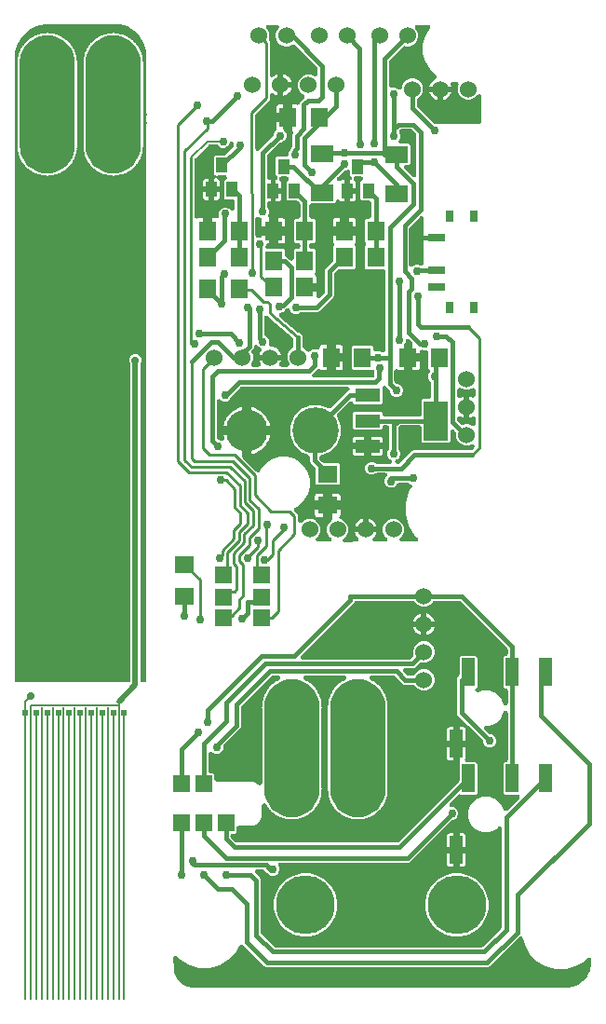
<source format=gbr>
G04 EAGLE Gerber RS-274X export*
G75*
%MOMM*%
%FSLAX34Y34*%
%LPD*%
%INBottom Copper*%
%IPPOS*%
%AMOC8*
5,1,8,0,0,1.08239X$1,22.5*%
G01*
%ADD10R,2.235200X1.219200*%
%ADD11R,2.200000X3.600000*%
%ADD12R,1.600000X1.803000*%
%ADD13R,1.803000X1.600000*%
%ADD14C,5.334000*%
%ADD15C,1.524000*%
%ADD16R,1.500000X1.500000*%
%ADD17R,1.000000X1.400000*%
%ADD18R,2.100000X1.500000*%
%ADD19R,1.200000X2.500000*%
%ADD20R,0.800000X1.000000*%
%ADD21R,1.500000X0.700000*%
%ADD22C,4.216000*%
%ADD23C,3.816000*%
%ADD24C,0.756400*%
%ADD25C,0.406400*%
%ADD26C,0.254000*%
%ADD27C,0.203200*%
%ADD28C,0.304800*%
%ADD29C,0.606400*%
%ADD30C,0.711200*%
%ADD31C,0.508000*%

G36*
X114684Y287255D02*
X114684Y287255D01*
X114709Y287252D01*
X114804Y287275D01*
X114901Y287290D01*
X114922Y287302D01*
X114946Y287308D01*
X115030Y287359D01*
X115116Y287405D01*
X115133Y287423D01*
X115154Y287436D01*
X115216Y287512D01*
X115283Y287584D01*
X115293Y287606D01*
X115309Y287625D01*
X115343Y287716D01*
X115384Y287806D01*
X115386Y287830D01*
X115395Y287853D01*
X115409Y288000D01*
X115409Y576351D01*
X115393Y576448D01*
X115384Y576544D01*
X115374Y576567D01*
X115370Y576592D01*
X115324Y576678D01*
X115283Y576767D01*
X115262Y576792D01*
X115255Y576807D01*
X115253Y576808D01*
X114393Y578885D01*
X114393Y581115D01*
X115247Y583176D01*
X116824Y584753D01*
X118885Y585607D01*
X121115Y585607D01*
X123176Y584753D01*
X124753Y583176D01*
X125607Y581115D01*
X125607Y578885D01*
X124734Y576779D01*
X124691Y576726D01*
X124683Y576703D01*
X124668Y576683D01*
X124640Y576589D01*
X124605Y576498D01*
X124602Y576465D01*
X124597Y576449D01*
X124598Y576424D01*
X124591Y576351D01*
X124591Y288000D01*
X124595Y287976D01*
X124592Y287951D01*
X124614Y287856D01*
X124630Y287759D01*
X124642Y287738D01*
X124648Y287714D01*
X124699Y287630D01*
X124745Y287544D01*
X124763Y287527D01*
X124776Y287506D01*
X124852Y287444D01*
X124923Y287377D01*
X124946Y287367D01*
X124965Y287352D01*
X125056Y287317D01*
X125146Y287276D01*
X125170Y287274D01*
X125193Y287265D01*
X125340Y287251D01*
X129090Y287251D01*
X129114Y287255D01*
X129139Y287252D01*
X129234Y287275D01*
X129331Y287290D01*
X129352Y287302D01*
X129376Y287308D01*
X129460Y287359D01*
X129546Y287405D01*
X129563Y287423D01*
X129584Y287436D01*
X129646Y287512D01*
X129713Y287584D01*
X129723Y287606D01*
X129739Y287625D01*
X129773Y287716D01*
X129814Y287806D01*
X129816Y287830D01*
X129825Y287853D01*
X129839Y288000D01*
X129839Y789521D01*
X130282Y790591D01*
X130299Y790662D01*
X130325Y790730D01*
X130332Y790804D01*
X130338Y790828D01*
X130336Y790845D01*
X130339Y790877D01*
X130339Y794919D01*
X130772Y795963D01*
X130794Y796058D01*
X130822Y796151D01*
X130822Y796177D01*
X130827Y796201D01*
X130818Y796298D01*
X130815Y796395D01*
X130805Y796427D01*
X130803Y796444D01*
X130793Y796466D01*
X130772Y796537D01*
X130339Y797581D01*
X130339Y802419D01*
X130772Y803463D01*
X130794Y803558D01*
X130822Y803651D01*
X130822Y803677D01*
X130827Y803701D01*
X130818Y803798D01*
X130815Y803895D01*
X130805Y803927D01*
X130803Y803944D01*
X130793Y803966D01*
X130772Y804037D01*
X130339Y805081D01*
X130339Y809123D01*
X130327Y809195D01*
X130325Y809268D01*
X130304Y809339D01*
X130300Y809363D01*
X130292Y809378D01*
X130282Y809409D01*
X129839Y810479D01*
X129839Y858000D01*
X129837Y858016D01*
X129838Y858049D01*
X129610Y861520D01*
X129610Y861521D01*
X129586Y861665D01*
X127790Y868369D01*
X127780Y868392D01*
X127776Y868416D01*
X127715Y868550D01*
X124244Y874562D01*
X124229Y874580D01*
X124219Y874603D01*
X124125Y874717D01*
X119217Y879625D01*
X119197Y879639D01*
X119182Y879658D01*
X119062Y879744D01*
X113050Y883215D01*
X113027Y883223D01*
X113008Y883238D01*
X112869Y883290D01*
X106165Y885086D01*
X106163Y885086D01*
X106020Y885110D01*
X102549Y885338D01*
X102533Y885336D01*
X102500Y885339D01*
X44410Y885339D01*
X44354Y885330D01*
X44298Y885331D01*
X44184Y885302D01*
X44169Y885300D01*
X44164Y885297D01*
X44155Y885295D01*
X44051Y885257D01*
X42283Y885338D01*
X42271Y885337D01*
X42248Y885339D01*
X41397Y885339D01*
X41392Y885338D01*
X41382Y885339D01*
X38091Y885276D01*
X38089Y885275D01*
X37945Y885258D01*
X30356Y883596D01*
X30334Y883587D01*
X30310Y883584D01*
X30172Y883529D01*
X23273Y879959D01*
X23253Y879945D01*
X23231Y879936D01*
X23112Y879848D01*
X17372Y874614D01*
X17357Y874594D01*
X17337Y874580D01*
X17246Y874464D01*
X13055Y867923D01*
X13046Y867900D01*
X13031Y867881D01*
X12972Y867746D01*
X10618Y860342D01*
X10618Y860341D01*
X10587Y860199D01*
X10165Y856434D01*
X10167Y856410D01*
X10161Y856351D01*
X10161Y288000D01*
X10165Y287976D01*
X10162Y287951D01*
X10184Y287856D01*
X10200Y287759D01*
X10212Y287738D01*
X10218Y287714D01*
X10269Y287630D01*
X10315Y287544D01*
X10333Y287527D01*
X10346Y287506D01*
X10422Y287444D01*
X10493Y287377D01*
X10516Y287367D01*
X10535Y287352D01*
X10626Y287317D01*
X10716Y287276D01*
X10740Y287274D01*
X10763Y287265D01*
X10910Y287251D01*
X114660Y287251D01*
X114684Y287255D01*
G37*
G36*
X434994Y46585D02*
X434994Y46585D01*
X435021Y46583D01*
X435195Y46605D01*
X435368Y46623D01*
X435394Y46630D01*
X435420Y46634D01*
X435586Y46689D01*
X435753Y46741D01*
X435777Y46754D01*
X435802Y46762D01*
X435954Y46849D01*
X436107Y46933D01*
X436128Y46950D01*
X436151Y46963D01*
X436404Y47178D01*
X452822Y63596D01*
X452839Y63617D01*
X452860Y63634D01*
X452967Y63772D01*
X453077Y63908D01*
X453090Y63931D01*
X453106Y63952D01*
X453184Y64109D01*
X453266Y64263D01*
X453274Y64289D01*
X453286Y64313D01*
X453331Y64482D01*
X453381Y64649D01*
X453383Y64676D01*
X453390Y64702D01*
X453417Y65033D01*
X453417Y154159D01*
X453416Y154167D01*
X453417Y154176D01*
X453396Y154368D01*
X453377Y154559D01*
X453375Y154568D01*
X453374Y154577D01*
X453316Y154759D01*
X453259Y154944D01*
X453255Y154952D01*
X453252Y154961D01*
X453159Y155129D01*
X453067Y155298D01*
X453062Y155305D01*
X453057Y155313D01*
X452932Y155461D01*
X452810Y155607D01*
X452803Y155613D01*
X452797Y155620D01*
X452645Y155740D01*
X452496Y155860D01*
X452488Y155864D01*
X452481Y155869D01*
X452309Y155957D01*
X452139Y156045D01*
X452130Y156048D01*
X452122Y156052D01*
X451936Y156104D01*
X451752Y156157D01*
X451743Y156157D01*
X451734Y156160D01*
X451542Y156174D01*
X451350Y156190D01*
X451342Y156189D01*
X451333Y156189D01*
X451140Y156165D01*
X450951Y156143D01*
X450942Y156140D01*
X450933Y156139D01*
X450750Y156077D01*
X450568Y156018D01*
X450560Y156013D01*
X450552Y156011D01*
X450386Y155915D01*
X450217Y155820D01*
X450210Y155814D01*
X450203Y155810D01*
X449950Y155595D01*
X448154Y153800D01*
X442215Y151339D01*
X435785Y151339D01*
X429846Y153800D01*
X425300Y158346D01*
X422839Y164285D01*
X422839Y170715D01*
X425300Y176654D01*
X429846Y181200D01*
X430669Y181541D01*
X430673Y181543D01*
X430677Y181545D01*
X430850Y181638D01*
X431024Y181732D01*
X431027Y181734D01*
X431031Y181737D01*
X431182Y181862D01*
X431293Y181954D01*
X431309Y181953D01*
X431314Y181953D01*
X431318Y181953D01*
X431514Y181978D01*
X431709Y182003D01*
X431713Y182004D01*
X431717Y182005D01*
X432033Y182107D01*
X434130Y182975D01*
X435785Y183661D01*
X442215Y183661D01*
X448154Y181200D01*
X452700Y176654D01*
X454812Y171557D01*
X454818Y171546D01*
X454822Y171533D01*
X454913Y171369D01*
X455002Y171203D01*
X455010Y171192D01*
X455017Y171181D01*
X455138Y171038D01*
X455258Y170892D01*
X455269Y170884D01*
X455277Y170874D01*
X455425Y170757D01*
X455571Y170638D01*
X455583Y170632D01*
X455593Y170624D01*
X455762Y170538D01*
X455927Y170451D01*
X455940Y170448D01*
X455952Y170442D01*
X456134Y170391D01*
X456314Y170338D01*
X456327Y170337D01*
X456340Y170334D01*
X456529Y170320D01*
X456715Y170304D01*
X456728Y170305D01*
X456742Y170304D01*
X456930Y170328D01*
X457115Y170349D01*
X457128Y170353D01*
X457141Y170355D01*
X457320Y170415D01*
X457498Y170472D01*
X457510Y170479D01*
X457523Y170483D01*
X457686Y170577D01*
X457850Y170668D01*
X457860Y170677D01*
X457872Y170684D01*
X458125Y170898D01*
X469208Y181982D01*
X469214Y181989D01*
X469220Y181994D01*
X469341Y182144D01*
X469463Y182293D01*
X469467Y182301D01*
X469473Y182308D01*
X469561Y182478D01*
X469652Y182649D01*
X469654Y182658D01*
X469658Y182665D01*
X469711Y182850D01*
X469766Y183035D01*
X469767Y183044D01*
X469770Y183052D01*
X469785Y183244D01*
X469803Y183436D01*
X469802Y183445D01*
X469802Y183454D01*
X469780Y183643D01*
X469759Y183836D01*
X469757Y183845D01*
X469756Y183853D01*
X469696Y184035D01*
X469638Y184220D01*
X469634Y184228D01*
X469631Y184236D01*
X469536Y184405D01*
X469443Y184572D01*
X469437Y184579D01*
X469433Y184587D01*
X469307Y184733D01*
X469183Y184879D01*
X469175Y184885D01*
X469170Y184892D01*
X469018Y185009D01*
X468867Y185129D01*
X468859Y185133D01*
X468852Y185138D01*
X468679Y185224D01*
X468508Y185311D01*
X468499Y185314D01*
X468491Y185318D01*
X468305Y185368D01*
X468120Y185419D01*
X468111Y185420D01*
X468102Y185422D01*
X467772Y185449D01*
X456151Y185449D01*
X454949Y186651D01*
X454949Y213349D01*
X456151Y214551D01*
X456886Y214551D01*
X456904Y214553D01*
X456922Y214551D01*
X457104Y214572D01*
X457287Y214591D01*
X457304Y214596D01*
X457321Y214598D01*
X457496Y214655D01*
X457672Y214709D01*
X457687Y214717D01*
X457704Y214723D01*
X457864Y214813D01*
X458026Y214901D01*
X458039Y214912D01*
X458055Y214921D01*
X458194Y215041D01*
X458335Y215158D01*
X458346Y215172D01*
X458360Y215184D01*
X458472Y215329D01*
X458587Y215472D01*
X458595Y215488D01*
X458606Y215502D01*
X458688Y215667D01*
X458773Y215829D01*
X458778Y215846D01*
X458786Y215862D01*
X458833Y216039D01*
X458884Y216216D01*
X458886Y216234D01*
X458890Y216251D01*
X458917Y216582D01*
X458917Y259591D01*
X458917Y259596D01*
X458917Y259600D01*
X458897Y259794D01*
X458877Y259992D01*
X458876Y259996D01*
X458876Y260001D01*
X458818Y260186D01*
X458759Y260377D01*
X458757Y260381D01*
X458756Y260385D01*
X458662Y260557D01*
X458567Y260731D01*
X458565Y260734D01*
X458562Y260738D01*
X458435Y260890D01*
X458310Y261040D01*
X458306Y261043D01*
X458303Y261046D01*
X458149Y261169D01*
X457996Y261293D01*
X457992Y261295D01*
X457989Y261297D01*
X457814Y261387D01*
X457639Y261478D01*
X457634Y261479D01*
X457630Y261481D01*
X457443Y261534D01*
X457252Y261589D01*
X457247Y261590D01*
X457243Y261591D01*
X457050Y261606D01*
X456850Y261622D01*
X456846Y261622D01*
X456842Y261622D01*
X456649Y261599D01*
X456451Y261575D01*
X456446Y261574D01*
X456442Y261573D01*
X456259Y261513D01*
X456068Y261451D01*
X456064Y261448D01*
X456060Y261447D01*
X455891Y261351D01*
X455717Y261253D01*
X455714Y261250D01*
X455710Y261248D01*
X455561Y261118D01*
X455413Y260989D01*
X455410Y260986D01*
X455406Y260983D01*
X455286Y260826D01*
X455166Y260671D01*
X455164Y260667D01*
X455161Y260664D01*
X455009Y260369D01*
X452700Y254794D01*
X448154Y250248D01*
X442215Y247788D01*
X439471Y247788D01*
X439462Y247787D01*
X439453Y247788D01*
X439261Y247767D01*
X439070Y247748D01*
X439062Y247745D01*
X439053Y247744D01*
X438871Y247687D01*
X438685Y247630D01*
X438677Y247626D01*
X438669Y247623D01*
X438501Y247530D01*
X438331Y247438D01*
X438325Y247432D01*
X438317Y247428D01*
X438170Y247303D01*
X438022Y247180D01*
X438016Y247173D01*
X438010Y247168D01*
X437891Y247017D01*
X437770Y246867D01*
X437766Y246859D01*
X437760Y246852D01*
X437672Y246679D01*
X437584Y246509D01*
X437582Y246501D01*
X437578Y246493D01*
X437525Y246304D01*
X437473Y246122D01*
X437472Y246113D01*
X437470Y246105D01*
X437456Y245912D01*
X437440Y245721D01*
X437441Y245712D01*
X437440Y245703D01*
X437465Y245511D01*
X437487Y245321D01*
X437490Y245313D01*
X437491Y245304D01*
X437552Y245121D01*
X437612Y244938D01*
X437616Y244931D01*
X437619Y244922D01*
X437715Y244755D01*
X437810Y244588D01*
X437815Y244581D01*
X437820Y244573D01*
X438035Y244320D01*
X441846Y240509D01*
X441867Y240492D01*
X441884Y240472D01*
X442022Y240365D01*
X442158Y240254D01*
X442181Y240241D01*
X442202Y240225D01*
X442358Y240147D01*
X442513Y240065D01*
X442539Y240057D01*
X442563Y240045D01*
X442732Y240000D01*
X442899Y239950D01*
X442926Y239948D01*
X442952Y239941D01*
X443283Y239914D01*
X443660Y239914D01*
X445804Y239026D01*
X447445Y237385D01*
X448333Y235241D01*
X448333Y232921D01*
X447445Y230777D01*
X445804Y229136D01*
X443660Y228248D01*
X441340Y228248D01*
X439196Y229136D01*
X437555Y230777D01*
X436667Y232921D01*
X436667Y233299D01*
X436665Y233325D01*
X436667Y233352D01*
X436645Y233526D01*
X436627Y233699D01*
X436620Y233725D01*
X436616Y233751D01*
X436561Y233917D01*
X436509Y234084D01*
X436496Y234108D01*
X436488Y234133D01*
X436401Y234285D01*
X436317Y234438D01*
X436300Y234459D01*
X436287Y234482D01*
X436072Y234735D01*
X423711Y247096D01*
X423654Y247143D01*
X423604Y247196D01*
X423499Y247270D01*
X423400Y247351D01*
X423335Y247386D01*
X423275Y247428D01*
X423157Y247480D01*
X423044Y247540D01*
X422974Y247561D01*
X422907Y247590D01*
X422781Y247618D01*
X422658Y247655D01*
X422585Y247661D01*
X422513Y247677D01*
X422385Y247679D01*
X422257Y247691D01*
X422184Y247683D01*
X422111Y247684D01*
X421985Y247662D01*
X421857Y247648D01*
X421787Y247625D01*
X421715Y247612D01*
X421630Y247579D01*
X421639Y247611D01*
X421682Y247732D01*
X421693Y247804D01*
X421712Y247875D01*
X421722Y248003D01*
X421740Y248130D01*
X421736Y248203D01*
X421742Y248277D01*
X421726Y248404D01*
X421719Y248532D01*
X421701Y248603D01*
X421691Y248676D01*
X421650Y248798D01*
X421618Y248922D01*
X421587Y248988D01*
X421563Y249058D01*
X421499Y249169D01*
X421443Y249285D01*
X421399Y249343D01*
X421362Y249407D01*
X421252Y249536D01*
X421200Y249606D01*
X421175Y249627D01*
X421148Y249660D01*
X414554Y256253D01*
X413120Y257687D01*
X412498Y259188D01*
X412498Y290423D01*
X413120Y291923D01*
X414354Y293158D01*
X414371Y293179D01*
X414392Y293196D01*
X414499Y293334D01*
X414609Y293469D01*
X414622Y293493D01*
X414638Y293514D01*
X414716Y293671D01*
X414798Y293825D01*
X414806Y293851D01*
X414818Y293875D01*
X414863Y294044D01*
X414913Y294211D01*
X414915Y294238D01*
X414922Y294263D01*
X414949Y294594D01*
X414949Y309798D01*
X416151Y310999D01*
X429849Y310999D01*
X431051Y309798D01*
X431051Y283099D01*
X429820Y281868D01*
X429817Y281865D01*
X429813Y281862D01*
X429689Y281709D01*
X429565Y281557D01*
X429562Y281553D01*
X429560Y281549D01*
X429465Y281369D01*
X429376Y281201D01*
X429375Y281197D01*
X429373Y281193D01*
X429317Y281002D01*
X429261Y280815D01*
X429261Y280811D01*
X429260Y280806D01*
X429243Y280614D01*
X429225Y280414D01*
X429225Y280409D01*
X429225Y280405D01*
X429246Y280215D01*
X429268Y280014D01*
X429270Y280009D01*
X429270Y280005D01*
X429329Y279820D01*
X429390Y279630D01*
X429392Y279626D01*
X429393Y279622D01*
X429488Y279452D01*
X429584Y279278D01*
X429587Y279274D01*
X429590Y279270D01*
X429717Y279122D01*
X429845Y278971D01*
X429848Y278968D01*
X429851Y278964D01*
X430005Y278844D01*
X430161Y278721D01*
X430165Y278719D01*
X430168Y278716D01*
X430342Y278629D01*
X430520Y278539D01*
X430524Y278537D01*
X430528Y278535D01*
X430716Y278484D01*
X430908Y278431D01*
X430912Y278430D01*
X430916Y278429D01*
X431113Y278416D01*
X431309Y278401D01*
X431314Y278402D01*
X431318Y278401D01*
X431514Y278427D01*
X431709Y278452D01*
X431713Y278453D01*
X431717Y278454D01*
X432033Y278555D01*
X435785Y280109D01*
X442215Y280109D01*
X448154Y277649D01*
X452700Y273103D01*
X455009Y267529D01*
X455011Y267525D01*
X455013Y267520D01*
X455106Y267348D01*
X455200Y267174D01*
X455202Y267170D01*
X455205Y267166D01*
X455329Y267018D01*
X455456Y266863D01*
X455459Y266860D01*
X455462Y266857D01*
X455615Y266734D01*
X455769Y266610D01*
X455773Y266607D01*
X455776Y266605D01*
X455951Y266514D01*
X456125Y266422D01*
X456129Y266421D01*
X456133Y266419D01*
X456323Y266365D01*
X456512Y266309D01*
X456516Y266309D01*
X456520Y266308D01*
X456718Y266292D01*
X456913Y266275D01*
X456917Y266275D01*
X456922Y266275D01*
X457119Y266298D01*
X457313Y266320D01*
X457317Y266321D01*
X457321Y266322D01*
X457510Y266383D01*
X457696Y266443D01*
X457700Y266445D01*
X457704Y266447D01*
X457877Y266544D01*
X458048Y266639D01*
X458051Y266642D01*
X458055Y266645D01*
X458204Y266773D01*
X458353Y266901D01*
X458356Y266905D01*
X458360Y266908D01*
X458479Y267062D01*
X458602Y267218D01*
X458604Y267222D01*
X458606Y267226D01*
X458694Y267402D01*
X458782Y267578D01*
X458784Y267582D01*
X458786Y267586D01*
X458837Y267779D01*
X458889Y267966D01*
X458889Y267971D01*
X458890Y267975D01*
X458917Y268306D01*
X458917Y279867D01*
X458915Y279884D01*
X458917Y279902D01*
X458896Y280085D01*
X458877Y280267D01*
X458872Y280284D01*
X458870Y280302D01*
X458813Y280477D01*
X458759Y280652D01*
X458751Y280668D01*
X458745Y280685D01*
X458655Y280845D01*
X458567Y281006D01*
X458556Y281020D01*
X458547Y281035D01*
X458427Y281175D01*
X458310Y281315D01*
X458296Y281327D01*
X458284Y281340D01*
X458139Y281453D01*
X457996Y281568D01*
X457980Y281576D01*
X457966Y281587D01*
X457801Y281669D01*
X457639Y281753D01*
X457622Y281758D01*
X457606Y281766D01*
X457427Y281814D01*
X457252Y281865D01*
X457234Y281866D01*
X457217Y281871D01*
X456886Y281898D01*
X456151Y281898D01*
X454949Y283099D01*
X454949Y309798D01*
X456151Y310999D01*
X456886Y310999D01*
X456904Y311001D01*
X456922Y311000D01*
X457104Y311021D01*
X457287Y311039D01*
X457304Y311044D01*
X457321Y311047D01*
X457496Y311103D01*
X457672Y311157D01*
X457687Y311166D01*
X457704Y311171D01*
X457864Y311262D01*
X458026Y311349D01*
X458039Y311361D01*
X458055Y311369D01*
X458194Y311490D01*
X458335Y311607D01*
X458346Y311621D01*
X458360Y311632D01*
X458472Y311777D01*
X458587Y311921D01*
X458595Y311936D01*
X458606Y311951D01*
X458688Y312115D01*
X458773Y312278D01*
X458778Y312295D01*
X458786Y312311D01*
X458833Y312489D01*
X458884Y312665D01*
X458886Y312683D01*
X458890Y312700D01*
X458917Y313031D01*
X458917Y316967D01*
X458915Y316994D01*
X458917Y317021D01*
X458895Y317195D01*
X458877Y317368D01*
X458870Y317394D01*
X458866Y317420D01*
X458811Y317586D01*
X458759Y317753D01*
X458746Y317777D01*
X458738Y317802D01*
X458651Y317954D01*
X458567Y318107D01*
X458550Y318128D01*
X458537Y318151D01*
X458322Y318404D01*
X415804Y360922D01*
X415783Y360939D01*
X415766Y360960D01*
X415628Y361067D01*
X415492Y361177D01*
X415469Y361190D01*
X415448Y361206D01*
X415291Y361284D01*
X415137Y361366D01*
X415111Y361374D01*
X415087Y361386D01*
X414918Y361431D01*
X414751Y361481D01*
X414724Y361483D01*
X414698Y361490D01*
X414367Y361517D01*
X392634Y361517D01*
X392611Y361515D01*
X392589Y361517D01*
X392411Y361495D01*
X392233Y361477D01*
X392212Y361471D01*
X392189Y361468D01*
X392019Y361412D01*
X391848Y361359D01*
X391828Y361349D01*
X391807Y361342D01*
X391651Y361253D01*
X391494Y361167D01*
X391477Y361153D01*
X391457Y361142D01*
X391322Y361024D01*
X391185Y360910D01*
X391171Y360892D01*
X391154Y360878D01*
X391045Y360736D01*
X390932Y360596D01*
X390922Y360576D01*
X390909Y360558D01*
X390757Y360263D01*
X390698Y360122D01*
X387978Y357402D01*
X384424Y355929D01*
X380576Y355929D01*
X377022Y357402D01*
X374302Y360122D01*
X374243Y360263D01*
X374233Y360283D01*
X374226Y360304D01*
X374137Y360460D01*
X374053Y360618D01*
X374039Y360635D01*
X374028Y360655D01*
X373911Y360790D01*
X373796Y360929D01*
X373779Y360943D01*
X373765Y360960D01*
X373623Y361069D01*
X373484Y361182D01*
X373464Y361193D01*
X373446Y361206D01*
X373286Y361286D01*
X373127Y361369D01*
X373106Y361376D01*
X373086Y361386D01*
X372913Y361432D01*
X372741Y361482D01*
X372719Y361484D01*
X372697Y361490D01*
X372366Y361517D01*
X321080Y361517D01*
X321058Y361515D01*
X321036Y361517D01*
X320858Y361495D01*
X320680Y361477D01*
X320658Y361471D01*
X320636Y361468D01*
X320465Y361412D01*
X320295Y361359D01*
X320275Y361349D01*
X320254Y361342D01*
X320098Y361253D01*
X319941Y361167D01*
X319924Y361153D01*
X319904Y361142D01*
X319769Y361024D01*
X319631Y360910D01*
X319617Y360892D01*
X319601Y360878D01*
X319491Y360735D01*
X319379Y360596D01*
X319369Y360576D01*
X319355Y360559D01*
X319204Y360263D01*
X319061Y359920D01*
X317627Y358485D01*
X270757Y311615D01*
X270751Y311608D01*
X270744Y311602D01*
X270624Y311453D01*
X270502Y311304D01*
X270497Y311296D01*
X270492Y311289D01*
X270403Y311118D01*
X270313Y310948D01*
X270310Y310939D01*
X270306Y310931D01*
X270253Y310746D01*
X270198Y310562D01*
X270197Y310553D01*
X270195Y310545D01*
X270179Y310353D01*
X270162Y310161D01*
X270163Y310152D01*
X270162Y310143D01*
X270184Y309954D01*
X270205Y309761D01*
X270208Y309752D01*
X270209Y309743D01*
X270268Y309561D01*
X270327Y309377D01*
X270331Y309369D01*
X270334Y309361D01*
X270429Y309192D01*
X270521Y309025D01*
X270527Y309018D01*
X270532Y309010D01*
X270658Y308864D01*
X270782Y308718D01*
X270789Y308712D01*
X270795Y308705D01*
X270946Y308588D01*
X271098Y308468D01*
X271106Y308464D01*
X271113Y308458D01*
X271285Y308373D01*
X271457Y308286D01*
X271465Y308283D01*
X271473Y308279D01*
X271660Y308229D01*
X271845Y308178D01*
X271854Y308177D01*
X271862Y308175D01*
X272193Y308148D01*
X369232Y308148D01*
X369259Y308150D01*
X369286Y308148D01*
X369460Y308170D01*
X369633Y308187D01*
X369658Y308195D01*
X369685Y308199D01*
X369851Y308254D01*
X370018Y308306D01*
X370041Y308318D01*
X370067Y308327D01*
X370218Y308414D01*
X370372Y308497D01*
X370392Y308514D01*
X370416Y308528D01*
X370669Y308742D01*
X372448Y310521D01*
X372462Y310539D01*
X372479Y310553D01*
X372589Y310694D01*
X372703Y310833D01*
X372713Y310853D01*
X372727Y310870D01*
X372807Y311030D01*
X372891Y311189D01*
X372898Y311210D01*
X372908Y311230D01*
X372955Y311403D01*
X373006Y311574D01*
X373008Y311597D01*
X373014Y311618D01*
X373026Y311796D01*
X373042Y311975D01*
X373040Y311998D01*
X373041Y312020D01*
X373018Y312196D01*
X372999Y312376D01*
X372992Y312397D01*
X372989Y312419D01*
X372888Y312735D01*
X372829Y312876D01*
X372829Y316724D01*
X374302Y320278D01*
X377022Y322998D01*
X380576Y324471D01*
X384424Y324471D01*
X387978Y322998D01*
X390698Y320278D01*
X392171Y316724D01*
X392171Y312876D01*
X390698Y309322D01*
X387978Y306602D01*
X384424Y305129D01*
X380576Y305129D01*
X380435Y305188D01*
X380414Y305194D01*
X380394Y305204D01*
X380221Y305253D01*
X380050Y305304D01*
X380028Y305306D01*
X380006Y305312D01*
X379826Y305326D01*
X379649Y305342D01*
X379627Y305340D01*
X379604Y305342D01*
X379426Y305319D01*
X379248Y305301D01*
X379227Y305294D01*
X379205Y305291D01*
X379035Y305234D01*
X378864Y305181D01*
X378844Y305170D01*
X378823Y305163D01*
X378668Y305074D01*
X378511Y304988D01*
X378494Y304973D01*
X378474Y304962D01*
X378221Y304748D01*
X375512Y302038D01*
X374077Y300604D01*
X373758Y300471D01*
X372577Y299982D01*
X365696Y299982D01*
X365687Y299981D01*
X365678Y299982D01*
X365486Y299961D01*
X365295Y299942D01*
X365286Y299940D01*
X365278Y299939D01*
X365095Y299881D01*
X364910Y299824D01*
X364902Y299820D01*
X364894Y299817D01*
X364725Y299724D01*
X364556Y299632D01*
X364549Y299627D01*
X364541Y299622D01*
X364394Y299497D01*
X364247Y299375D01*
X364241Y299368D01*
X364234Y299362D01*
X364114Y299210D01*
X363994Y299061D01*
X363990Y299053D01*
X363985Y299046D01*
X363897Y298873D01*
X363809Y298703D01*
X363807Y298695D01*
X363802Y298687D01*
X363751Y298500D01*
X363698Y298317D01*
X363697Y298308D01*
X363694Y298299D01*
X363680Y298106D01*
X363665Y297915D01*
X363666Y297906D01*
X363665Y297897D01*
X363689Y297705D01*
X363712Y297515D01*
X363714Y297507D01*
X363715Y297498D01*
X363777Y297315D01*
X363836Y297133D01*
X363841Y297125D01*
X363844Y297116D01*
X363939Y296951D01*
X364034Y296782D01*
X364040Y296775D01*
X364045Y296768D01*
X364259Y296515D01*
X366696Y294078D01*
X366717Y294061D01*
X366734Y294040D01*
X366872Y293934D01*
X367008Y293823D01*
X367031Y293810D01*
X367052Y293794D01*
X367209Y293716D01*
X367363Y293634D01*
X367389Y293626D01*
X367413Y293614D01*
X367582Y293569D01*
X367749Y293519D01*
X367776Y293517D01*
X367802Y293510D01*
X368133Y293483D01*
X372366Y293483D01*
X372389Y293485D01*
X372411Y293483D01*
X372589Y293505D01*
X372767Y293523D01*
X372788Y293529D01*
X372811Y293532D01*
X372981Y293588D01*
X373152Y293641D01*
X373172Y293651D01*
X373193Y293658D01*
X373349Y293747D01*
X373506Y293833D01*
X373523Y293847D01*
X373543Y293858D01*
X373678Y293976D01*
X373815Y294090D01*
X373829Y294108D01*
X373846Y294122D01*
X373955Y294264D01*
X374068Y294404D01*
X374078Y294424D01*
X374091Y294442D01*
X374243Y294737D01*
X374302Y294878D01*
X377022Y297598D01*
X380576Y299071D01*
X384424Y299071D01*
X387978Y297598D01*
X390698Y294878D01*
X392171Y291324D01*
X392171Y287476D01*
X390698Y283922D01*
X387978Y281202D01*
X384424Y279729D01*
X380576Y279729D01*
X377022Y281202D01*
X374302Y283922D01*
X374243Y284063D01*
X374233Y284083D01*
X374226Y284104D01*
X374137Y284260D01*
X374053Y284418D01*
X374039Y284435D01*
X374028Y284455D01*
X373911Y284590D01*
X373796Y284729D01*
X373779Y284743D01*
X373765Y284760D01*
X373623Y284869D01*
X373484Y284982D01*
X373464Y284993D01*
X373446Y285006D01*
X373286Y285086D01*
X373127Y285169D01*
X373106Y285176D01*
X373086Y285186D01*
X372913Y285232D01*
X372741Y285282D01*
X372719Y285284D01*
X372697Y285290D01*
X372366Y285317D01*
X364788Y285317D01*
X363287Y285939D01*
X356271Y292955D01*
X356251Y292972D01*
X356233Y292992D01*
X356095Y293099D01*
X355960Y293210D01*
X355936Y293222D01*
X355915Y293239D01*
X355758Y293317D01*
X355604Y293398D01*
X355579Y293406D01*
X355555Y293418D01*
X355385Y293464D01*
X355218Y293513D01*
X355192Y293516D01*
X355166Y293523D01*
X354835Y293550D01*
X334974Y293550D01*
X334934Y293546D01*
X334893Y293548D01*
X334733Y293526D01*
X334574Y293510D01*
X334535Y293498D01*
X334494Y293492D01*
X334342Y293439D01*
X334189Y293392D01*
X334153Y293372D01*
X334114Y293359D01*
X333976Y293276D01*
X333835Y293200D01*
X333803Y293174D01*
X333768Y293153D01*
X333649Y293045D01*
X333525Y292942D01*
X333500Y292910D01*
X333469Y292883D01*
X333373Y292753D01*
X333273Y292628D01*
X333254Y292592D01*
X333230Y292559D01*
X333161Y292413D01*
X333088Y292271D01*
X333076Y292232D01*
X333059Y292195D01*
X333021Y292038D01*
X332976Y291884D01*
X332973Y291843D01*
X332963Y291804D01*
X332956Y291643D01*
X332943Y291483D01*
X332948Y291442D01*
X332946Y291401D01*
X332971Y291243D01*
X332990Y291083D01*
X333003Y291044D01*
X333009Y291004D01*
X333065Y290853D01*
X333115Y290700D01*
X333135Y290665D01*
X333149Y290626D01*
X333234Y290490D01*
X333313Y290350D01*
X333340Y290319D01*
X333361Y290284D01*
X333471Y290167D01*
X333576Y290045D01*
X333608Y290020D01*
X333636Y289990D01*
X333767Y289896D01*
X333894Y289798D01*
X333931Y289780D01*
X333964Y289756D01*
X334221Y289635D01*
X334255Y289619D01*
X334259Y289618D01*
X334264Y289615D01*
X334526Y289518D01*
X334578Y289468D01*
X334656Y289380D01*
X334723Y289330D01*
X334783Y289272D01*
X334909Y289189D01*
X334978Y289137D01*
X335015Y289119D01*
X335061Y289090D01*
X335806Y288682D01*
X335883Y288650D01*
X335956Y288609D01*
X336014Y288589D01*
X336046Y288574D01*
X336094Y288561D01*
X336177Y288525D01*
X336259Y288509D01*
X336338Y288483D01*
X336422Y288472D01*
X336434Y288469D01*
X336451Y288468D01*
X337011Y288048D01*
X337078Y288007D01*
X337255Y287891D01*
X337865Y287559D01*
X337909Y287502D01*
X337974Y287403D01*
X338033Y287344D01*
X338084Y287279D01*
X338197Y287179D01*
X338258Y287118D01*
X338292Y287095D01*
X338333Y287059D01*
X339013Y286550D01*
X339084Y286506D01*
X339150Y286455D01*
X339256Y286403D01*
X339357Y286341D01*
X339436Y286313D01*
X339511Y286276D01*
X339618Y286247D01*
X340115Y285750D01*
X340176Y285700D01*
X340334Y285560D01*
X340890Y285144D01*
X340926Y285083D01*
X340976Y284975D01*
X341026Y284908D01*
X341068Y284836D01*
X341165Y284721D01*
X341216Y284652D01*
X341247Y284624D01*
X341282Y284583D01*
X341883Y283982D01*
X341948Y283929D01*
X342006Y283870D01*
X342103Y283802D01*
X342195Y283727D01*
X342268Y283688D01*
X342337Y283641D01*
X342439Y283597D01*
X342860Y283034D01*
X342913Y282977D01*
X343050Y282815D01*
X343541Y282324D01*
X343568Y282258D01*
X343603Y282145D01*
X343642Y282071D01*
X343673Y281994D01*
X343753Y281866D01*
X343794Y281791D01*
X343821Y281759D01*
X343850Y281713D01*
X344359Y281033D01*
X344415Y280971D01*
X344464Y280904D01*
X344551Y280823D01*
X344631Y280736D01*
X344698Y280687D01*
X344759Y280630D01*
X344855Y280572D01*
X345191Y279955D01*
X345236Y279890D01*
X345348Y279711D01*
X345764Y279155D01*
X345781Y279086D01*
X345799Y278969D01*
X345828Y278891D01*
X345848Y278810D01*
X345909Y278672D01*
X345939Y278591D01*
X345960Y278556D01*
X345982Y278506D01*
X346390Y277761D01*
X346437Y277692D01*
X346475Y277618D01*
X346550Y277526D01*
X346617Y277428D01*
X346676Y277370D01*
X346729Y277305D01*
X346815Y277234D01*
X347060Y276575D01*
X347095Y276505D01*
X347181Y276312D01*
X347513Y275703D01*
X347520Y275632D01*
X347522Y275513D01*
X347539Y275431D01*
X347547Y275348D01*
X347588Y275203D01*
X347606Y275119D01*
X347622Y275081D01*
X347637Y275029D01*
X347934Y274233D01*
X347971Y274158D01*
X347999Y274079D01*
X348059Y273978D01*
X348111Y273872D01*
X348162Y273805D01*
X348205Y273734D01*
X348280Y273651D01*
X348429Y272964D01*
X348454Y272889D01*
X348511Y272686D01*
X348753Y272036D01*
X348750Y271964D01*
X348735Y271847D01*
X348740Y271764D01*
X348736Y271681D01*
X348756Y271531D01*
X348762Y271446D01*
X348773Y271405D01*
X348780Y271352D01*
X348961Y270521D01*
X348986Y270442D01*
X349003Y270360D01*
X349048Y270251D01*
X349085Y270138D01*
X349126Y270065D01*
X349158Y269989D01*
X349220Y269896D01*
X349270Y269195D01*
X349283Y269118D01*
X349311Y268909D01*
X349459Y268230D01*
X349445Y268160D01*
X349414Y268046D01*
X349407Y267963D01*
X349391Y267881D01*
X349390Y267731D01*
X349383Y267644D01*
X349389Y267603D01*
X349388Y267549D01*
X349437Y266865D01*
X349463Y266711D01*
X349483Y266557D01*
X349497Y266513D01*
X349505Y266468D01*
X349551Y266351D01*
X349551Y265346D01*
X349557Y265285D01*
X349556Y265201D01*
X349627Y264200D01*
X349618Y264159D01*
X349578Y264008D01*
X349574Y263957D01*
X349565Y263918D01*
X349563Y263831D01*
X349551Y263678D01*
X349551Y191322D01*
X349566Y191167D01*
X349575Y191012D01*
X349586Y190968D01*
X349591Y190922D01*
X349628Y190801D01*
X349556Y189799D01*
X349558Y189738D01*
X349551Y189654D01*
X349551Y188651D01*
X349539Y188610D01*
X349488Y188463D01*
X349480Y188412D01*
X349468Y188374D01*
X349460Y188287D01*
X349437Y188135D01*
X349388Y187451D01*
X349390Y187368D01*
X349383Y187284D01*
X349396Y187167D01*
X349399Y187049D01*
X349418Y186967D01*
X349427Y186884D01*
X349461Y186778D01*
X349311Y186091D01*
X349302Y186013D01*
X349270Y185805D01*
X349221Y185112D01*
X349188Y185049D01*
X349125Y184948D01*
X349096Y184870D01*
X349057Y184796D01*
X349013Y184652D01*
X348983Y184571D01*
X348976Y184530D01*
X348961Y184479D01*
X348780Y183648D01*
X348770Y183565D01*
X348751Y183484D01*
X348747Y183366D01*
X348734Y183248D01*
X348741Y183165D01*
X348738Y183082D01*
X348756Y182972D01*
X348511Y182314D01*
X348491Y182238D01*
X348429Y182036D01*
X348282Y181357D01*
X348240Y181299D01*
X348164Y181208D01*
X348123Y181135D01*
X348075Y181067D01*
X348011Y180931D01*
X347969Y180856D01*
X347957Y180816D01*
X347934Y180767D01*
X347637Y179971D01*
X347616Y179890D01*
X347585Y179813D01*
X347565Y179696D01*
X347534Y179582D01*
X347529Y179498D01*
X347515Y179416D01*
X347517Y179305D01*
X347181Y178688D01*
X347150Y178616D01*
X347060Y178425D01*
X346818Y177774D01*
X346768Y177722D01*
X346680Y177644D01*
X346630Y177577D01*
X346572Y177517D01*
X346489Y177391D01*
X346437Y177322D01*
X346419Y177285D01*
X346390Y177239D01*
X345982Y176494D01*
X345950Y176417D01*
X345909Y176344D01*
X345872Y176232D01*
X345825Y176123D01*
X345809Y176041D01*
X345783Y175962D01*
X345769Y175851D01*
X345348Y175289D01*
X345307Y175222D01*
X345191Y175045D01*
X344859Y174435D01*
X344802Y174391D01*
X344703Y174326D01*
X344644Y174267D01*
X344579Y174216D01*
X344479Y174103D01*
X344418Y174042D01*
X344395Y174008D01*
X344359Y173967D01*
X343850Y173287D01*
X343806Y173216D01*
X343755Y173150D01*
X343703Y173044D01*
X343641Y172943D01*
X343613Y172864D01*
X343576Y172789D01*
X343547Y172682D01*
X343050Y172185D01*
X343000Y172124D01*
X342860Y171966D01*
X342444Y171410D01*
X342383Y171374D01*
X342275Y171324D01*
X342208Y171274D01*
X342136Y171232D01*
X342021Y171135D01*
X341952Y171084D01*
X341924Y171053D01*
X341883Y171018D01*
X341282Y170417D01*
X341229Y170352D01*
X341169Y170294D01*
X341102Y170197D01*
X341027Y170105D01*
X340988Y170032D01*
X340941Y169963D01*
X340897Y169861D01*
X340334Y169440D01*
X340276Y169386D01*
X340115Y169250D01*
X339624Y168759D01*
X339558Y168732D01*
X339445Y168697D01*
X339371Y168658D01*
X339294Y168627D01*
X339166Y168547D01*
X339091Y168506D01*
X339059Y168479D01*
X339013Y168450D01*
X338333Y167941D01*
X338271Y167885D01*
X338203Y167836D01*
X338123Y167749D01*
X338036Y167669D01*
X337987Y167602D01*
X337930Y167540D01*
X337872Y167445D01*
X337255Y167109D01*
X337190Y167064D01*
X337011Y166952D01*
X336455Y166536D01*
X336386Y166519D01*
X336269Y166501D01*
X336191Y166472D01*
X336110Y166452D01*
X335972Y166391D01*
X335891Y166361D01*
X335856Y166340D01*
X335806Y166318D01*
X335061Y165910D01*
X334992Y165863D01*
X334918Y165825D01*
X334826Y165750D01*
X334728Y165683D01*
X334670Y165624D01*
X334605Y165571D01*
X334534Y165485D01*
X333876Y165240D01*
X333805Y165205D01*
X333612Y165119D01*
X333002Y164787D01*
X332932Y164780D01*
X332813Y164778D01*
X332731Y164761D01*
X332648Y164753D01*
X332503Y164712D01*
X332419Y164694D01*
X332381Y164678D01*
X332329Y164663D01*
X331533Y164366D01*
X331458Y164329D01*
X331379Y164301D01*
X331278Y164241D01*
X331172Y164189D01*
X331105Y164138D01*
X331034Y164095D01*
X330951Y164020D01*
X330264Y163871D01*
X330189Y163846D01*
X329986Y163789D01*
X329336Y163547D01*
X329264Y163550D01*
X329147Y163565D01*
X329064Y163560D01*
X328981Y163564D01*
X328831Y163544D01*
X328746Y163538D01*
X328705Y163527D01*
X328652Y163520D01*
X327821Y163339D01*
X327742Y163314D01*
X327660Y163297D01*
X327551Y163252D01*
X327438Y163215D01*
X327366Y163174D01*
X327289Y163142D01*
X327196Y163080D01*
X326495Y163030D01*
X326418Y163017D01*
X326209Y162989D01*
X325530Y162841D01*
X325460Y162855D01*
X325346Y162886D01*
X325263Y162893D01*
X325181Y162909D01*
X325031Y162910D01*
X324944Y162917D01*
X324903Y162911D01*
X324849Y162912D01*
X324001Y162851D01*
X323919Y162837D01*
X323836Y162833D01*
X323721Y162803D01*
X323605Y162783D01*
X323527Y162753D01*
X323446Y162732D01*
X323346Y162684D01*
X322645Y162734D01*
X322566Y162731D01*
X322355Y162734D01*
X321662Y162684D01*
X321595Y162708D01*
X321487Y162755D01*
X321405Y162773D01*
X321326Y162801D01*
X321178Y162824D01*
X321094Y162842D01*
X321052Y162843D01*
X320999Y162851D01*
X320151Y162912D01*
X320068Y162910D01*
X319984Y162917D01*
X319867Y162904D01*
X319749Y162901D01*
X319667Y162882D01*
X319584Y162873D01*
X319478Y162839D01*
X318791Y162989D01*
X318713Y162998D01*
X318505Y163030D01*
X317812Y163079D01*
X317749Y163112D01*
X317648Y163175D01*
X317570Y163204D01*
X317496Y163243D01*
X317352Y163286D01*
X317272Y163317D01*
X317231Y163324D01*
X317179Y163339D01*
X316348Y163520D01*
X316265Y163530D01*
X316184Y163549D01*
X316066Y163553D01*
X315948Y163566D01*
X315865Y163559D01*
X315782Y163562D01*
X315672Y163544D01*
X315014Y163789D01*
X314938Y163809D01*
X314736Y163871D01*
X314057Y164018D01*
X313999Y164060D01*
X313908Y164136D01*
X313835Y164177D01*
X313767Y164225D01*
X313631Y164289D01*
X313556Y164331D01*
X313516Y164343D01*
X313467Y164366D01*
X312671Y164663D01*
X312590Y164684D01*
X312513Y164715D01*
X312396Y164735D01*
X312282Y164766D01*
X312198Y164771D01*
X312116Y164785D01*
X312005Y164783D01*
X311388Y165119D01*
X311316Y165150D01*
X311124Y165240D01*
X310474Y165482D01*
X310422Y165532D01*
X310344Y165620D01*
X310277Y165670D01*
X310217Y165728D01*
X310091Y165811D01*
X310022Y165863D01*
X309985Y165881D01*
X309939Y165910D01*
X309194Y166318D01*
X309117Y166350D01*
X309044Y166391D01*
X308932Y166428D01*
X308823Y166475D01*
X308741Y166491D01*
X308662Y166517D01*
X308551Y166531D01*
X307989Y166952D01*
X307922Y166993D01*
X307745Y167109D01*
X307135Y167441D01*
X307091Y167498D01*
X307026Y167597D01*
X306967Y167656D01*
X306916Y167721D01*
X306803Y167821D01*
X306742Y167882D01*
X306708Y167905D01*
X306667Y167941D01*
X305987Y168450D01*
X305916Y168494D01*
X305850Y168545D01*
X305744Y168597D01*
X305643Y168659D01*
X305564Y168687D01*
X305489Y168724D01*
X305382Y168753D01*
X304885Y169250D01*
X304824Y169300D01*
X304666Y169440D01*
X304110Y169856D01*
X304074Y169917D01*
X304024Y170025D01*
X303974Y170092D01*
X303932Y170164D01*
X303835Y170279D01*
X303784Y170348D01*
X303753Y170376D01*
X303718Y170417D01*
X303117Y171018D01*
X303052Y171071D01*
X302994Y171130D01*
X302897Y171198D01*
X302805Y171273D01*
X302732Y171312D01*
X302663Y171359D01*
X302561Y171403D01*
X302140Y171966D01*
X302087Y172023D01*
X301950Y172185D01*
X301459Y172676D01*
X301432Y172742D01*
X301397Y172855D01*
X301358Y172929D01*
X301327Y173006D01*
X301247Y173134D01*
X301206Y173209D01*
X301179Y173241D01*
X301150Y173287D01*
X300641Y173967D01*
X300585Y174029D01*
X300536Y174096D01*
X300449Y174177D01*
X300369Y174264D01*
X300302Y174313D01*
X300241Y174370D01*
X300145Y174428D01*
X299809Y175045D01*
X299764Y175110D01*
X299652Y175289D01*
X299236Y175845D01*
X299219Y175914D01*
X299201Y176031D01*
X299172Y176109D01*
X299152Y176190D01*
X299091Y176328D01*
X299061Y176409D01*
X299040Y176444D01*
X299018Y176494D01*
X298610Y177239D01*
X298563Y177308D01*
X298525Y177382D01*
X298450Y177474D01*
X298383Y177572D01*
X298324Y177630D01*
X298271Y177695D01*
X298185Y177766D01*
X297940Y178425D01*
X297905Y178495D01*
X297819Y178688D01*
X297487Y179297D01*
X297480Y179368D01*
X297478Y179487D01*
X297461Y179569D01*
X297453Y179652D01*
X297412Y179797D01*
X297394Y179881D01*
X297378Y179919D01*
X297363Y179971D01*
X297066Y180767D01*
X297029Y180842D01*
X297001Y180921D01*
X296941Y181022D01*
X296889Y181128D01*
X296838Y181195D01*
X296795Y181266D01*
X296720Y181349D01*
X296571Y182036D01*
X296546Y182111D01*
X296489Y182314D01*
X296247Y182964D01*
X296250Y183036D01*
X296265Y183153D01*
X296260Y183236D01*
X296264Y183319D01*
X296244Y183469D01*
X296238Y183554D01*
X296227Y183594D01*
X296220Y183648D01*
X296039Y184479D01*
X296014Y184558D01*
X295997Y184640D01*
X295952Y184749D01*
X295915Y184862D01*
X295874Y184935D01*
X295842Y185011D01*
X295780Y185104D01*
X295730Y185805D01*
X295717Y185882D01*
X295689Y186091D01*
X295541Y186770D01*
X295555Y186840D01*
X295586Y186954D01*
X295593Y187037D01*
X295609Y187119D01*
X295610Y187269D01*
X295617Y187356D01*
X295611Y187397D01*
X295612Y187451D01*
X295563Y188135D01*
X295537Y188289D01*
X295517Y188443D01*
X295503Y188487D01*
X295495Y188532D01*
X295449Y188649D01*
X295449Y189654D01*
X295443Y189715D01*
X295444Y189799D01*
X295373Y190800D01*
X295382Y190841D01*
X295422Y190992D01*
X295426Y191043D01*
X295435Y191082D01*
X295437Y191169D01*
X295449Y191322D01*
X295449Y263678D01*
X295434Y263833D01*
X295425Y263988D01*
X295414Y264032D01*
X295409Y264078D01*
X295372Y264199D01*
X295444Y265201D01*
X295442Y265262D01*
X295449Y265346D01*
X295449Y266349D01*
X295461Y266390D01*
X295512Y266537D01*
X295520Y266588D01*
X295532Y266626D01*
X295540Y266713D01*
X295563Y266865D01*
X295612Y267549D01*
X295610Y267632D01*
X295617Y267716D01*
X295604Y267833D01*
X295601Y267951D01*
X295582Y268033D01*
X295573Y268116D01*
X295539Y268222D01*
X295689Y268909D01*
X295698Y268987D01*
X295730Y269195D01*
X295779Y269888D01*
X295812Y269951D01*
X295875Y270052D01*
X295904Y270130D01*
X295943Y270204D01*
X295986Y270348D01*
X296017Y270428D01*
X296024Y270469D01*
X296039Y270521D01*
X296220Y271352D01*
X296230Y271435D01*
X296249Y271516D01*
X296253Y271634D01*
X296266Y271752D01*
X296259Y271835D01*
X296262Y271918D01*
X296244Y272028D01*
X296489Y272686D01*
X296509Y272762D01*
X296571Y272964D01*
X296718Y273643D01*
X296760Y273701D01*
X296836Y273792D01*
X296877Y273865D01*
X296925Y273933D01*
X296989Y274069D01*
X297031Y274144D01*
X297043Y274184D01*
X297066Y274233D01*
X297363Y275029D01*
X297384Y275110D01*
X297415Y275187D01*
X297435Y275304D01*
X297466Y275418D01*
X297471Y275502D01*
X297485Y275584D01*
X297483Y275695D01*
X297819Y276312D01*
X297850Y276384D01*
X297940Y276576D01*
X298182Y277226D01*
X298232Y277278D01*
X298320Y277356D01*
X298370Y277423D01*
X298428Y277483D01*
X298511Y277609D01*
X298563Y277678D01*
X298581Y277715D01*
X298610Y277761D01*
X299018Y278506D01*
X299050Y278583D01*
X299091Y278656D01*
X299128Y278768D01*
X299175Y278877D01*
X299191Y278959D01*
X299217Y279038D01*
X299231Y279149D01*
X299652Y279711D01*
X299693Y279778D01*
X299809Y279955D01*
X300141Y280565D01*
X300198Y280609D01*
X300297Y280674D01*
X300356Y280733D01*
X300421Y280784D01*
X300521Y280897D01*
X300582Y280958D01*
X300605Y280992D01*
X300641Y281033D01*
X301150Y281713D01*
X301194Y281784D01*
X301245Y281850D01*
X301297Y281956D01*
X301359Y282057D01*
X301387Y282136D01*
X301424Y282211D01*
X301453Y282318D01*
X301950Y282815D01*
X302000Y282876D01*
X302140Y283034D01*
X302556Y283590D01*
X302617Y283626D01*
X302725Y283676D01*
X302792Y283726D01*
X302864Y283768D01*
X302979Y283865D01*
X303048Y283916D01*
X303076Y283947D01*
X303117Y283982D01*
X303718Y284583D01*
X303771Y284648D01*
X303830Y284706D01*
X303898Y284803D01*
X303973Y284895D01*
X304012Y284968D01*
X304059Y285037D01*
X304103Y285139D01*
X304666Y285560D01*
X304723Y285613D01*
X304885Y285750D01*
X305376Y286241D01*
X305442Y286268D01*
X305555Y286303D01*
X305629Y286342D01*
X305706Y286373D01*
X305834Y286453D01*
X305909Y286494D01*
X305941Y286521D01*
X305987Y286550D01*
X306667Y287059D01*
X306729Y287115D01*
X306796Y287164D01*
X306877Y287251D01*
X306964Y287331D01*
X307013Y287398D01*
X307070Y287459D01*
X307128Y287555D01*
X307745Y287891D01*
X307810Y287936D01*
X307989Y288048D01*
X308545Y288464D01*
X308606Y288479D01*
X308636Y288482D01*
X308652Y288487D01*
X308731Y288499D01*
X308809Y288528D01*
X308890Y288548D01*
X308981Y288588D01*
X309021Y288600D01*
X309055Y288619D01*
X309109Y288639D01*
X309144Y288660D01*
X309194Y288682D01*
X309939Y289090D01*
X310008Y289137D01*
X310082Y289175D01*
X310174Y289250D01*
X310272Y289317D01*
X310330Y289376D01*
X310395Y289429D01*
X310466Y289515D01*
X310736Y289615D01*
X310772Y289633D01*
X310811Y289645D01*
X310953Y289722D01*
X311097Y289793D01*
X311129Y289817D01*
X311165Y289837D01*
X311289Y289940D01*
X311416Y290038D01*
X311443Y290069D01*
X311475Y290095D01*
X311575Y290220D01*
X311681Y290341D01*
X311701Y290377D01*
X311727Y290408D01*
X311801Y290551D01*
X311881Y290691D01*
X311894Y290730D01*
X311912Y290766D01*
X311957Y290920D01*
X312008Y291073D01*
X312013Y291113D01*
X312024Y291153D01*
X312037Y291313D01*
X312057Y291472D01*
X312053Y291513D01*
X312057Y291554D01*
X312038Y291713D01*
X312026Y291874D01*
X312015Y291913D01*
X312010Y291954D01*
X311960Y292106D01*
X311916Y292261D01*
X311898Y292298D01*
X311885Y292337D01*
X311806Y292476D01*
X311733Y292620D01*
X311707Y292652D01*
X311687Y292687D01*
X311582Y292809D01*
X311482Y292935D01*
X311451Y292961D01*
X311424Y292992D01*
X311297Y293090D01*
X311174Y293194D01*
X311138Y293214D01*
X311106Y293239D01*
X310962Y293310D01*
X310821Y293388D01*
X310782Y293400D01*
X310745Y293418D01*
X310590Y293460D01*
X310437Y293508D01*
X310396Y293512D01*
X310357Y293523D01*
X310072Y293546D01*
X310036Y293550D01*
X310032Y293549D01*
X310026Y293550D01*
X274974Y293550D01*
X274934Y293546D01*
X274893Y293548D01*
X274733Y293526D01*
X274574Y293510D01*
X274535Y293498D01*
X274494Y293492D01*
X274342Y293439D01*
X274189Y293392D01*
X274153Y293372D01*
X274114Y293359D01*
X273976Y293276D01*
X273835Y293200D01*
X273803Y293174D01*
X273768Y293153D01*
X273649Y293045D01*
X273525Y292942D01*
X273500Y292910D01*
X273469Y292883D01*
X273373Y292753D01*
X273273Y292628D01*
X273254Y292592D01*
X273230Y292559D01*
X273161Y292413D01*
X273088Y292271D01*
X273076Y292232D01*
X273059Y292195D01*
X273021Y292038D01*
X272976Y291884D01*
X272973Y291843D01*
X272963Y291804D01*
X272956Y291643D01*
X272943Y291483D01*
X272948Y291442D01*
X272946Y291401D01*
X272971Y291243D01*
X272990Y291083D01*
X273003Y291044D01*
X273009Y291004D01*
X273065Y290853D01*
X273115Y290700D01*
X273135Y290665D01*
X273149Y290626D01*
X273234Y290490D01*
X273313Y290350D01*
X273340Y290319D01*
X273361Y290284D01*
X273471Y290167D01*
X273576Y290045D01*
X273608Y290020D01*
X273636Y289990D01*
X273767Y289896D01*
X273894Y289798D01*
X273931Y289780D01*
X273964Y289756D01*
X274221Y289635D01*
X274255Y289619D01*
X274259Y289618D01*
X274264Y289615D01*
X274526Y289518D01*
X274578Y289468D01*
X274656Y289380D01*
X274723Y289330D01*
X274783Y289272D01*
X274909Y289189D01*
X274978Y289137D01*
X275015Y289119D01*
X275061Y289090D01*
X275806Y288682D01*
X275883Y288650D01*
X275956Y288609D01*
X276014Y288589D01*
X276046Y288574D01*
X276094Y288561D01*
X276177Y288525D01*
X276259Y288509D01*
X276338Y288483D01*
X276422Y288472D01*
X276434Y288469D01*
X276451Y288468D01*
X277011Y288048D01*
X277078Y288007D01*
X277255Y287891D01*
X277865Y287559D01*
X277909Y287502D01*
X277974Y287403D01*
X278033Y287344D01*
X278084Y287279D01*
X278197Y287179D01*
X278258Y287118D01*
X278292Y287095D01*
X278333Y287059D01*
X279013Y286550D01*
X279084Y286506D01*
X279150Y286455D01*
X279256Y286403D01*
X279357Y286341D01*
X279436Y286313D01*
X279511Y286276D01*
X279618Y286247D01*
X280115Y285750D01*
X280176Y285700D01*
X280334Y285560D01*
X280890Y285144D01*
X280926Y285083D01*
X280976Y284975D01*
X281026Y284908D01*
X281068Y284836D01*
X281165Y284721D01*
X281216Y284652D01*
X281247Y284624D01*
X281282Y284583D01*
X281883Y283982D01*
X281948Y283929D01*
X282006Y283870D01*
X282103Y283802D01*
X282195Y283727D01*
X282268Y283688D01*
X282337Y283641D01*
X282439Y283597D01*
X282860Y283034D01*
X282913Y282977D01*
X283050Y282815D01*
X283541Y282324D01*
X283568Y282258D01*
X283603Y282145D01*
X283642Y282071D01*
X283673Y281994D01*
X283753Y281866D01*
X283794Y281791D01*
X283821Y281759D01*
X283850Y281713D01*
X284359Y281033D01*
X284415Y280971D01*
X284464Y280904D01*
X284551Y280823D01*
X284631Y280736D01*
X284698Y280687D01*
X284759Y280630D01*
X284855Y280572D01*
X285191Y279955D01*
X285236Y279890D01*
X285348Y279711D01*
X285764Y279155D01*
X285781Y279086D01*
X285799Y278969D01*
X285828Y278891D01*
X285848Y278810D01*
X285909Y278672D01*
X285939Y278591D01*
X285960Y278556D01*
X285982Y278506D01*
X286390Y277761D01*
X286437Y277692D01*
X286475Y277618D01*
X286550Y277526D01*
X286617Y277428D01*
X286676Y277370D01*
X286729Y277305D01*
X286815Y277234D01*
X287060Y276575D01*
X287095Y276505D01*
X287181Y276312D01*
X287513Y275703D01*
X287520Y275632D01*
X287522Y275513D01*
X287539Y275431D01*
X287547Y275348D01*
X287588Y275203D01*
X287606Y275119D01*
X287622Y275081D01*
X287637Y275029D01*
X287934Y274233D01*
X287971Y274158D01*
X287999Y274079D01*
X288059Y273978D01*
X288111Y273872D01*
X288162Y273805D01*
X288205Y273734D01*
X288280Y273651D01*
X288429Y272964D01*
X288453Y272889D01*
X288511Y272686D01*
X288753Y272036D01*
X288750Y271964D01*
X288735Y271847D01*
X288740Y271764D01*
X288736Y271681D01*
X288756Y271532D01*
X288762Y271446D01*
X288773Y271405D01*
X288780Y271352D01*
X288961Y270521D01*
X288986Y270442D01*
X289003Y270360D01*
X289048Y270251D01*
X289085Y270138D01*
X289126Y270066D01*
X289158Y269989D01*
X289220Y269896D01*
X289270Y269196D01*
X289283Y269119D01*
X289311Y268909D01*
X289459Y268230D01*
X289445Y268160D01*
X289414Y268046D01*
X289407Y267963D01*
X289391Y267881D01*
X289390Y267731D01*
X289383Y267644D01*
X289389Y267603D01*
X289388Y267549D01*
X289437Y266865D01*
X289463Y266711D01*
X289483Y266557D01*
X289497Y266513D01*
X289505Y266468D01*
X289551Y266351D01*
X289551Y265346D01*
X289557Y265285D01*
X289556Y265201D01*
X289627Y264200D01*
X289618Y264159D01*
X289578Y264008D01*
X289574Y263957D01*
X289565Y263918D01*
X289563Y263831D01*
X289551Y263678D01*
X289551Y191322D01*
X289566Y191167D01*
X289575Y191012D01*
X289586Y190968D01*
X289591Y190922D01*
X289628Y190801D01*
X289556Y189799D01*
X289558Y189738D01*
X289551Y189654D01*
X289551Y188651D01*
X289539Y188610D01*
X289488Y188463D01*
X289480Y188412D01*
X289468Y188374D01*
X289460Y188287D01*
X289437Y188135D01*
X289388Y187451D01*
X289390Y187368D01*
X289383Y187284D01*
X289396Y187167D01*
X289399Y187049D01*
X289418Y186967D01*
X289427Y186884D01*
X289461Y186778D01*
X289311Y186091D01*
X289302Y186013D01*
X289270Y185805D01*
X289221Y185112D01*
X289188Y185049D01*
X289125Y184948D01*
X289096Y184870D01*
X289057Y184796D01*
X289014Y184652D01*
X288983Y184572D01*
X288976Y184531D01*
X288961Y184479D01*
X288780Y183648D01*
X288770Y183565D01*
X288751Y183484D01*
X288747Y183366D01*
X288734Y183248D01*
X288741Y183165D01*
X288738Y183082D01*
X288756Y182972D01*
X288511Y182314D01*
X288491Y182237D01*
X288429Y182036D01*
X288282Y181357D01*
X288240Y181299D01*
X288164Y181208D01*
X288123Y181135D01*
X288075Y181067D01*
X288011Y180931D01*
X287969Y180856D01*
X287957Y180816D01*
X287934Y180767D01*
X287637Y179971D01*
X287616Y179890D01*
X287585Y179813D01*
X287565Y179696D01*
X287534Y179582D01*
X287529Y179498D01*
X287515Y179416D01*
X287517Y179305D01*
X287181Y178688D01*
X287150Y178616D01*
X287060Y178424D01*
X286818Y177774D01*
X286768Y177722D01*
X286680Y177644D01*
X286630Y177577D01*
X286572Y177517D01*
X286489Y177391D01*
X286437Y177322D01*
X286419Y177285D01*
X286390Y177239D01*
X285982Y176494D01*
X285950Y176417D01*
X285909Y176344D01*
X285872Y176232D01*
X285825Y176123D01*
X285809Y176041D01*
X285783Y175962D01*
X285769Y175851D01*
X285348Y175289D01*
X285307Y175222D01*
X285191Y175045D01*
X284859Y174436D01*
X284802Y174391D01*
X284704Y174326D01*
X284644Y174267D01*
X284579Y174216D01*
X284479Y174103D01*
X284418Y174043D01*
X284395Y174008D01*
X284359Y173967D01*
X283850Y173287D01*
X283806Y173216D01*
X283755Y173150D01*
X283703Y173044D01*
X283641Y172942D01*
X283613Y172864D01*
X283576Y172789D01*
X283547Y172682D01*
X283050Y172185D01*
X283000Y172124D01*
X282860Y171966D01*
X282444Y171410D01*
X282382Y171374D01*
X282276Y171324D01*
X282209Y171274D01*
X282136Y171232D01*
X282021Y171135D01*
X281952Y171084D01*
X281924Y171053D01*
X281883Y171018D01*
X281282Y170417D01*
X281229Y170352D01*
X281170Y170294D01*
X281102Y170197D01*
X281027Y170105D01*
X280988Y170032D01*
X280941Y169963D01*
X280897Y169861D01*
X280334Y169440D01*
X280276Y169387D01*
X280115Y169250D01*
X279624Y168759D01*
X279558Y168732D01*
X279445Y168697D01*
X279371Y168658D01*
X279294Y168627D01*
X279166Y168547D01*
X279091Y168506D01*
X279059Y168479D01*
X279013Y168450D01*
X278333Y167941D01*
X278271Y167885D01*
X278204Y167836D01*
X278123Y167749D01*
X278036Y167669D01*
X277987Y167602D01*
X277930Y167541D01*
X277872Y167445D01*
X277255Y167109D01*
X277190Y167064D01*
X277011Y166952D01*
X276455Y166536D01*
X276386Y166519D01*
X276269Y166501D01*
X276191Y166472D01*
X276110Y166452D01*
X275972Y166391D01*
X275891Y166361D01*
X275856Y166340D01*
X275806Y166318D01*
X275061Y165910D01*
X274992Y165863D01*
X274918Y165825D01*
X274826Y165750D01*
X274728Y165683D01*
X274670Y165624D01*
X274605Y165571D01*
X274534Y165485D01*
X273875Y165240D01*
X273805Y165205D01*
X273612Y165119D01*
X273003Y164787D01*
X272932Y164780D01*
X272813Y164778D01*
X272731Y164761D01*
X272648Y164753D01*
X272503Y164712D01*
X272419Y164694D01*
X272381Y164678D01*
X272329Y164663D01*
X271533Y164366D01*
X271458Y164329D01*
X271379Y164301D01*
X271278Y164241D01*
X271172Y164189D01*
X271105Y164138D01*
X271034Y164095D01*
X270951Y164020D01*
X270264Y163871D01*
X270189Y163846D01*
X269986Y163789D01*
X269336Y163547D01*
X269264Y163550D01*
X269147Y163565D01*
X269064Y163560D01*
X268981Y163564D01*
X268831Y163544D01*
X268746Y163538D01*
X268705Y163527D01*
X268652Y163520D01*
X267821Y163339D01*
X267742Y163314D01*
X267660Y163297D01*
X267551Y163252D01*
X267438Y163215D01*
X267366Y163174D01*
X267289Y163142D01*
X267196Y163080D01*
X266495Y163030D01*
X266418Y163017D01*
X266209Y162989D01*
X265530Y162841D01*
X265460Y162855D01*
X265346Y162886D01*
X265263Y162893D01*
X265181Y162909D01*
X265031Y162910D01*
X264944Y162917D01*
X264903Y162911D01*
X264849Y162912D01*
X264001Y162851D01*
X263919Y162837D01*
X263836Y162833D01*
X263721Y162803D01*
X263605Y162783D01*
X263527Y162753D01*
X263446Y162732D01*
X263346Y162684D01*
X262645Y162734D01*
X262566Y162731D01*
X262355Y162734D01*
X261662Y162684D01*
X261595Y162708D01*
X261487Y162755D01*
X261405Y162773D01*
X261326Y162801D01*
X261178Y162824D01*
X261094Y162842D01*
X261052Y162843D01*
X260999Y162851D01*
X260151Y162912D01*
X260068Y162910D01*
X259984Y162917D01*
X259867Y162904D01*
X259749Y162901D01*
X259667Y162882D01*
X259584Y162873D01*
X259478Y162839D01*
X258791Y162989D01*
X258713Y162998D01*
X258505Y163030D01*
X257812Y163079D01*
X257749Y163112D01*
X257648Y163175D01*
X257570Y163204D01*
X257496Y163243D01*
X257352Y163286D01*
X257272Y163317D01*
X257231Y163324D01*
X257179Y163339D01*
X256348Y163520D01*
X256265Y163530D01*
X256184Y163549D01*
X256066Y163553D01*
X255948Y163566D01*
X255865Y163559D01*
X255782Y163562D01*
X255672Y163544D01*
X255014Y163789D01*
X254938Y163809D01*
X254736Y163871D01*
X254057Y164018D01*
X253999Y164060D01*
X253908Y164136D01*
X253835Y164177D01*
X253767Y164225D01*
X253631Y164289D01*
X253556Y164331D01*
X253516Y164343D01*
X253467Y164366D01*
X252671Y164663D01*
X252590Y164684D01*
X252513Y164715D01*
X252396Y164735D01*
X252282Y164766D01*
X252198Y164771D01*
X252116Y164785D01*
X252005Y164783D01*
X251388Y165119D01*
X251316Y165150D01*
X251125Y165240D01*
X250474Y165482D01*
X250422Y165532D01*
X250344Y165620D01*
X250277Y165670D01*
X250217Y165728D01*
X250091Y165811D01*
X250022Y165863D01*
X249985Y165881D01*
X249939Y165910D01*
X249194Y166318D01*
X249117Y166350D01*
X249044Y166391D01*
X248932Y166428D01*
X248823Y166475D01*
X248741Y166491D01*
X248662Y166517D01*
X248551Y166531D01*
X247989Y166952D01*
X247922Y166993D01*
X247745Y167109D01*
X247135Y167441D01*
X247091Y167498D01*
X247026Y167597D01*
X246967Y167656D01*
X246916Y167721D01*
X246803Y167821D01*
X246742Y167882D01*
X246708Y167905D01*
X246667Y167941D01*
X245987Y168450D01*
X245916Y168494D01*
X245850Y168545D01*
X245744Y168597D01*
X245643Y168659D01*
X245564Y168687D01*
X245489Y168724D01*
X245382Y168753D01*
X244885Y169250D01*
X244824Y169300D01*
X244666Y169440D01*
X244110Y169856D01*
X244074Y169917D01*
X244024Y170025D01*
X243974Y170092D01*
X243932Y170164D01*
X243835Y170279D01*
X243784Y170348D01*
X243753Y170376D01*
X243718Y170417D01*
X243117Y171018D01*
X243052Y171071D01*
X242994Y171130D01*
X242897Y171198D01*
X242805Y171273D01*
X242732Y171312D01*
X242663Y171359D01*
X242561Y171403D01*
X242140Y171966D01*
X242087Y172023D01*
X241950Y172185D01*
X241459Y172676D01*
X241432Y172742D01*
X241397Y172855D01*
X241358Y172929D01*
X241327Y173006D01*
X241247Y173134D01*
X241206Y173209D01*
X241179Y173241D01*
X241150Y173287D01*
X240641Y173967D01*
X240585Y174029D01*
X240536Y174096D01*
X240449Y174177D01*
X240369Y174264D01*
X240302Y174313D01*
X240241Y174370D01*
X240145Y174428D01*
X239809Y175045D01*
X239764Y175110D01*
X239652Y175289D01*
X238818Y176403D01*
X238714Y176516D01*
X238616Y176634D01*
X238578Y176664D01*
X238546Y176700D01*
X238422Y176790D01*
X238302Y176887D01*
X238259Y176909D01*
X238221Y176937D01*
X238081Y177001D01*
X237945Y177072D01*
X237899Y177085D01*
X237855Y177105D01*
X237705Y177141D01*
X237558Y177184D01*
X237510Y177187D01*
X237463Y177198D01*
X237310Y177204D01*
X237156Y177216D01*
X237109Y177211D01*
X237061Y177212D01*
X236909Y177187D01*
X236757Y177169D01*
X236711Y177155D01*
X236664Y177147D01*
X236520Y177092D01*
X236374Y177045D01*
X236332Y177021D01*
X236287Y177004D01*
X236157Y176922D01*
X236023Y176847D01*
X235987Y176815D01*
X235946Y176790D01*
X235835Y176684D01*
X235718Y176584D01*
X235689Y176546D01*
X235654Y176513D01*
X235566Y176387D01*
X235472Y176265D01*
X235450Y176223D01*
X235423Y176184D01*
X235361Y176043D01*
X235292Y175905D01*
X235280Y175859D01*
X235261Y175815D01*
X235228Y175665D01*
X235188Y175516D01*
X235183Y175462D01*
X235175Y175422D01*
X235173Y175335D01*
X235161Y175185D01*
X235161Y164979D01*
X233614Y161244D01*
X230756Y158386D01*
X227021Y156839D01*
X214082Y156839D01*
X214064Y156837D01*
X214046Y156839D01*
X213864Y156818D01*
X213681Y156799D01*
X213664Y156794D01*
X213647Y156792D01*
X213472Y156735D01*
X213296Y156681D01*
X213281Y156673D01*
X213264Y156667D01*
X213104Y156577D01*
X212942Y156489D01*
X212929Y156478D01*
X212913Y156469D01*
X212774Y156349D01*
X212633Y156232D01*
X212622Y156218D01*
X212608Y156206D01*
X212496Y156061D01*
X212381Y155918D01*
X212373Y155902D01*
X212362Y155888D01*
X212280Y155723D01*
X212195Y155561D01*
X212190Y155544D01*
X212182Y155528D01*
X212135Y155349D01*
X212084Y155174D01*
X212082Y155156D01*
X212078Y155139D01*
X212051Y154808D01*
X212051Y151151D01*
X210849Y149949D01*
X208614Y149949D01*
X208596Y149947D01*
X208578Y149949D01*
X208396Y149928D01*
X208213Y149909D01*
X208196Y149904D01*
X208179Y149902D01*
X208004Y149845D01*
X207828Y149791D01*
X207813Y149783D01*
X207796Y149777D01*
X207636Y149687D01*
X207474Y149599D01*
X207461Y149588D01*
X207445Y149579D01*
X207306Y149459D01*
X207165Y149342D01*
X207154Y149328D01*
X207140Y149316D01*
X207028Y149171D01*
X206913Y149028D01*
X206905Y149012D01*
X206894Y148998D01*
X206812Y148833D01*
X206727Y148671D01*
X206722Y148654D01*
X206714Y148638D01*
X206667Y148459D01*
X206616Y148284D01*
X206614Y148266D01*
X206610Y148249D01*
X206583Y147918D01*
X206583Y147533D01*
X206585Y147506D01*
X206583Y147479D01*
X206605Y147305D01*
X206623Y147132D01*
X206630Y147106D01*
X206634Y147080D01*
X206689Y146914D01*
X206741Y146747D01*
X206754Y146723D01*
X206762Y146698D01*
X206849Y146546D01*
X206933Y146393D01*
X206950Y146372D01*
X206963Y146349D01*
X207178Y146096D01*
X211096Y142178D01*
X211117Y142161D01*
X211134Y142140D01*
X211272Y142033D01*
X211408Y141923D01*
X211431Y141910D01*
X211452Y141894D01*
X211609Y141816D01*
X211763Y141734D01*
X211789Y141726D01*
X211813Y141714D01*
X211982Y141669D01*
X212149Y141619D01*
X212176Y141617D01*
X212202Y141610D01*
X212533Y141583D01*
X357968Y141583D01*
X357994Y141585D01*
X358021Y141583D01*
X358195Y141605D01*
X358368Y141623D01*
X358394Y141630D01*
X358420Y141634D01*
X358586Y141689D01*
X358753Y141741D01*
X358777Y141754D01*
X358802Y141762D01*
X358954Y141849D01*
X359107Y141933D01*
X359128Y141950D01*
X359151Y141963D01*
X359404Y142178D01*
X414354Y197128D01*
X414371Y197149D01*
X414392Y197166D01*
X414499Y197304D01*
X414609Y197440D01*
X414622Y197463D01*
X414638Y197484D01*
X414716Y197641D01*
X414798Y197795D01*
X414806Y197821D01*
X414818Y197845D01*
X414863Y198014D01*
X414913Y198181D01*
X414915Y198208D01*
X414922Y198234D01*
X414949Y198564D01*
X414949Y213542D01*
X414984Y213607D01*
X414986Y213616D01*
X414990Y213624D01*
X415044Y213808D01*
X415099Y213993D01*
X415099Y214002D01*
X415102Y214011D01*
X415118Y214202D01*
X415135Y214394D01*
X415134Y214403D01*
X415135Y214412D01*
X415113Y214602D01*
X415092Y214794D01*
X415089Y214803D01*
X415088Y214812D01*
X415028Y214994D01*
X414999Y215086D01*
X414999Y228449D01*
X420541Y228449D01*
X420541Y218614D01*
X420368Y217968D01*
X420154Y217598D01*
X420094Y217464D01*
X420026Y217335D01*
X420011Y217281D01*
X419988Y217231D01*
X419955Y217088D01*
X419915Y216948D01*
X419910Y216892D01*
X419898Y216838D01*
X419894Y216692D01*
X419882Y216546D01*
X419888Y216491D01*
X419887Y216436D01*
X419912Y216292D01*
X419929Y216147D01*
X419946Y216094D01*
X419956Y216039D01*
X420008Y215903D01*
X420054Y215764D01*
X420081Y215715D01*
X420101Y215664D01*
X420180Y215541D01*
X420252Y215413D01*
X420288Y215371D01*
X420318Y215324D01*
X420419Y215219D01*
X420515Y215108D01*
X420559Y215075D01*
X420597Y215035D01*
X420717Y214951D01*
X420833Y214862D01*
X420882Y214837D01*
X420928Y214805D01*
X421062Y214748D01*
X421193Y214682D01*
X421247Y214668D01*
X421298Y214646D01*
X421441Y214616D01*
X421582Y214578D01*
X421645Y214573D01*
X421692Y214563D01*
X421776Y214562D01*
X421913Y214551D01*
X429849Y214551D01*
X431051Y213349D01*
X431051Y186651D01*
X429849Y185449D01*
X415866Y185449D01*
X415745Y185483D01*
X415570Y185535D01*
X415552Y185537D01*
X415535Y185542D01*
X415352Y185555D01*
X415169Y185572D01*
X415151Y185570D01*
X415134Y185571D01*
X414952Y185548D01*
X414769Y185528D01*
X414752Y185523D01*
X414734Y185521D01*
X414561Y185462D01*
X414385Y185407D01*
X414369Y185398D01*
X414352Y185392D01*
X414193Y185300D01*
X414033Y185212D01*
X414019Y185200D01*
X414004Y185191D01*
X413751Y184977D01*
X406236Y177462D01*
X406230Y177455D01*
X406224Y177450D01*
X406103Y177300D01*
X405981Y177151D01*
X405977Y177143D01*
X405971Y177136D01*
X405882Y176965D01*
X405792Y176795D01*
X405790Y176787D01*
X405786Y176779D01*
X405732Y176592D01*
X405678Y176409D01*
X405677Y176400D01*
X405674Y176392D01*
X405659Y176200D01*
X405641Y176008D01*
X405642Y175999D01*
X405642Y175990D01*
X405664Y175801D01*
X405685Y175608D01*
X405687Y175599D01*
X405688Y175591D01*
X405748Y175409D01*
X405806Y175224D01*
X405810Y175216D01*
X405813Y175208D01*
X405908Y175039D01*
X406001Y174872D01*
X406007Y174865D01*
X406011Y174857D01*
X406137Y174711D01*
X406261Y174565D01*
X406269Y174559D01*
X406274Y174552D01*
X406426Y174435D01*
X406577Y174315D01*
X406585Y174311D01*
X406592Y174306D01*
X406765Y174220D01*
X406936Y174133D01*
X406945Y174130D01*
X406953Y174126D01*
X407139Y174076D01*
X407324Y174025D01*
X407333Y174024D01*
X407342Y174022D01*
X407672Y173995D01*
X409322Y173995D01*
X411466Y173107D01*
X413107Y171466D01*
X413995Y169322D01*
X413995Y167002D01*
X413107Y164858D01*
X411466Y163217D01*
X409322Y162329D01*
X408945Y162329D01*
X408918Y162327D01*
X408891Y162329D01*
X408717Y162307D01*
X408544Y162289D01*
X408518Y162282D01*
X408492Y162278D01*
X408326Y162223D01*
X408159Y162171D01*
X408135Y162158D01*
X408110Y162150D01*
X407958Y162063D01*
X407805Y161979D01*
X407784Y161962D01*
X407761Y161949D01*
X407508Y161734D01*
X369813Y124039D01*
X368312Y123417D01*
X251902Y123417D01*
X251889Y123416D01*
X251876Y123417D01*
X251689Y123396D01*
X251502Y123377D01*
X251489Y123373D01*
X251476Y123372D01*
X251296Y123314D01*
X251117Y123259D01*
X251105Y123253D01*
X251092Y123249D01*
X250927Y123157D01*
X250763Y123067D01*
X250752Y123059D01*
X250741Y123052D01*
X250597Y122929D01*
X250453Y122810D01*
X250445Y122799D01*
X250435Y122791D01*
X250319Y122642D01*
X250201Y122496D01*
X250195Y122484D01*
X250187Y122474D01*
X250102Y122304D01*
X250016Y122139D01*
X250012Y122126D01*
X250006Y122114D01*
X249956Y121931D01*
X249904Y121752D01*
X249903Y121738D01*
X249900Y121725D01*
X249887Y121537D01*
X249871Y121350D01*
X249873Y121337D01*
X249872Y121324D01*
X249896Y121136D01*
X249918Y120951D01*
X249922Y120938D01*
X249924Y120925D01*
X250026Y120609D01*
X250833Y118660D01*
X250833Y116340D01*
X249945Y114196D01*
X248304Y112555D01*
X246160Y111667D01*
X243840Y111667D01*
X241696Y112555D01*
X240516Y113735D01*
X240492Y113755D01*
X240471Y113779D01*
X240368Y113858D01*
X237720Y116506D01*
X237699Y116523D01*
X237682Y116543D01*
X237544Y116650D01*
X237409Y116761D01*
X237385Y116774D01*
X237364Y116790D01*
X237207Y116868D01*
X237053Y116950D01*
X237027Y116957D01*
X237003Y116969D01*
X236834Y117015D01*
X236667Y117065D01*
X236640Y117067D01*
X236614Y117074D01*
X236284Y117101D01*
X231077Y117101D01*
X231068Y117100D01*
X231059Y117101D01*
X230867Y117080D01*
X230676Y117061D01*
X230667Y117059D01*
X230659Y117058D01*
X230476Y117000D01*
X230291Y116943D01*
X230283Y116939D01*
X230275Y116936D01*
X230106Y116843D01*
X229937Y116751D01*
X229930Y116746D01*
X229922Y116741D01*
X229775Y116617D01*
X229628Y116493D01*
X229622Y116486D01*
X229615Y116481D01*
X229496Y116330D01*
X229376Y116180D01*
X229371Y116172D01*
X229366Y116165D01*
X229278Y115992D01*
X229190Y115822D01*
X229188Y115814D01*
X229183Y115806D01*
X229132Y115619D01*
X229079Y115436D01*
X229078Y115427D01*
X229075Y115418D01*
X229061Y115225D01*
X229046Y115034D01*
X229047Y115025D01*
X229046Y115016D01*
X229070Y114824D01*
X229093Y114634D01*
X229095Y114626D01*
X229097Y114617D01*
X229158Y114434D01*
X229217Y114252D01*
X229222Y114244D01*
X229225Y114235D01*
X229321Y114069D01*
X229415Y113901D01*
X229421Y113894D01*
X229426Y113886D01*
X229640Y113633D01*
X233461Y109813D01*
X234083Y108312D01*
X234083Y60033D01*
X234085Y60006D01*
X234083Y59979D01*
X234105Y59805D01*
X234123Y59632D01*
X234130Y59606D01*
X234134Y59580D01*
X234189Y59414D01*
X234241Y59247D01*
X234254Y59223D01*
X234262Y59198D01*
X234349Y59046D01*
X234433Y58893D01*
X234450Y58872D01*
X234463Y58849D01*
X234678Y58596D01*
X246096Y47178D01*
X246117Y47161D01*
X246134Y47140D01*
X246272Y47033D01*
X246408Y46923D01*
X246431Y46910D01*
X246452Y46894D01*
X246609Y46816D01*
X246763Y46734D01*
X246789Y46726D01*
X246813Y46714D01*
X246982Y46669D01*
X247149Y46619D01*
X247176Y46617D01*
X247202Y46610D01*
X247533Y46583D01*
X434967Y46583D01*
X434994Y46585D01*
G37*
G36*
X311286Y414280D02*
X311286Y414280D01*
X311312Y414278D01*
X311485Y414300D01*
X311659Y414318D01*
X311685Y414326D01*
X311711Y414330D01*
X312027Y414431D01*
X312581Y414661D01*
X316368Y414661D01*
X316399Y414664D01*
X316430Y414662D01*
X316599Y414684D01*
X316768Y414701D01*
X316798Y414710D01*
X316829Y414714D01*
X317145Y414815D01*
X317979Y415161D01*
X321288Y415161D01*
X321297Y415162D01*
X321306Y415161D01*
X321498Y415182D01*
X321688Y415201D01*
X321697Y415203D01*
X321706Y415204D01*
X321888Y415262D01*
X322073Y415319D01*
X322081Y415323D01*
X322090Y415326D01*
X322258Y415419D01*
X322427Y415511D01*
X322434Y415516D01*
X322442Y415521D01*
X322590Y415646D01*
X322737Y415768D01*
X322742Y415775D01*
X322749Y415781D01*
X322868Y415931D01*
X322989Y416082D01*
X322993Y416090D01*
X322999Y416097D01*
X323086Y416268D01*
X323174Y416439D01*
X323177Y416448D01*
X323181Y416456D01*
X323233Y416641D01*
X323286Y416826D01*
X323287Y416835D01*
X323289Y416844D01*
X323303Y417036D01*
X323319Y417228D01*
X323318Y417236D01*
X323318Y417245D01*
X323294Y417436D01*
X323272Y417627D01*
X323269Y417636D01*
X323268Y417645D01*
X323207Y417826D01*
X323147Y418010D01*
X323143Y418018D01*
X323140Y418026D01*
X323044Y418192D01*
X322949Y418361D01*
X322943Y418368D01*
X322939Y418375D01*
X322724Y418628D01*
X321788Y419565D01*
X320848Y420858D01*
X320122Y422283D01*
X319679Y423644D01*
X329030Y423644D01*
X329048Y423646D01*
X329065Y423645D01*
X329248Y423666D01*
X329430Y423684D01*
X329447Y423690D01*
X329465Y423692D01*
X329543Y423717D01*
X329680Y423678D01*
X329698Y423676D01*
X329715Y423672D01*
X330046Y423644D01*
X339397Y423644D01*
X338954Y422283D01*
X338228Y420858D01*
X337288Y419565D01*
X336352Y418628D01*
X336346Y418621D01*
X336339Y418616D01*
X336220Y418467D01*
X336097Y418317D01*
X336093Y418309D01*
X336087Y418302D01*
X335999Y418132D01*
X335908Y417961D01*
X335906Y417952D01*
X335902Y417945D01*
X335849Y417760D01*
X335793Y417575D01*
X335793Y417566D01*
X335790Y417558D01*
X335775Y417367D01*
X335757Y417174D01*
X335758Y417165D01*
X335757Y417156D01*
X335780Y416967D01*
X335800Y416774D01*
X335803Y416765D01*
X335804Y416757D01*
X335864Y416574D01*
X335922Y416390D01*
X335926Y416382D01*
X335929Y416374D01*
X336023Y416207D01*
X336117Y416038D01*
X336123Y416031D01*
X336127Y416023D01*
X336252Y415878D01*
X336377Y415731D01*
X336384Y415725D01*
X336390Y415718D01*
X336542Y415601D01*
X336693Y415481D01*
X336701Y415477D01*
X336708Y415472D01*
X336880Y415386D01*
X337052Y415299D01*
X337061Y415296D01*
X337069Y415292D01*
X337254Y415243D01*
X337440Y415191D01*
X337449Y415190D01*
X337458Y415188D01*
X337788Y415161D01*
X347381Y415161D01*
X347390Y415162D01*
X347399Y415161D01*
X347590Y415182D01*
X347781Y415201D01*
X347790Y415203D01*
X347799Y415204D01*
X347981Y415262D01*
X348166Y415319D01*
X348174Y415323D01*
X348183Y415326D01*
X348351Y415419D01*
X348520Y415511D01*
X348527Y415516D01*
X348535Y415521D01*
X348683Y415646D01*
X348830Y415768D01*
X348835Y415775D01*
X348842Y415781D01*
X348961Y415931D01*
X349082Y416082D01*
X349086Y416090D01*
X349092Y416097D01*
X349179Y416270D01*
X349267Y416439D01*
X349270Y416448D01*
X349274Y416456D01*
X349326Y416642D01*
X349379Y416826D01*
X349380Y416835D01*
X349382Y416844D01*
X349396Y417036D01*
X349412Y417228D01*
X349411Y417236D01*
X349411Y417245D01*
X349387Y417438D01*
X349365Y417627D01*
X349362Y417636D01*
X349361Y417645D01*
X349299Y417828D01*
X349240Y418010D01*
X349235Y418018D01*
X349233Y418026D01*
X349137Y418192D01*
X349042Y418361D01*
X349036Y418368D01*
X349032Y418375D01*
X348817Y418628D01*
X346740Y420706D01*
X345267Y424260D01*
X345267Y428107D01*
X346740Y431662D01*
X349460Y434382D01*
X353014Y435855D01*
X356862Y435855D01*
X360416Y434382D01*
X363136Y431662D01*
X364609Y428107D01*
X364609Y424260D01*
X363136Y420706D01*
X361059Y418628D01*
X361053Y418621D01*
X361046Y418616D01*
X360926Y418466D01*
X360804Y418317D01*
X360800Y418309D01*
X360794Y418302D01*
X360706Y418132D01*
X360615Y417961D01*
X360613Y417952D01*
X360609Y417945D01*
X360556Y417760D01*
X360500Y417575D01*
X360500Y417566D01*
X360497Y417558D01*
X360482Y417367D01*
X360464Y417174D01*
X360465Y417165D01*
X360464Y417156D01*
X360487Y416967D01*
X360507Y416774D01*
X360510Y416765D01*
X360511Y416757D01*
X360571Y416575D01*
X360629Y416390D01*
X360633Y416382D01*
X360636Y416374D01*
X360731Y416205D01*
X360824Y416038D01*
X360830Y416031D01*
X360834Y416023D01*
X360960Y415877D01*
X361084Y415731D01*
X361091Y415725D01*
X361097Y415718D01*
X361249Y415601D01*
X361400Y415481D01*
X361408Y415477D01*
X361415Y415472D01*
X361587Y415386D01*
X361759Y415299D01*
X361768Y415296D01*
X361776Y415292D01*
X361962Y415242D01*
X362147Y415191D01*
X362156Y415190D01*
X362165Y415188D01*
X362495Y415161D01*
X375261Y415161D01*
X375270Y415162D01*
X375279Y415161D01*
X375470Y415182D01*
X375661Y415201D01*
X375670Y415203D01*
X375679Y415204D01*
X375861Y415262D01*
X376046Y415319D01*
X376054Y415323D01*
X376063Y415326D01*
X376231Y415419D01*
X376400Y415511D01*
X376407Y415516D01*
X376415Y415521D01*
X376562Y415645D01*
X376710Y415768D01*
X376715Y415775D01*
X376722Y415781D01*
X376841Y415931D01*
X376962Y416082D01*
X376966Y416090D01*
X376972Y416097D01*
X377059Y416270D01*
X377148Y416439D01*
X377150Y416448D01*
X377154Y416456D01*
X377206Y416642D01*
X377259Y416826D01*
X377260Y416835D01*
X377262Y416844D01*
X377276Y417037D01*
X377292Y417228D01*
X377291Y417236D01*
X377291Y417245D01*
X377267Y417438D01*
X377245Y417627D01*
X377242Y417636D01*
X377241Y417645D01*
X377180Y417828D01*
X377120Y418010D01*
X377116Y418018D01*
X377113Y418026D01*
X377017Y418192D01*
X376922Y418361D01*
X376916Y418368D01*
X376912Y418375D01*
X376697Y418628D01*
X374064Y421262D01*
X368974Y430078D01*
X366339Y439910D01*
X366339Y450090D01*
X368974Y459922D01*
X371495Y464289D01*
X371557Y464426D01*
X371626Y464560D01*
X371640Y464609D01*
X371661Y464656D01*
X371694Y464803D01*
X371735Y464948D01*
X371739Y464998D01*
X371751Y465048D01*
X371755Y465199D01*
X371766Y465349D01*
X371760Y465399D01*
X371762Y465451D01*
X371736Y465600D01*
X371718Y465749D01*
X371702Y465797D01*
X371693Y465847D01*
X371639Y465988D01*
X371591Y466131D01*
X371566Y466175D01*
X371548Y466223D01*
X371466Y466350D01*
X371392Y466481D01*
X371358Y466519D01*
X371331Y466562D01*
X371226Y466670D01*
X371127Y466784D01*
X371087Y466815D01*
X371051Y466852D01*
X370928Y466938D01*
X370808Y467030D01*
X370757Y467056D01*
X370720Y467081D01*
X370642Y467115D01*
X370513Y467181D01*
X369302Y467683D01*
X369035Y467950D01*
X369014Y467967D01*
X368996Y467987D01*
X368858Y468094D01*
X368723Y468205D01*
X368699Y468218D01*
X368678Y468234D01*
X368521Y468312D01*
X368367Y468394D01*
X368342Y468401D01*
X368318Y468413D01*
X368148Y468459D01*
X367981Y468508D01*
X367955Y468511D01*
X367929Y468518D01*
X367598Y468545D01*
X359853Y468545D01*
X359831Y468543D01*
X359809Y468544D01*
X359631Y468523D01*
X359453Y468505D01*
X359431Y468498D01*
X359409Y468496D01*
X359239Y468439D01*
X359068Y468387D01*
X359048Y468376D01*
X359027Y468369D01*
X358871Y468281D01*
X358714Y468195D01*
X358697Y468181D01*
X358677Y468170D01*
X358542Y468052D01*
X358404Y467937D01*
X358390Y467920D01*
X358374Y467905D01*
X358264Y467763D01*
X358152Y467624D01*
X358142Y467604D01*
X358128Y467586D01*
X357977Y467291D01*
X357717Y466665D01*
X356076Y465024D01*
X355777Y464900D01*
X353933Y464136D01*
X351612Y464136D01*
X349468Y465024D01*
X347828Y466665D01*
X346940Y468808D01*
X346940Y471129D01*
X347828Y473273D01*
X348811Y474256D01*
X348817Y474263D01*
X348824Y474269D01*
X348944Y474419D01*
X349066Y474568D01*
X349071Y474576D01*
X349076Y474583D01*
X349165Y474753D01*
X349255Y474924D01*
X349258Y474932D01*
X349262Y474940D01*
X349315Y475124D01*
X349370Y475309D01*
X349371Y475318D01*
X349373Y475327D01*
X349389Y475518D01*
X349406Y475710D01*
X349405Y475719D01*
X349406Y475728D01*
X349384Y475916D01*
X349363Y476111D01*
X349360Y476119D01*
X349359Y476128D01*
X349300Y476310D01*
X349241Y476495D01*
X349237Y476502D01*
X349234Y476511D01*
X349140Y476678D01*
X349047Y476847D01*
X349041Y476854D01*
X349036Y476861D01*
X348911Y477006D01*
X348786Y477154D01*
X348779Y477159D01*
X348773Y477166D01*
X348623Y477283D01*
X348470Y477403D01*
X348462Y477408D01*
X348455Y477413D01*
X348284Y477498D01*
X348111Y477586D01*
X348103Y477588D01*
X348095Y477592D01*
X347909Y477642D01*
X347723Y477694D01*
X347714Y477694D01*
X347706Y477697D01*
X347375Y477724D01*
X340023Y477724D01*
X339996Y477721D01*
X339969Y477723D01*
X339796Y477701D01*
X339622Y477684D01*
X339597Y477676D01*
X339570Y477673D01*
X339404Y477617D01*
X339237Y477566D01*
X339214Y477553D01*
X339188Y477545D01*
X339037Y477457D01*
X338883Y477374D01*
X338863Y477357D01*
X338839Y477344D01*
X338586Y477129D01*
X338319Y476862D01*
X336176Y475974D01*
X333855Y475974D01*
X331711Y476862D01*
X330071Y478503D01*
X329183Y480646D01*
X329183Y482967D01*
X330071Y485111D01*
X331711Y486751D01*
X333663Y487560D01*
X333855Y487639D01*
X336176Y487639D01*
X338319Y486751D01*
X338586Y486484D01*
X338607Y486467D01*
X338625Y486447D01*
X338763Y486340D01*
X338898Y486229D01*
X338922Y486217D01*
X338943Y486200D01*
X339100Y486122D01*
X339254Y486041D01*
X339279Y486033D01*
X339303Y486021D01*
X339473Y485975D01*
X339640Y485926D01*
X339666Y485923D01*
X339692Y485916D01*
X340023Y485889D01*
X351542Y485889D01*
X351546Y485890D01*
X351551Y485889D01*
X351745Y485910D01*
X351942Y485929D01*
X351947Y485931D01*
X351951Y485931D01*
X352139Y485990D01*
X352327Y486047D01*
X352331Y486050D01*
X352335Y486051D01*
X352510Y486146D01*
X352681Y486239D01*
X352685Y486242D01*
X352689Y486244D01*
X352841Y486373D01*
X352990Y486497D01*
X352993Y486500D01*
X352997Y486503D01*
X353120Y486658D01*
X353243Y486811D01*
X353245Y486815D01*
X353248Y486818D01*
X353339Y486997D01*
X353428Y487168D01*
X353429Y487172D01*
X353432Y487176D01*
X353486Y487369D01*
X353540Y487555D01*
X353540Y487559D01*
X353541Y487564D01*
X353556Y487759D01*
X353573Y487956D01*
X353572Y487961D01*
X353572Y487965D01*
X353549Y488159D01*
X353526Y488356D01*
X353524Y488360D01*
X353524Y488365D01*
X353464Y488546D01*
X353401Y488739D01*
X353399Y488743D01*
X353397Y488747D01*
X353301Y488916D01*
X353203Y489089D01*
X353200Y489093D01*
X353198Y489097D01*
X353068Y489245D01*
X352940Y489394D01*
X352936Y489397D01*
X352933Y489400D01*
X352776Y489521D01*
X352622Y489641D01*
X352618Y489643D01*
X352614Y489646D01*
X352319Y489797D01*
X351696Y490055D01*
X350055Y491696D01*
X349167Y493840D01*
X349167Y494725D01*
X349154Y494862D01*
X349149Y495000D01*
X349134Y495062D01*
X349127Y495126D01*
X349087Y495257D01*
X349055Y495391D01*
X349028Y495449D01*
X349009Y495511D01*
X348944Y495632D01*
X348913Y495697D01*
X348980Y495783D01*
X348982Y495788D01*
X348985Y495791D01*
X349137Y496086D01*
X350055Y498304D01*
X350322Y498571D01*
X350339Y498592D01*
X350360Y498609D01*
X350467Y498747D01*
X350577Y498883D01*
X350590Y498906D01*
X350606Y498927D01*
X350684Y499084D01*
X350766Y499238D01*
X350774Y499264D01*
X350786Y499288D01*
X350831Y499457D01*
X350881Y499624D01*
X350883Y499651D01*
X350890Y499677D01*
X350917Y500007D01*
X350917Y518886D01*
X350915Y518904D01*
X350917Y518922D01*
X350896Y519104D01*
X350877Y519287D01*
X350872Y519304D01*
X350870Y519321D01*
X350813Y519496D01*
X350759Y519672D01*
X350751Y519687D01*
X350745Y519704D01*
X350655Y519864D01*
X350567Y520026D01*
X350556Y520039D01*
X350547Y520055D01*
X350427Y520194D01*
X350310Y520335D01*
X350296Y520346D01*
X350284Y520360D01*
X350139Y520472D01*
X349996Y520587D01*
X349980Y520595D01*
X349966Y520606D01*
X349801Y520688D01*
X349639Y520773D01*
X349622Y520778D01*
X349606Y520786D01*
X349427Y520833D01*
X349252Y520884D01*
X349234Y520886D01*
X349217Y520890D01*
X348886Y520917D01*
X346770Y520917D01*
X346752Y520915D01*
X346734Y520917D01*
X346552Y520896D01*
X346369Y520877D01*
X346352Y520872D01*
X346335Y520870D01*
X346160Y520813D01*
X345984Y520759D01*
X345969Y520751D01*
X345952Y520745D01*
X345792Y520655D01*
X345630Y520567D01*
X345617Y520556D01*
X345601Y520547D01*
X345462Y520427D01*
X345321Y520310D01*
X345310Y520296D01*
X345296Y520284D01*
X345184Y520139D01*
X345069Y519996D01*
X345061Y519980D01*
X345050Y519966D01*
X344968Y519801D01*
X344883Y519639D01*
X344878Y519622D01*
X344870Y519606D01*
X344823Y519427D01*
X344772Y519252D01*
X344770Y519234D01*
X344766Y519217D01*
X344739Y518886D01*
X344739Y518055D01*
X343537Y516853D01*
X319487Y516853D01*
X318285Y518055D01*
X318285Y531945D01*
X319487Y533147D01*
X343537Y533147D01*
X344739Y531945D01*
X344739Y531114D01*
X344741Y531096D01*
X344739Y531078D01*
X344760Y530896D01*
X344779Y530713D01*
X344784Y530696D01*
X344786Y530679D01*
X344843Y530504D01*
X344897Y530328D01*
X344905Y530313D01*
X344911Y530296D01*
X345001Y530136D01*
X345089Y529974D01*
X345100Y529961D01*
X345109Y529945D01*
X345229Y529806D01*
X345346Y529665D01*
X345360Y529654D01*
X345372Y529640D01*
X345517Y529528D01*
X345660Y529413D01*
X345676Y529405D01*
X345690Y529394D01*
X345855Y529312D01*
X346017Y529227D01*
X346034Y529222D01*
X346050Y529214D01*
X346229Y529167D01*
X346404Y529116D01*
X346422Y529114D01*
X346439Y529110D01*
X346770Y529083D01*
X378408Y529083D01*
X378426Y529085D01*
X378444Y529083D01*
X378626Y529104D01*
X378809Y529123D01*
X378826Y529128D01*
X378843Y529130D01*
X379018Y529187D01*
X379194Y529241D01*
X379209Y529249D01*
X379226Y529255D01*
X379386Y529345D01*
X379548Y529433D01*
X379561Y529444D01*
X379577Y529453D01*
X379716Y529573D01*
X379857Y529690D01*
X379868Y529704D01*
X379882Y529716D01*
X379994Y529861D01*
X380109Y530004D01*
X380117Y530020D01*
X380128Y530034D01*
X380210Y530199D01*
X380295Y530361D01*
X380300Y530378D01*
X380308Y530394D01*
X380355Y530573D01*
X380406Y530748D01*
X380408Y530766D01*
X380412Y530783D01*
X380439Y531114D01*
X380439Y543849D01*
X381641Y545051D01*
X387376Y545051D01*
X387394Y545053D01*
X387412Y545051D01*
X387594Y545072D01*
X387777Y545091D01*
X387794Y545096D01*
X387811Y545098D01*
X387986Y545155D01*
X388162Y545209D01*
X388177Y545217D01*
X388194Y545223D01*
X388354Y545313D01*
X388516Y545401D01*
X388529Y545412D01*
X388545Y545421D01*
X388684Y545541D01*
X388825Y545658D01*
X388836Y545672D01*
X388850Y545684D01*
X388962Y545829D01*
X389077Y545972D01*
X389085Y545988D01*
X389096Y546002D01*
X389178Y546167D01*
X389263Y546329D01*
X389268Y546346D01*
X389276Y546362D01*
X389323Y546541D01*
X389374Y546716D01*
X389376Y546734D01*
X389380Y546751D01*
X389407Y547082D01*
X389407Y559003D01*
X389405Y559029D01*
X389407Y559056D01*
X389385Y559230D01*
X389367Y559403D01*
X389360Y559429D01*
X389356Y559455D01*
X389301Y559621D01*
X389249Y559788D01*
X389236Y559812D01*
X389228Y559837D01*
X389141Y559989D01*
X389057Y560142D01*
X389040Y560163D01*
X389027Y560186D01*
X388812Y560439D01*
X387555Y561696D01*
X386667Y563840D01*
X386667Y566160D01*
X387555Y568304D01*
X387842Y568590D01*
X387853Y568604D01*
X387867Y568616D01*
X387981Y568760D01*
X388097Y568902D01*
X388105Y568918D01*
X388116Y568932D01*
X388200Y569096D01*
X388285Y569258D01*
X388291Y569275D01*
X388299Y569291D01*
X388348Y569467D01*
X388400Y569644D01*
X388402Y569661D01*
X388407Y569679D01*
X388420Y569861D01*
X388437Y570044D01*
X388435Y570062D01*
X388436Y570080D01*
X388413Y570262D01*
X388393Y570445D01*
X388388Y570462D01*
X388386Y570480D01*
X388327Y570654D01*
X388272Y570829D01*
X388263Y570844D01*
X388257Y570861D01*
X388165Y571021D01*
X388077Y571181D01*
X388065Y571195D01*
X388056Y571210D01*
X387842Y571463D01*
X386669Y572636D01*
X386669Y587167D01*
X386668Y587180D01*
X386669Y587194D01*
X386648Y587380D01*
X386629Y587567D01*
X386625Y587580D01*
X386624Y587594D01*
X386567Y587772D01*
X386511Y587952D01*
X386505Y587964D01*
X386501Y587977D01*
X386409Y588141D01*
X386319Y588306D01*
X386311Y588317D01*
X386304Y588328D01*
X386181Y588472D01*
X386062Y588615D01*
X386051Y588624D01*
X386042Y588634D01*
X385894Y588750D01*
X385748Y588868D01*
X385736Y588874D01*
X385725Y588882D01*
X385557Y588967D01*
X385391Y589053D01*
X385378Y589057D01*
X385366Y589063D01*
X385184Y589113D01*
X385004Y589165D01*
X384990Y589166D01*
X384977Y589169D01*
X384790Y589182D01*
X384602Y589198D01*
X384589Y589196D01*
X384575Y589197D01*
X384389Y589173D01*
X384345Y589167D01*
X381840Y589167D01*
X381629Y589254D01*
X381616Y589258D01*
X381605Y589264D01*
X381424Y589316D01*
X381244Y589371D01*
X381231Y589372D01*
X381218Y589376D01*
X381029Y589391D01*
X380843Y589409D01*
X380830Y589408D01*
X380816Y589409D01*
X380630Y589387D01*
X380443Y589367D01*
X380430Y589363D01*
X380417Y589362D01*
X380239Y589304D01*
X380058Y589248D01*
X380047Y589241D01*
X380034Y589237D01*
X379870Y589145D01*
X379705Y589054D01*
X379695Y589046D01*
X379683Y589039D01*
X379541Y588916D01*
X379397Y588795D01*
X379389Y588785D01*
X379378Y588776D01*
X379263Y588627D01*
X379146Y588480D01*
X379140Y588468D01*
X379132Y588458D01*
X379048Y588289D01*
X378962Y588122D01*
X378958Y588109D01*
X378952Y588097D01*
X378903Y587915D01*
X378852Y587735D01*
X378851Y587722D01*
X378848Y587709D01*
X378821Y587378D01*
X378821Y586499D01*
X372279Y586499D01*
X372279Y595106D01*
X372277Y595132D01*
X372279Y595159D01*
X372257Y595333D01*
X372239Y595506D01*
X372232Y595532D01*
X372228Y595558D01*
X372173Y595724D01*
X372121Y595891D01*
X372108Y595915D01*
X372100Y595940D01*
X372013Y596092D01*
X371929Y596245D01*
X371912Y596266D01*
X371899Y596289D01*
X371684Y596542D01*
X369300Y598926D01*
X369293Y598932D01*
X369288Y598938D01*
X369138Y599059D01*
X368989Y599181D01*
X368981Y599185D01*
X368974Y599191D01*
X368803Y599280D01*
X368633Y599370D01*
X368625Y599372D01*
X368617Y599376D01*
X368431Y599430D01*
X368247Y599484D01*
X368238Y599485D01*
X368230Y599488D01*
X368038Y599503D01*
X367846Y599521D01*
X367837Y599520D01*
X367828Y599520D01*
X367639Y599498D01*
X367446Y599477D01*
X367437Y599475D01*
X367429Y599474D01*
X367247Y599414D01*
X367062Y599356D01*
X367054Y599352D01*
X367046Y599349D01*
X366877Y599254D01*
X366710Y599161D01*
X366703Y599155D01*
X366695Y599151D01*
X366549Y599025D01*
X366403Y598901D01*
X366397Y598893D01*
X366390Y598888D01*
X366273Y598736D01*
X366153Y598585D01*
X366149Y598577D01*
X366144Y598570D01*
X366058Y598397D01*
X365971Y598226D01*
X365968Y598217D01*
X365964Y598209D01*
X365914Y598023D01*
X365863Y597838D01*
X365862Y597829D01*
X365860Y597820D01*
X365833Y597490D01*
X365833Y596840D01*
X364945Y594696D01*
X364876Y594627D01*
X364859Y594606D01*
X364838Y594589D01*
X364731Y594451D01*
X364621Y594315D01*
X364608Y594292D01*
X364592Y594271D01*
X364514Y594114D01*
X364432Y593960D01*
X364424Y593934D01*
X364412Y593910D01*
X364367Y593741D01*
X364317Y593574D01*
X364315Y593547D01*
X364308Y593521D01*
X364281Y593191D01*
X364281Y584468D01*
X364282Y584450D01*
X364281Y584433D01*
X364302Y584250D01*
X364321Y584068D01*
X364326Y584051D01*
X364328Y584033D01*
X364385Y583858D01*
X364439Y583683D01*
X364447Y583667D01*
X364453Y583650D01*
X364543Y583490D01*
X364630Y583329D01*
X364642Y583315D01*
X364651Y583299D01*
X364771Y583160D01*
X364888Y583019D01*
X364902Y583008D01*
X364914Y582995D01*
X365059Y582882D01*
X365202Y582767D01*
X365218Y582759D01*
X365232Y582748D01*
X365397Y582666D01*
X365559Y582582D01*
X365576Y582577D01*
X365592Y582569D01*
X365771Y582521D01*
X365835Y582502D01*
X365702Y582459D01*
X365526Y582405D01*
X365511Y582397D01*
X365494Y582391D01*
X365334Y582301D01*
X365172Y582213D01*
X365159Y582202D01*
X365143Y582193D01*
X365004Y582073D01*
X364863Y581955D01*
X364852Y581942D01*
X364838Y581930D01*
X364726Y581785D01*
X364611Y581642D01*
X364603Y581626D01*
X364592Y581612D01*
X364510Y581447D01*
X364425Y581284D01*
X364420Y581267D01*
X364412Y581251D01*
X364364Y581073D01*
X364314Y580898D01*
X364312Y580880D01*
X364308Y580863D01*
X364281Y580532D01*
X364281Y570944D01*
X359945Y570944D01*
X359299Y571117D01*
X358630Y571504D01*
X358496Y571564D01*
X358367Y571632D01*
X358313Y571647D01*
X358263Y571670D01*
X358120Y571703D01*
X357980Y571743D01*
X357924Y571748D01*
X357870Y571760D01*
X357724Y571764D01*
X357578Y571776D01*
X357523Y571769D01*
X357468Y571771D01*
X357324Y571746D01*
X357179Y571729D01*
X357126Y571712D01*
X357071Y571702D01*
X356935Y571649D01*
X356796Y571604D01*
X356747Y571577D01*
X356696Y571557D01*
X356573Y571478D01*
X356445Y571406D01*
X356403Y571370D01*
X356356Y571340D01*
X356251Y571239D01*
X356140Y571143D01*
X356106Y571099D01*
X356067Y571061D01*
X355983Y570941D01*
X355894Y570825D01*
X355869Y570775D01*
X355837Y570730D01*
X355780Y570595D01*
X355714Y570464D01*
X355700Y570411D01*
X355678Y570360D01*
X355648Y570217D01*
X355610Y570076D01*
X355605Y570013D01*
X355595Y569966D01*
X355594Y569882D01*
X355583Y569745D01*
X355583Y561033D01*
X355585Y561006D01*
X355583Y560979D01*
X355605Y560805D01*
X355623Y560632D01*
X355630Y560606D01*
X355634Y560580D01*
X355689Y560414D01*
X355741Y560247D01*
X355754Y560223D01*
X355762Y560198D01*
X355849Y560046D01*
X355933Y559893D01*
X355950Y559872D01*
X355963Y559849D01*
X356178Y559596D01*
X356846Y558928D01*
X356867Y558911D01*
X356884Y558890D01*
X357022Y558783D01*
X357158Y558673D01*
X357181Y558660D01*
X357202Y558644D01*
X357359Y558566D01*
X357513Y558484D01*
X357539Y558476D01*
X357563Y558464D01*
X357732Y558419D01*
X357899Y558369D01*
X357926Y558367D01*
X357952Y558360D01*
X358283Y558333D01*
X358660Y558333D01*
X360804Y557445D01*
X362445Y555804D01*
X363333Y553660D01*
X363333Y551340D01*
X362445Y549196D01*
X360804Y547555D01*
X358660Y546667D01*
X356340Y546667D01*
X354196Y547555D01*
X352555Y549196D01*
X351667Y551340D01*
X351667Y551717D01*
X351665Y551744D01*
X351667Y551771D01*
X351645Y551945D01*
X351627Y552118D01*
X351620Y552144D01*
X351616Y552170D01*
X351561Y552336D01*
X351509Y552503D01*
X351496Y552527D01*
X351488Y552552D01*
X351401Y552704D01*
X351317Y552857D01*
X351300Y552878D01*
X351287Y552901D01*
X351072Y553154D01*
X349473Y554753D01*
X348206Y556020D01*
X348199Y556026D01*
X348194Y556032D01*
X348044Y556153D01*
X347895Y556275D01*
X347887Y556279D01*
X347880Y556285D01*
X347710Y556373D01*
X347539Y556464D01*
X347530Y556466D01*
X347523Y556470D01*
X347338Y556523D01*
X347153Y556578D01*
X347144Y556579D01*
X347136Y556582D01*
X346945Y556597D01*
X346752Y556615D01*
X346743Y556614D01*
X346734Y556614D01*
X346545Y556592D01*
X346352Y556571D01*
X346343Y556569D01*
X346335Y556568D01*
X346153Y556508D01*
X345968Y556450D01*
X345960Y556446D01*
X345952Y556443D01*
X345785Y556349D01*
X345616Y556255D01*
X345609Y556249D01*
X345601Y556245D01*
X345456Y556120D01*
X345309Y555995D01*
X345303Y555987D01*
X345296Y555982D01*
X345180Y555831D01*
X345059Y555679D01*
X345055Y555671D01*
X345050Y555664D01*
X344965Y555493D01*
X344877Y555320D01*
X344874Y555311D01*
X344870Y555303D01*
X344821Y555118D01*
X344769Y554932D01*
X344768Y554923D01*
X344766Y554914D01*
X344739Y554584D01*
X344739Y541169D01*
X343537Y539967D01*
X319487Y539967D01*
X318202Y541252D01*
X318183Y541310D01*
X318127Y541493D01*
X318123Y541501D01*
X318120Y541509D01*
X318027Y541678D01*
X317935Y541847D01*
X317930Y541854D01*
X317925Y541862D01*
X317801Y542009D01*
X317678Y542156D01*
X317671Y542162D01*
X317665Y542169D01*
X317514Y542288D01*
X317364Y542409D01*
X317356Y542413D01*
X317349Y542418D01*
X317176Y542506D01*
X317007Y542594D01*
X316998Y542597D01*
X316990Y542601D01*
X316804Y542653D01*
X316620Y542706D01*
X316611Y542706D01*
X316602Y542709D01*
X316409Y542723D01*
X316218Y542738D01*
X316210Y542737D01*
X316201Y542738D01*
X316008Y542714D01*
X315819Y542692D01*
X315810Y542689D01*
X315801Y542688D01*
X315619Y542626D01*
X315436Y542567D01*
X315428Y542562D01*
X315420Y542559D01*
X315253Y542463D01*
X315085Y542369D01*
X315078Y542363D01*
X315071Y542359D01*
X314818Y542144D01*
X304055Y531381D01*
X304040Y531363D01*
X304023Y531349D01*
X303913Y531208D01*
X303799Y531069D01*
X303789Y531050D01*
X303775Y531032D01*
X303695Y530872D01*
X303611Y530713D01*
X303604Y530692D01*
X303594Y530672D01*
X303547Y530499D01*
X303496Y530328D01*
X303494Y530305D01*
X303488Y530284D01*
X303476Y530105D01*
X303460Y529927D01*
X303462Y529904D01*
X303461Y529882D01*
X303484Y529704D01*
X303503Y529526D01*
X303510Y529505D01*
X303513Y529483D01*
X303614Y529167D01*
X307106Y520738D01*
X307106Y511536D01*
X303584Y503034D01*
X297078Y496528D01*
X288494Y492972D01*
X288482Y492966D01*
X288469Y492962D01*
X288304Y492870D01*
X288139Y492782D01*
X288129Y492773D01*
X288117Y492767D01*
X287973Y492645D01*
X287829Y492525D01*
X287820Y492515D01*
X287810Y492506D01*
X287693Y492359D01*
X287575Y492213D01*
X287569Y492201D01*
X287560Y492190D01*
X287475Y492022D01*
X287388Y491856D01*
X287384Y491844D01*
X287378Y491831D01*
X287327Y491649D01*
X287275Y491470D01*
X287274Y491457D01*
X287270Y491444D01*
X287256Y491255D01*
X287240Y491069D01*
X287242Y491056D01*
X287241Y491042D01*
X287264Y490852D01*
X287285Y490669D01*
X287289Y490656D01*
X287291Y490643D01*
X287351Y490464D01*
X287408Y490285D01*
X287415Y490274D01*
X287419Y490261D01*
X287513Y490097D01*
X287605Y489934D01*
X287613Y489924D01*
X287620Y489912D01*
X287835Y489659D01*
X290128Y487366D01*
X290149Y487349D01*
X290166Y487328D01*
X290304Y487221D01*
X290440Y487111D01*
X290463Y487098D01*
X290484Y487082D01*
X290641Y487004D01*
X290795Y486922D01*
X290821Y486914D01*
X290845Y486902D01*
X291014Y486857D01*
X291181Y486807D01*
X291208Y486805D01*
X291234Y486798D01*
X291565Y486771D01*
X304864Y486771D01*
X306066Y485569D01*
X306066Y467871D01*
X304864Y466669D01*
X285136Y466669D01*
X283934Y467871D01*
X283934Y481170D01*
X283932Y481197D01*
X283934Y481224D01*
X283912Y481398D01*
X283894Y481571D01*
X283887Y481597D01*
X283883Y481623D01*
X283828Y481789D01*
X283776Y481956D01*
X283763Y481980D01*
X283755Y482005D01*
X283668Y482157D01*
X283584Y482310D01*
X283567Y482331D01*
X283554Y482354D01*
X283339Y482607D01*
X279439Y486507D01*
X278817Y488008D01*
X278817Y491879D01*
X278815Y491902D01*
X278817Y491924D01*
X278795Y492101D01*
X278777Y492280D01*
X278771Y492301D01*
X278768Y492324D01*
X278712Y492494D01*
X278659Y492665D01*
X278649Y492685D01*
X278642Y492706D01*
X278553Y492862D01*
X278467Y493019D01*
X278453Y493036D01*
X278442Y493056D01*
X278324Y493191D01*
X278210Y493328D01*
X278192Y493342D01*
X278178Y493359D01*
X278036Y493468D01*
X277896Y493581D01*
X277876Y493591D01*
X277858Y493605D01*
X277563Y493756D01*
X270873Y496528D01*
X264366Y503034D01*
X260844Y511536D01*
X260844Y520738D01*
X264366Y529239D01*
X270873Y535746D01*
X277137Y538341D01*
X279374Y539268D01*
X288576Y539268D01*
X295678Y536326D01*
X295700Y536319D01*
X295720Y536309D01*
X295892Y536261D01*
X296064Y536209D01*
X296086Y536207D01*
X296108Y536201D01*
X296287Y536188D01*
X296465Y536171D01*
X296487Y536173D01*
X296509Y536172D01*
X296688Y536194D01*
X296865Y536213D01*
X296886Y536219D01*
X296909Y536222D01*
X297079Y536279D01*
X297249Y536332D01*
X297269Y536343D01*
X297290Y536350D01*
X297446Y536440D01*
X297603Y536526D01*
X297620Y536540D01*
X297639Y536551D01*
X297892Y536766D01*
X311267Y550141D01*
X312701Y551575D01*
X313750Y552009D01*
X313753Y552011D01*
X313758Y552013D01*
X313930Y552106D01*
X314104Y552200D01*
X314108Y552202D01*
X314112Y552205D01*
X314261Y552329D01*
X314415Y552456D01*
X314418Y552459D01*
X314421Y552462D01*
X314544Y552615D01*
X314669Y552769D01*
X314671Y552773D01*
X314673Y552776D01*
X314763Y552949D01*
X314856Y553125D01*
X314857Y553129D01*
X314859Y553133D01*
X314913Y553321D01*
X314969Y553512D01*
X314969Y553516D01*
X314970Y553520D01*
X314986Y553715D01*
X315003Y553913D01*
X315003Y553917D01*
X315003Y553922D01*
X314980Y554116D01*
X314958Y554313D01*
X314957Y554317D01*
X314956Y554321D01*
X314896Y554507D01*
X314835Y554696D01*
X314833Y554700D01*
X314831Y554704D01*
X314737Y554872D01*
X314639Y555048D01*
X314636Y555051D01*
X314634Y555055D01*
X314505Y555203D01*
X314377Y555353D01*
X314373Y555356D01*
X314370Y555360D01*
X314216Y555480D01*
X314060Y555602D01*
X314056Y555604D01*
X314052Y555606D01*
X313874Y555695D01*
X313700Y555782D01*
X313696Y555784D01*
X313692Y555786D01*
X313500Y555837D01*
X313312Y555889D01*
X313307Y555889D01*
X313303Y555890D01*
X312972Y555917D01*
X216895Y555917D01*
X216869Y555915D01*
X216842Y555917D01*
X216668Y555895D01*
X216495Y555877D01*
X216469Y555870D01*
X216442Y555866D01*
X216277Y555811D01*
X216110Y555759D01*
X216086Y555746D01*
X216061Y555738D01*
X215909Y555651D01*
X215756Y555567D01*
X215735Y555550D01*
X215712Y555537D01*
X215459Y555322D01*
X207771Y547634D01*
X207751Y547610D01*
X207728Y547590D01*
X207624Y547455D01*
X207516Y547323D01*
X207501Y547295D01*
X207482Y547271D01*
X207331Y546975D01*
X206572Y545145D01*
X204932Y543504D01*
X202788Y542616D01*
X200467Y542616D01*
X198324Y543504D01*
X197796Y544031D01*
X197789Y544037D01*
X197784Y544044D01*
X197635Y544163D01*
X197485Y544286D01*
X197477Y544290D01*
X197470Y544296D01*
X197301Y544384D01*
X197129Y544475D01*
X197121Y544477D01*
X197113Y544481D01*
X196929Y544534D01*
X196743Y544590D01*
X196734Y544590D01*
X196726Y544593D01*
X196535Y544608D01*
X196342Y544626D01*
X196333Y544625D01*
X196325Y544626D01*
X196135Y544603D01*
X195942Y544583D01*
X195934Y544580D01*
X195925Y544579D01*
X195742Y544519D01*
X195558Y544461D01*
X195550Y544457D01*
X195542Y544454D01*
X195373Y544359D01*
X195206Y544266D01*
X195199Y544260D01*
X195191Y544256D01*
X195045Y544129D01*
X194899Y544006D01*
X194893Y543999D01*
X194887Y543993D01*
X194768Y543840D01*
X194649Y543690D01*
X194645Y543682D01*
X194640Y543675D01*
X194553Y543501D01*
X194467Y543331D01*
X194465Y543322D01*
X194461Y543314D01*
X194410Y543126D01*
X194359Y542943D01*
X194358Y542934D01*
X194356Y542925D01*
X194329Y542595D01*
X194329Y509613D01*
X194331Y509595D01*
X194329Y509577D01*
X194351Y509395D01*
X194369Y509212D01*
X194374Y509195D01*
X194376Y509178D01*
X194433Y509003D01*
X194487Y508827D01*
X194495Y508812D01*
X194501Y508795D01*
X194591Y508635D01*
X194679Y508473D01*
X194690Y508460D01*
X194699Y508444D01*
X194819Y508305D01*
X194936Y508164D01*
X194950Y508153D01*
X194962Y508139D01*
X195107Y508027D01*
X195250Y507912D01*
X195266Y507904D01*
X195280Y507893D01*
X195445Y507811D01*
X195607Y507726D01*
X195624Y507721D01*
X195641Y507713D01*
X195819Y507666D01*
X195994Y507615D01*
X196012Y507613D01*
X196029Y507609D01*
X196088Y507604D01*
X198287Y506693D01*
X198434Y506648D01*
X198579Y506597D01*
X198627Y506590D01*
X198673Y506576D01*
X198826Y506562D01*
X198978Y506540D01*
X199026Y506543D01*
X199074Y506538D01*
X199226Y506554D01*
X199380Y506563D01*
X199426Y506575D01*
X199474Y506580D01*
X199620Y506625D01*
X199769Y506664D01*
X199813Y506685D01*
X199859Y506700D01*
X199993Y506773D01*
X200131Y506841D01*
X200170Y506870D01*
X200212Y506893D01*
X200329Y506992D01*
X200451Y507085D01*
X200483Y507121D01*
X200520Y507152D01*
X200615Y507272D01*
X200717Y507387D01*
X200741Y507429D01*
X200771Y507467D01*
X200841Y507603D01*
X200917Y507737D01*
X200933Y507782D01*
X200955Y507825D01*
X200996Y507973D01*
X201045Y508118D01*
X201051Y508166D01*
X201064Y508213D01*
X201076Y508365D01*
X201095Y508518D01*
X201092Y508566D01*
X201096Y508614D01*
X201077Y508766D01*
X201066Y508919D01*
X201052Y508972D01*
X201047Y509014D01*
X201020Y509096D01*
X200982Y509240D01*
X200667Y510142D01*
X200226Y512074D01*
X217412Y512074D01*
X217412Y493389D01*
X217377Y493320D01*
X217356Y493244D01*
X217325Y493171D01*
X217302Y493050D01*
X217269Y492932D01*
X217263Y492853D01*
X217248Y492776D01*
X217248Y492653D01*
X217239Y492530D01*
X217249Y492452D01*
X217250Y492373D01*
X217274Y492253D01*
X217290Y492131D01*
X217315Y492056D01*
X217331Y491979D01*
X217379Y491866D01*
X217418Y491749D01*
X217457Y491681D01*
X217488Y491608D01*
X217558Y491507D01*
X217619Y491400D01*
X217679Y491330D01*
X217716Y491276D01*
X217767Y491226D01*
X217834Y491147D01*
X229676Y479305D01*
X230244Y478737D01*
X230308Y478685D01*
X230365Y478626D01*
X230463Y478558D01*
X230556Y478482D01*
X230628Y478443D01*
X230696Y478397D01*
X230806Y478349D01*
X230911Y478293D01*
X230990Y478270D01*
X231065Y478237D01*
X231182Y478213D01*
X231297Y478178D01*
X231379Y478171D01*
X231459Y478154D01*
X231579Y478153D01*
X231698Y478142D01*
X231780Y478151D01*
X231862Y478150D01*
X231979Y478173D01*
X232098Y478185D01*
X232177Y478210D01*
X232257Y478226D01*
X232368Y478271D01*
X232482Y478307D01*
X232554Y478347D01*
X232630Y478378D01*
X232730Y478444D01*
X232835Y478502D01*
X232897Y478555D01*
X232966Y478600D01*
X233050Y478685D01*
X233142Y478762D01*
X233192Y478827D01*
X233251Y478885D01*
X233338Y479010D01*
X233391Y479078D01*
X233410Y479114D01*
X233440Y479158D01*
X235642Y482972D01*
X240140Y487470D01*
X245649Y490651D01*
X251794Y492298D01*
X258156Y492298D01*
X264301Y490651D01*
X269810Y487470D01*
X274308Y482972D01*
X277489Y477462D01*
X279136Y471318D01*
X279136Y464956D01*
X277489Y458811D01*
X274308Y453302D01*
X269810Y448803D01*
X265272Y446183D01*
X265205Y446135D01*
X265133Y446096D01*
X265042Y446018D01*
X264945Y445948D01*
X264889Y445888D01*
X264826Y445835D01*
X264752Y445741D01*
X264671Y445654D01*
X264628Y445584D01*
X264577Y445519D01*
X264522Y445412D01*
X264460Y445311D01*
X264431Y445233D01*
X264394Y445160D01*
X264362Y445045D01*
X264321Y444933D01*
X264308Y444852D01*
X264286Y444772D01*
X264278Y444653D01*
X264259Y444535D01*
X264263Y444453D01*
X264257Y444371D01*
X264272Y444252D01*
X264277Y444133D01*
X264297Y444053D01*
X264307Y443971D01*
X264345Y443858D01*
X264374Y443742D01*
X264409Y443668D01*
X264436Y443590D01*
X264495Y443486D01*
X264546Y443378D01*
X264595Y443312D01*
X264636Y443241D01*
X264735Y443124D01*
X264787Y443055D01*
X264817Y443028D01*
X264851Y442988D01*
X265537Y442302D01*
X268077Y439762D01*
X268077Y434103D01*
X268078Y434094D01*
X268077Y434085D01*
X268098Y433893D01*
X268117Y433702D01*
X268119Y433694D01*
X268120Y433685D01*
X268178Y433503D01*
X268235Y433317D01*
X268239Y433310D01*
X268242Y433301D01*
X268335Y433133D01*
X268427Y432963D01*
X268432Y432957D01*
X268437Y432949D01*
X268562Y432801D01*
X268684Y432654D01*
X268691Y432649D01*
X268697Y432642D01*
X268849Y432522D01*
X268998Y432402D01*
X269006Y432398D01*
X269013Y432392D01*
X269185Y432305D01*
X269356Y432216D01*
X269364Y432214D01*
X269372Y432210D01*
X269558Y432158D01*
X269742Y432105D01*
X269751Y432104D01*
X269760Y432102D01*
X269953Y432088D01*
X270144Y432072D01*
X270152Y432073D01*
X270161Y432072D01*
X270354Y432097D01*
X270544Y432119D01*
X270552Y432122D01*
X270561Y432123D01*
X270744Y432184D01*
X270926Y432244D01*
X270934Y432248D01*
X270943Y432251D01*
X271108Y432346D01*
X271277Y432442D01*
X271284Y432448D01*
X271291Y432452D01*
X271544Y432667D01*
X273260Y434382D01*
X276814Y435855D01*
X280662Y435855D01*
X281736Y435410D01*
X281740Y435408D01*
X281744Y435406D01*
X281930Y435351D01*
X282121Y435293D01*
X282125Y435293D01*
X282130Y435291D01*
X282330Y435273D01*
X282522Y435255D01*
X282526Y435255D01*
X282531Y435255D01*
X282730Y435277D01*
X282922Y435297D01*
X282927Y435298D01*
X282931Y435298D01*
X283119Y435358D01*
X283307Y435416D01*
X283311Y435419D01*
X283315Y435420D01*
X283486Y435514D01*
X283660Y435610D01*
X283663Y435613D01*
X283667Y435615D01*
X283732Y435670D01*
X283733Y435664D01*
X283732Y435655D01*
X283757Y435462D01*
X283779Y435273D01*
X283782Y435264D01*
X283783Y435255D01*
X283844Y435072D01*
X283904Y434890D01*
X283908Y434882D01*
X283911Y434874D01*
X284006Y434708D01*
X284102Y434539D01*
X284107Y434532D01*
X284112Y434525D01*
X284327Y434272D01*
X286936Y431662D01*
X288409Y428107D01*
X288409Y424260D01*
X286936Y420706D01*
X284859Y418628D01*
X284853Y418621D01*
X284846Y418616D01*
X284726Y418466D01*
X284604Y418317D01*
X284600Y418309D01*
X284594Y418302D01*
X284506Y418132D01*
X284415Y417961D01*
X284413Y417952D01*
X284409Y417945D01*
X284356Y417760D01*
X284300Y417575D01*
X284300Y417566D01*
X284297Y417558D01*
X284282Y417367D01*
X284264Y417174D01*
X284265Y417165D01*
X284264Y417156D01*
X284287Y416967D01*
X284307Y416774D01*
X284310Y416765D01*
X284311Y416757D01*
X284371Y416575D01*
X284429Y416390D01*
X284433Y416382D01*
X284436Y416374D01*
X284531Y416205D01*
X284624Y416038D01*
X284630Y416031D01*
X284634Y416023D01*
X284760Y415877D01*
X284884Y415731D01*
X284891Y415725D01*
X284897Y415718D01*
X285049Y415601D01*
X285200Y415481D01*
X285208Y415477D01*
X285215Y415472D01*
X285387Y415386D01*
X285559Y415299D01*
X285568Y415296D01*
X285576Y415292D01*
X285762Y415242D01*
X285947Y415191D01*
X285956Y415190D01*
X285965Y415188D01*
X286295Y415161D01*
X296581Y415161D01*
X296590Y415162D01*
X296599Y415161D01*
X296790Y415182D01*
X296981Y415201D01*
X296990Y415203D01*
X296999Y415204D01*
X297181Y415262D01*
X297366Y415319D01*
X297374Y415323D01*
X297383Y415326D01*
X297551Y415419D01*
X297720Y415511D01*
X297727Y415516D01*
X297735Y415521D01*
X297883Y415646D01*
X298030Y415768D01*
X298035Y415775D01*
X298042Y415781D01*
X298161Y415931D01*
X298282Y416082D01*
X298286Y416090D01*
X298292Y416097D01*
X298379Y416270D01*
X298467Y416439D01*
X298470Y416448D01*
X298474Y416456D01*
X298526Y416642D01*
X298579Y416826D01*
X298580Y416835D01*
X298582Y416844D01*
X298596Y417036D01*
X298612Y417228D01*
X298611Y417236D01*
X298611Y417245D01*
X298587Y417438D01*
X298565Y417627D01*
X298562Y417636D01*
X298561Y417645D01*
X298499Y417828D01*
X298440Y418010D01*
X298435Y418018D01*
X298433Y418026D01*
X298337Y418192D01*
X298242Y418361D01*
X298236Y418368D01*
X298232Y418375D01*
X298017Y418628D01*
X295940Y420706D01*
X294467Y424260D01*
X294467Y428107D01*
X295940Y431662D01*
X298549Y434272D01*
X298555Y434279D01*
X298562Y434284D01*
X298682Y434434D01*
X298805Y434583D01*
X298809Y434591D01*
X298814Y434598D01*
X298903Y434768D01*
X298993Y434939D01*
X298996Y434947D01*
X299000Y434955D01*
X299053Y435140D01*
X299108Y435325D01*
X299109Y435334D01*
X299111Y435342D01*
X299127Y435531D01*
X299144Y435726D01*
X299143Y435735D01*
X299144Y435744D01*
X299122Y435933D01*
X299101Y436126D01*
X299098Y436135D01*
X299097Y436143D01*
X299038Y436325D01*
X298999Y436447D01*
X298999Y444281D01*
X306556Y444281D01*
X306556Y439945D01*
X306383Y439299D01*
X305993Y438625D01*
X305921Y438536D01*
X305914Y438524D01*
X305906Y438514D01*
X305820Y438346D01*
X305732Y438181D01*
X305728Y438168D01*
X305722Y438155D01*
X305671Y437975D01*
X305617Y437795D01*
X305616Y437781D01*
X305612Y437768D01*
X305598Y437582D01*
X305581Y437394D01*
X305582Y437380D01*
X305581Y437367D01*
X305604Y437181D01*
X305624Y436993D01*
X305628Y436980D01*
X305630Y436967D01*
X305689Y436789D01*
X305745Y436610D01*
X305752Y436598D01*
X305756Y436585D01*
X305849Y436422D01*
X305940Y436257D01*
X305949Y436247D01*
X305956Y436235D01*
X306079Y436093D01*
X306200Y435950D01*
X306211Y435942D01*
X306220Y435931D01*
X306369Y435817D01*
X306516Y435700D01*
X306529Y435694D01*
X306539Y435686D01*
X306834Y435534D01*
X309616Y434382D01*
X312336Y431662D01*
X313809Y428107D01*
X313809Y424260D01*
X312336Y420706D01*
X309503Y417873D01*
X309495Y417862D01*
X309485Y417854D01*
X309367Y417706D01*
X309248Y417561D01*
X309242Y417550D01*
X309234Y417539D01*
X309148Y417371D01*
X309060Y417206D01*
X309056Y417193D01*
X309050Y417181D01*
X308999Y417000D01*
X308945Y416820D01*
X308944Y416806D01*
X308940Y416793D01*
X308926Y416608D01*
X308909Y416419D01*
X308910Y416405D01*
X308909Y416392D01*
X308932Y416206D01*
X308952Y416018D01*
X308956Y416006D01*
X308958Y415992D01*
X309017Y415814D01*
X309073Y415635D01*
X309080Y415623D01*
X309084Y415610D01*
X309178Y415446D01*
X309268Y415282D01*
X309277Y415272D01*
X309284Y415260D01*
X309407Y415119D01*
X309529Y414975D01*
X309539Y414967D01*
X309548Y414957D01*
X309697Y414843D01*
X309845Y414726D01*
X309857Y414720D01*
X309867Y414711D01*
X310162Y414560D01*
X310473Y414431D01*
X310498Y414424D01*
X310522Y414412D01*
X310691Y414365D01*
X310858Y414315D01*
X310885Y414312D01*
X310911Y414305D01*
X311085Y414293D01*
X311259Y414277D01*
X311286Y414280D01*
G37*
G36*
X335494Y564085D02*
X335494Y564085D01*
X335521Y564083D01*
X335695Y564105D01*
X335868Y564123D01*
X335894Y564130D01*
X335920Y564134D01*
X336086Y564189D01*
X336253Y564241D01*
X336277Y564254D01*
X336302Y564262D01*
X336454Y564349D01*
X336607Y564433D01*
X336628Y564450D01*
X336651Y564463D01*
X336904Y564678D01*
X336992Y564766D01*
X337009Y564787D01*
X337030Y564804D01*
X337137Y564942D01*
X337247Y565078D01*
X337260Y565101D01*
X337276Y565122D01*
X337354Y565279D01*
X337436Y565433D01*
X337444Y565459D01*
X337456Y565483D01*
X337501Y565652D01*
X337551Y565819D01*
X337553Y565846D01*
X337560Y565872D01*
X337587Y566203D01*
X337587Y569403D01*
X337585Y569421D01*
X337587Y569439D01*
X337566Y569621D01*
X337547Y569804D01*
X337542Y569821D01*
X337540Y569838D01*
X337483Y570013D01*
X337429Y570189D01*
X337421Y570204D01*
X337415Y570221D01*
X337325Y570381D01*
X337237Y570543D01*
X337226Y570556D01*
X337217Y570572D01*
X337097Y570711D01*
X336980Y570852D01*
X336966Y570863D01*
X336954Y570877D01*
X336809Y570989D01*
X336666Y571104D01*
X336650Y571112D01*
X336636Y571123D01*
X336471Y571205D01*
X336309Y571290D01*
X336292Y571295D01*
X336276Y571303D01*
X336097Y571350D01*
X335922Y571401D01*
X335904Y571403D01*
X335887Y571407D01*
X335556Y571434D01*
X317871Y571434D01*
X316669Y572636D01*
X316669Y592364D01*
X317871Y593566D01*
X335569Y593566D01*
X336771Y592364D01*
X336771Y590101D01*
X336772Y590088D01*
X336771Y590075D01*
X336792Y589888D01*
X336811Y589701D01*
X336815Y589688D01*
X336816Y589675D01*
X336874Y589495D01*
X336929Y589316D01*
X336935Y589304D01*
X336939Y589291D01*
X337031Y589127D01*
X337121Y588962D01*
X337129Y588952D01*
X337136Y588940D01*
X337259Y588796D01*
X337378Y588653D01*
X337389Y588644D01*
X337397Y588634D01*
X337546Y588517D01*
X337692Y588400D01*
X337704Y588394D01*
X337714Y588386D01*
X337884Y588301D01*
X338049Y588215D01*
X338062Y588211D01*
X338074Y588205D01*
X338256Y588155D01*
X338436Y588103D01*
X338450Y588102D01*
X338463Y588099D01*
X338649Y588086D01*
X338838Y588071D01*
X338851Y588072D01*
X338864Y588071D01*
X339050Y588095D01*
X339237Y588117D01*
X339250Y588122D01*
X339263Y588123D01*
X339579Y588225D01*
X339840Y588333D01*
X342160Y588333D01*
X344609Y587319D01*
X344622Y587315D01*
X344633Y587309D01*
X344813Y587257D01*
X344994Y587202D01*
X345007Y587201D01*
X345020Y587197D01*
X345208Y587182D01*
X345395Y587164D01*
X345408Y587165D01*
X345422Y587164D01*
X345609Y587186D01*
X345795Y587206D01*
X345808Y587210D01*
X345821Y587211D01*
X346001Y587270D01*
X346180Y587325D01*
X346191Y587332D01*
X346204Y587336D01*
X346369Y587429D01*
X346533Y587519D01*
X346543Y587527D01*
X346555Y587534D01*
X346697Y587657D01*
X346841Y587778D01*
X346849Y587788D01*
X346860Y587797D01*
X346975Y587946D01*
X347092Y588093D01*
X347098Y588105D01*
X347106Y588115D01*
X347190Y588284D01*
X347276Y588451D01*
X347280Y588464D01*
X347286Y588476D01*
X347335Y588659D01*
X347386Y588838D01*
X347387Y588851D01*
X347390Y588864D01*
X347417Y589195D01*
X347417Y660403D01*
X347415Y660421D01*
X347417Y660439D01*
X347396Y660621D01*
X347377Y660804D01*
X347372Y660821D01*
X347370Y660838D01*
X347313Y661013D01*
X347259Y661189D01*
X347251Y661204D01*
X347245Y661221D01*
X347155Y661381D01*
X347067Y661543D01*
X347056Y661556D01*
X347047Y661572D01*
X346927Y661711D01*
X346810Y661852D01*
X346796Y661863D01*
X346784Y661877D01*
X346639Y661989D01*
X346496Y662104D01*
X346480Y662112D01*
X346466Y662123D01*
X346301Y662205D01*
X346139Y662290D01*
X346122Y662295D01*
X346106Y662303D01*
X345927Y662350D01*
X345752Y662401D01*
X345734Y662403D01*
X345717Y662407D01*
X345386Y662434D01*
X329871Y662434D01*
X328669Y663636D01*
X328669Y683364D01*
X329369Y684064D01*
X329380Y684078D01*
X329393Y684089D01*
X329507Y684233D01*
X329624Y684375D01*
X329632Y684391D01*
X329643Y684405D01*
X329726Y684569D01*
X329812Y684731D01*
X329817Y684748D01*
X329825Y684764D01*
X329874Y684940D01*
X329927Y685117D01*
X329929Y685135D01*
X329933Y685152D01*
X329947Y685335D01*
X329963Y685518D01*
X329961Y685536D01*
X329963Y685553D01*
X329940Y685735D01*
X329920Y685918D01*
X329915Y685935D01*
X329912Y685953D01*
X329854Y686127D01*
X329798Y686302D01*
X329790Y686318D01*
X329784Y686334D01*
X329693Y686493D01*
X329604Y686654D01*
X329592Y686668D01*
X329583Y686683D01*
X329368Y686936D01*
X328669Y687636D01*
X328669Y707364D01*
X329871Y708566D01*
X332606Y708566D01*
X332624Y708568D01*
X332642Y708566D01*
X332824Y708587D01*
X333007Y708606D01*
X333024Y708611D01*
X333041Y708613D01*
X333216Y708670D01*
X333392Y708724D01*
X333407Y708732D01*
X333424Y708738D01*
X333584Y708828D01*
X333746Y708916D01*
X333759Y708927D01*
X333775Y708936D01*
X333914Y709056D01*
X334055Y709173D01*
X334066Y709187D01*
X334080Y709199D01*
X334192Y709344D01*
X334307Y709487D01*
X334315Y709503D01*
X334326Y709517D01*
X334408Y709682D01*
X334493Y709844D01*
X334498Y709861D01*
X334506Y709877D01*
X334553Y710056D01*
X334604Y710231D01*
X334606Y710249D01*
X334610Y710266D01*
X334637Y710597D01*
X334637Y722918D01*
X334635Y722936D01*
X334637Y722954D01*
X334616Y723136D01*
X334597Y723319D01*
X334592Y723336D01*
X334590Y723353D01*
X334533Y723528D01*
X334479Y723704D01*
X334471Y723719D01*
X334465Y723736D01*
X334375Y723896D01*
X334287Y724058D01*
X334276Y724071D01*
X334267Y724087D01*
X334147Y724226D01*
X334030Y724367D01*
X334016Y724378D01*
X334004Y724392D01*
X333859Y724504D01*
X333716Y724619D01*
X333700Y724627D01*
X333686Y724638D01*
X333521Y724720D01*
X333359Y724805D01*
X333342Y724810D01*
X333326Y724818D01*
X333147Y724865D01*
X332972Y724916D01*
X332954Y724918D01*
X332937Y724922D01*
X332606Y724949D01*
X326151Y724949D01*
X324949Y726151D01*
X324949Y741849D01*
X326582Y743482D01*
X326587Y743489D01*
X326594Y743494D01*
X326714Y743644D01*
X326837Y743793D01*
X326841Y743801D01*
X326846Y743808D01*
X326935Y743978D01*
X327025Y744149D01*
X327028Y744157D01*
X327032Y744165D01*
X327085Y744349D01*
X327140Y744535D01*
X327141Y744544D01*
X327143Y744552D01*
X327159Y744743D01*
X327176Y744936D01*
X327175Y744945D01*
X327176Y744954D01*
X327154Y745143D01*
X327133Y745336D01*
X327130Y745345D01*
X327129Y745353D01*
X327070Y745535D01*
X327012Y745720D01*
X327007Y745728D01*
X327004Y745736D01*
X326909Y745905D01*
X326817Y746072D01*
X326811Y746079D01*
X326807Y746087D01*
X326681Y746233D01*
X326556Y746379D01*
X326549Y746385D01*
X326543Y746392D01*
X326392Y746509D01*
X326240Y746629D01*
X326232Y746633D01*
X326225Y746638D01*
X326053Y746724D01*
X325881Y746811D01*
X325873Y746814D01*
X325865Y746818D01*
X325679Y746868D01*
X325493Y746919D01*
X325485Y746920D01*
X325476Y746922D01*
X325145Y746949D01*
X320358Y746949D01*
X320285Y746942D01*
X320212Y746944D01*
X320085Y746922D01*
X319957Y746909D01*
X319887Y746888D01*
X319815Y746875D01*
X319695Y746829D01*
X319572Y746791D01*
X319508Y746756D01*
X319439Y746730D01*
X319331Y746661D01*
X319218Y746599D01*
X319162Y746553D01*
X319100Y746513D01*
X319007Y746424D01*
X318909Y746342D01*
X318863Y746285D01*
X318810Y746234D01*
X318737Y746128D01*
X318657Y746028D01*
X318623Y745963D01*
X318581Y745903D01*
X318530Y745785D01*
X318471Y745671D01*
X318451Y745600D01*
X318422Y745533D01*
X318395Y745407D01*
X318360Y745284D01*
X318354Y745211D01*
X318339Y745139D01*
X318337Y745011D01*
X318327Y744882D01*
X318335Y744810D01*
X318335Y744736D01*
X318359Y744610D01*
X318374Y744483D01*
X318396Y744413D01*
X318410Y744341D01*
X318459Y744222D01*
X318499Y744100D01*
X318535Y744036D01*
X318562Y743968D01*
X318633Y743861D01*
X318696Y743749D01*
X318744Y743694D01*
X318785Y743633D01*
X318876Y743542D01*
X318960Y743445D01*
X319017Y743400D01*
X319069Y743348D01*
X319209Y743251D01*
X319278Y743198D01*
X319307Y743183D01*
X319342Y743159D01*
X319560Y743033D01*
X320033Y742560D01*
X320368Y741981D01*
X320541Y741335D01*
X320541Y736499D01*
X315499Y736499D01*
X315499Y743575D01*
X315556Y743581D01*
X315564Y743583D01*
X315573Y743584D01*
X315756Y743642D01*
X315941Y743699D01*
X315949Y743703D01*
X315957Y743706D01*
X316126Y743799D01*
X316295Y743891D01*
X316302Y743896D01*
X316309Y743901D01*
X316457Y744026D01*
X316604Y744148D01*
X316610Y744155D01*
X316616Y744161D01*
X316736Y744313D01*
X316856Y744462D01*
X316860Y744470D01*
X316866Y744477D01*
X316953Y744649D01*
X317042Y744819D01*
X317044Y744828D01*
X317048Y744836D01*
X317100Y745022D01*
X317153Y745206D01*
X317154Y745215D01*
X317156Y745224D01*
X317171Y745416D01*
X317186Y745608D01*
X317185Y745616D01*
X317186Y745625D01*
X317162Y745817D01*
X317139Y746007D01*
X317137Y746016D01*
X317135Y746025D01*
X317074Y746208D01*
X317014Y746390D01*
X317010Y746398D01*
X317007Y746406D01*
X316912Y746572D01*
X316817Y746741D01*
X316811Y746748D01*
X316806Y746755D01*
X316592Y747008D01*
X315449Y748151D01*
X315449Y750904D01*
X315448Y750917D01*
X315449Y750931D01*
X315428Y751117D01*
X315409Y751305D01*
X315405Y751317D01*
X315404Y751331D01*
X315347Y751509D01*
X315291Y751689D01*
X315285Y751701D01*
X315281Y751714D01*
X315189Y751878D01*
X315099Y752043D01*
X315091Y752054D01*
X315084Y752065D01*
X314961Y752209D01*
X314842Y752353D01*
X314831Y752361D01*
X314823Y752371D01*
X314674Y752488D01*
X314528Y752605D01*
X314516Y752611D01*
X314506Y752619D01*
X314336Y752704D01*
X314171Y752791D01*
X314158Y752794D01*
X314146Y752800D01*
X313964Y752850D01*
X313784Y752902D01*
X313770Y752903D01*
X313757Y752907D01*
X313571Y752919D01*
X313382Y752935D01*
X313369Y752933D01*
X313356Y752934D01*
X313169Y752910D01*
X312983Y752888D01*
X312970Y752884D01*
X312957Y752882D01*
X312641Y752781D01*
X311160Y752167D01*
X310783Y752167D01*
X310756Y752165D01*
X310729Y752167D01*
X310555Y752145D01*
X310382Y752127D01*
X310356Y752120D01*
X310330Y752116D01*
X310164Y752061D01*
X309997Y752009D01*
X309973Y751996D01*
X309948Y751988D01*
X309797Y751901D01*
X309643Y751817D01*
X309622Y751800D01*
X309599Y751787D01*
X309346Y751572D01*
X304022Y746248D01*
X303935Y746142D01*
X303841Y746041D01*
X303808Y745986D01*
X303767Y745937D01*
X303703Y745815D01*
X303631Y745698D01*
X303608Y745638D01*
X303578Y745581D01*
X303539Y745449D01*
X303492Y745320D01*
X303482Y745257D01*
X303464Y745195D01*
X303451Y745058D01*
X303430Y744922D01*
X303433Y744858D01*
X303427Y744794D01*
X303442Y744657D01*
X303448Y744520D01*
X303464Y744458D01*
X303471Y744394D01*
X303512Y744263D01*
X303545Y744130D01*
X303573Y744071D01*
X303592Y744010D01*
X303658Y743890D01*
X303717Y743766D01*
X303756Y743714D01*
X303787Y743658D01*
X303876Y743553D01*
X303958Y743443D01*
X304006Y743400D01*
X304047Y743351D01*
X304155Y743266D01*
X304257Y743174D01*
X304313Y743141D01*
X304363Y743101D01*
X304486Y743039D01*
X304604Y742969D01*
X304665Y742948D01*
X304722Y742919D01*
X304855Y742882D01*
X304984Y742837D01*
X305048Y742828D01*
X305110Y742811D01*
X305247Y742801D01*
X305383Y742782D01*
X305447Y742786D01*
X305512Y742781D01*
X305648Y742798D01*
X305785Y742807D01*
X305847Y742824D01*
X305911Y742832D01*
X306041Y742875D01*
X306174Y742911D01*
X306241Y742942D01*
X306293Y742960D01*
X306362Y743000D01*
X306474Y743053D01*
X307019Y743368D01*
X307665Y743541D01*
X310501Y743541D01*
X310501Y734468D01*
X310502Y734450D01*
X310501Y734433D01*
X310522Y734250D01*
X310541Y734068D01*
X310546Y734051D01*
X310548Y734033D01*
X310561Y733992D01*
X310534Y733898D01*
X310532Y733880D01*
X310528Y733863D01*
X310501Y733532D01*
X310501Y724459D01*
X307665Y724459D01*
X307019Y724632D01*
X306440Y724967D01*
X306018Y725389D01*
X306011Y725394D01*
X306006Y725401D01*
X305856Y725522D01*
X305707Y725644D01*
X305699Y725648D01*
X305692Y725653D01*
X305522Y725742D01*
X305351Y725832D01*
X305342Y725835D01*
X305335Y725839D01*
X305151Y725892D01*
X304965Y725947D01*
X304956Y725948D01*
X304948Y725950D01*
X304757Y725966D01*
X304564Y725983D01*
X304555Y725982D01*
X304546Y725983D01*
X304357Y725961D01*
X304164Y725940D01*
X304155Y725937D01*
X304147Y725936D01*
X303964Y725877D01*
X303780Y725819D01*
X303772Y725814D01*
X303764Y725811D01*
X303595Y725716D01*
X303428Y725624D01*
X303421Y725618D01*
X303413Y725614D01*
X303268Y725488D01*
X303121Y725363D01*
X303115Y725356D01*
X303108Y725350D01*
X302991Y725199D01*
X302871Y725047D01*
X302867Y725039D01*
X302862Y725032D01*
X302775Y724857D01*
X302689Y724688D01*
X302686Y724680D01*
X302682Y724672D01*
X302632Y724483D01*
X302581Y724301D01*
X302580Y724292D01*
X302578Y724283D01*
X302551Y723952D01*
X302551Y723651D01*
X301349Y722449D01*
X280334Y722449D01*
X280316Y722447D01*
X280298Y722449D01*
X280116Y722428D01*
X279933Y722409D01*
X279916Y722404D01*
X279899Y722402D01*
X279724Y722345D01*
X279548Y722291D01*
X279533Y722283D01*
X279516Y722277D01*
X279356Y722187D01*
X279194Y722099D01*
X279181Y722088D01*
X279165Y722079D01*
X279026Y721959D01*
X278885Y721842D01*
X278874Y721828D01*
X278860Y721816D01*
X278748Y721671D01*
X278633Y721528D01*
X278625Y721512D01*
X278614Y721498D01*
X278532Y721333D01*
X278447Y721171D01*
X278442Y721154D01*
X278434Y721138D01*
X278387Y720959D01*
X278336Y720784D01*
X278334Y720766D01*
X278330Y720749D01*
X278303Y720418D01*
X278303Y710597D01*
X278305Y710579D01*
X278303Y710561D01*
X278324Y710379D01*
X278343Y710196D01*
X278348Y710179D01*
X278350Y710162D01*
X278407Y709987D01*
X278461Y709811D01*
X278469Y709796D01*
X278475Y709779D01*
X278565Y709619D01*
X278653Y709457D01*
X278664Y709444D01*
X278673Y709428D01*
X278793Y709289D01*
X278910Y709148D01*
X278924Y709137D01*
X278936Y709123D01*
X279081Y709011D01*
X279224Y708896D01*
X279240Y708888D01*
X279254Y708877D01*
X279419Y708795D01*
X279581Y708710D01*
X279598Y708705D01*
X279614Y708697D01*
X279793Y708650D01*
X279968Y708599D01*
X279986Y708597D01*
X280003Y708593D01*
X280334Y708566D01*
X283069Y708566D01*
X284271Y707364D01*
X284271Y687636D01*
X283069Y686434D01*
X280334Y686434D01*
X280316Y686432D01*
X280298Y686434D01*
X280116Y686413D01*
X279933Y686394D01*
X279916Y686389D01*
X279899Y686387D01*
X279724Y686330D01*
X279548Y686276D01*
X279533Y686268D01*
X279516Y686262D01*
X279356Y686172D01*
X279194Y686084D01*
X279181Y686073D01*
X279165Y686064D01*
X279026Y685944D01*
X278885Y685827D01*
X278874Y685813D01*
X278860Y685801D01*
X278748Y685656D01*
X278633Y685513D01*
X278625Y685497D01*
X278614Y685483D01*
X278532Y685318D01*
X278447Y685156D01*
X278442Y685139D01*
X278434Y685123D01*
X278387Y684944D01*
X278336Y684769D01*
X278334Y684751D01*
X278330Y684734D01*
X278303Y684403D01*
X278303Y683229D01*
X278305Y683212D01*
X278303Y683194D01*
X278324Y683011D01*
X278343Y682829D01*
X278348Y682812D01*
X278350Y682794D01*
X278407Y682618D01*
X278461Y682444D01*
X278469Y682428D01*
X278475Y682411D01*
X278565Y682251D01*
X278653Y682090D01*
X278664Y682076D01*
X278673Y682061D01*
X278793Y681921D01*
X278910Y681781D01*
X278924Y681769D01*
X278936Y681756D01*
X279081Y681643D01*
X279224Y681528D01*
X279240Y681520D01*
X279254Y681509D01*
X279419Y681427D01*
X279581Y681343D01*
X279598Y681338D01*
X279614Y681330D01*
X279793Y681282D01*
X279968Y681231D01*
X279986Y681230D01*
X280003Y681225D01*
X280334Y681198D01*
X283069Y681198D01*
X284271Y679997D01*
X284271Y660268D01*
X283944Y659941D01*
X283932Y659927D01*
X283919Y659915D01*
X283805Y659772D01*
X283689Y659629D01*
X283680Y659614D01*
X283669Y659600D01*
X283586Y659436D01*
X283500Y659274D01*
X283495Y659257D01*
X283487Y659241D01*
X283438Y659064D01*
X283385Y658888D01*
X283384Y658870D01*
X283379Y658853D01*
X283365Y658670D01*
X283349Y658487D01*
X283351Y658469D01*
X283349Y658451D01*
X283372Y658270D01*
X283392Y658087D01*
X283398Y658069D01*
X283400Y658052D01*
X283458Y657879D01*
X283514Y657703D01*
X283522Y657687D01*
X283528Y657670D01*
X283620Y657511D01*
X283709Y657350D01*
X283720Y657337D01*
X283729Y657321D01*
X283944Y657068D01*
X284253Y656759D01*
X284588Y656179D01*
X284761Y655533D01*
X284761Y650183D01*
X276188Y650183D01*
X276170Y650181D01*
X276153Y650183D01*
X275970Y650161D01*
X275788Y650143D01*
X275771Y650138D01*
X275753Y650136D01*
X275578Y650079D01*
X275403Y650025D01*
X275387Y650017D01*
X275370Y650011D01*
X275210Y649921D01*
X275049Y649833D01*
X275035Y649822D01*
X275019Y649813D01*
X274880Y649693D01*
X274739Y649576D01*
X274728Y649562D01*
X274715Y649550D01*
X274602Y649405D01*
X274487Y649262D01*
X274479Y649246D01*
X274468Y649232D01*
X274386Y649067D01*
X274302Y648904D01*
X274297Y648887D01*
X274289Y648871D01*
X274241Y648693D01*
X274190Y648518D01*
X274189Y648500D01*
X274184Y648483D01*
X274157Y648152D01*
X274157Y644216D01*
X274159Y644198D01*
X274157Y644180D01*
X274179Y643998D01*
X274197Y643815D01*
X274202Y643798D01*
X274204Y643780D01*
X274261Y643606D01*
X274315Y643430D01*
X274323Y643415D01*
X274329Y643398D01*
X274419Y643237D01*
X274507Y643076D01*
X274518Y643063D01*
X274527Y643047D01*
X274647Y642908D01*
X274765Y642767D01*
X274778Y642756D01*
X274790Y642742D01*
X274935Y642630D01*
X275078Y642515D01*
X275094Y642506D01*
X275108Y642495D01*
X275273Y642413D01*
X275436Y642329D01*
X275453Y642324D01*
X275469Y642316D01*
X275647Y642268D01*
X275822Y642218D01*
X275840Y642216D01*
X275857Y642212D01*
X276188Y642185D01*
X284761Y642185D01*
X284761Y638438D01*
X284762Y638430D01*
X284761Y638421D01*
X284782Y638229D01*
X284801Y638038D01*
X284803Y638029D01*
X284804Y638020D01*
X284862Y637839D01*
X284919Y637653D01*
X284923Y637645D01*
X284926Y637637D01*
X285019Y637468D01*
X285111Y637299D01*
X285116Y637292D01*
X285121Y637284D01*
X285244Y637138D01*
X285368Y636990D01*
X285375Y636984D01*
X285381Y636977D01*
X285532Y636858D01*
X285682Y636737D01*
X285690Y636733D01*
X285697Y636728D01*
X285869Y636640D01*
X286039Y636552D01*
X286048Y636549D01*
X286056Y636545D01*
X286241Y636494D01*
X286426Y636440D01*
X286435Y636440D01*
X286444Y636437D01*
X286637Y636423D01*
X286828Y636408D01*
X286836Y636409D01*
X286845Y636408D01*
X287038Y636432D01*
X287227Y636454D01*
X287236Y636457D01*
X287245Y636458D01*
X287427Y636520D01*
X287610Y636579D01*
X287618Y636584D01*
X287626Y636587D01*
X287793Y636683D01*
X287961Y636777D01*
X287968Y636783D01*
X287975Y636787D01*
X288228Y637002D01*
X292241Y641015D01*
X292258Y641036D01*
X292279Y641053D01*
X292385Y641191D01*
X292496Y641327D01*
X292509Y641350D01*
X292525Y641371D01*
X292603Y641527D01*
X292685Y641682D01*
X292693Y641708D01*
X292705Y641732D01*
X292750Y641901D01*
X292800Y642068D01*
X292802Y642095D01*
X292809Y642121D01*
X292836Y642452D01*
X292836Y661628D01*
X293458Y663129D01*
X299634Y669305D01*
X299651Y669326D01*
X299672Y669344D01*
X299779Y669482D01*
X299889Y669617D01*
X299902Y669641D01*
X299918Y669662D01*
X299996Y669819D01*
X300078Y669973D01*
X300086Y669998D01*
X300098Y670022D01*
X300143Y670192D01*
X300193Y670359D01*
X300195Y670385D01*
X300202Y670411D01*
X300229Y670742D01*
X300229Y683364D01*
X300582Y683717D01*
X300593Y683731D01*
X300607Y683743D01*
X300721Y683886D01*
X300837Y684029D01*
X300846Y684045D01*
X300857Y684059D01*
X300940Y684222D01*
X301026Y684384D01*
X301031Y684401D01*
X301039Y684417D01*
X301088Y684594D01*
X301141Y684770D01*
X301142Y684788D01*
X301147Y684805D01*
X301160Y684988D01*
X301177Y685171D01*
X301175Y685189D01*
X301176Y685207D01*
X301153Y685389D01*
X301134Y685572D01*
X301128Y685589D01*
X301126Y685606D01*
X301067Y685780D01*
X301012Y685955D01*
X301003Y685971D01*
X300998Y685988D01*
X300906Y686147D01*
X300817Y686308D01*
X300806Y686321D01*
X300797Y686337D01*
X300582Y686590D01*
X300247Y686925D01*
X299912Y687504D01*
X299739Y688150D01*
X299739Y693501D01*
X308312Y693501D01*
X308330Y693502D01*
X308347Y693501D01*
X308530Y693522D01*
X308712Y693541D01*
X308729Y693546D01*
X308747Y693548D01*
X308922Y693605D01*
X309097Y693659D01*
X309113Y693667D01*
X309130Y693673D01*
X309290Y693763D01*
X309451Y693850D01*
X309465Y693862D01*
X309481Y693871D01*
X309620Y693991D01*
X309761Y694108D01*
X309772Y694122D01*
X309785Y694134D01*
X309897Y694278D01*
X310013Y694422D01*
X310021Y694438D01*
X310032Y694452D01*
X310114Y694617D01*
X310198Y694779D01*
X310203Y694796D01*
X310211Y694812D01*
X310259Y694991D01*
X310278Y695055D01*
X310321Y694922D01*
X310375Y694746D01*
X310383Y694731D01*
X310389Y694714D01*
X310479Y694554D01*
X310567Y694392D01*
X310578Y694379D01*
X310587Y694363D01*
X310708Y694224D01*
X310825Y694083D01*
X310838Y694072D01*
X310850Y694058D01*
X310995Y693946D01*
X311138Y693831D01*
X311154Y693823D01*
X311168Y693812D01*
X311333Y693730D01*
X311496Y693645D01*
X311513Y693640D01*
X311529Y693632D01*
X311707Y693584D01*
X311882Y693534D01*
X311900Y693532D01*
X311917Y693528D01*
X312248Y693501D01*
X320821Y693501D01*
X320821Y688150D01*
X320648Y687504D01*
X320313Y686925D01*
X319978Y686590D01*
X319967Y686576D01*
X319953Y686564D01*
X319839Y686420D01*
X319723Y686278D01*
X319715Y686263D01*
X319703Y686249D01*
X319620Y686084D01*
X319534Y685923D01*
X319529Y685905D01*
X319521Y685890D01*
X319472Y685713D01*
X319419Y685537D01*
X319418Y685519D01*
X319413Y685502D01*
X319400Y685319D01*
X319383Y685136D01*
X319385Y685118D01*
X319384Y685100D01*
X319407Y684918D01*
X319426Y684736D01*
X319432Y684718D01*
X319434Y684701D01*
X319493Y684527D01*
X319548Y684352D01*
X319557Y684336D01*
X319562Y684319D01*
X319654Y684159D01*
X319743Y683999D01*
X319754Y683986D01*
X319763Y683970D01*
X319978Y683717D01*
X320331Y683364D01*
X320331Y663636D01*
X319129Y662434D01*
X305152Y662434D01*
X305126Y662432D01*
X305099Y662434D01*
X304925Y662412D01*
X304752Y662394D01*
X304726Y662387D01*
X304700Y662383D01*
X304534Y662328D01*
X304367Y662276D01*
X304343Y662263D01*
X304318Y662255D01*
X304166Y662168D01*
X304013Y662084D01*
X303992Y662067D01*
X303969Y662054D01*
X303716Y661839D01*
X301597Y659720D01*
X301580Y659699D01*
X301559Y659682D01*
X301452Y659544D01*
X301342Y659409D01*
X301329Y659385D01*
X301313Y659364D01*
X301235Y659207D01*
X301153Y659053D01*
X301145Y659027D01*
X301133Y659003D01*
X301088Y658834D01*
X301038Y658667D01*
X301036Y658640D01*
X301029Y658614D01*
X301002Y658284D01*
X301002Y639107D01*
X300380Y637606D01*
X287313Y624539D01*
X285812Y623917D01*
X271007Y623917D01*
X270981Y623915D01*
X270954Y623917D01*
X270780Y623895D01*
X270607Y623877D01*
X270581Y623870D01*
X270555Y623866D01*
X270389Y623811D01*
X270222Y623759D01*
X270198Y623746D01*
X270173Y623738D01*
X270021Y623651D01*
X269868Y623567D01*
X269847Y623550D01*
X269824Y623537D01*
X269571Y623322D01*
X269304Y623055D01*
X267160Y622167D01*
X264840Y622167D01*
X262696Y623055D01*
X261055Y624696D01*
X260475Y626097D01*
X260469Y626109D01*
X260465Y626121D01*
X260374Y626286D01*
X260285Y626452D01*
X260276Y626462D01*
X260270Y626474D01*
X260148Y626617D01*
X260028Y626762D01*
X260018Y626771D01*
X260009Y626781D01*
X259862Y626897D01*
X259716Y627016D01*
X259704Y627022D01*
X259693Y627030D01*
X259526Y627115D01*
X259359Y627203D01*
X259346Y627207D01*
X259334Y627213D01*
X259153Y627263D01*
X258973Y627316D01*
X258959Y627317D01*
X258947Y627321D01*
X258758Y627334D01*
X258572Y627351D01*
X258559Y627349D01*
X258545Y627350D01*
X258358Y627327D01*
X258172Y627305D01*
X258159Y627301D01*
X258146Y627300D01*
X257967Y627240D01*
X257788Y627182D01*
X257777Y627176D01*
X257764Y627171D01*
X257600Y627077D01*
X257437Y626986D01*
X257427Y626977D01*
X257415Y626971D01*
X257162Y626756D01*
X256945Y626539D01*
X256936Y626535D01*
X256913Y626523D01*
X256887Y626514D01*
X256735Y626427D01*
X256582Y626345D01*
X256561Y626328D01*
X256537Y626314D01*
X256406Y626200D01*
X256271Y626089D01*
X256254Y626068D01*
X256234Y626050D01*
X256127Y625911D01*
X256017Y625776D01*
X256009Y625760D01*
X254304Y624055D01*
X252571Y623337D01*
X251830Y623030D01*
X251754Y622990D01*
X251675Y622958D01*
X251577Y622895D01*
X251475Y622840D01*
X251409Y622786D01*
X251337Y622739D01*
X251254Y622658D01*
X251165Y622584D01*
X251111Y622517D01*
X251049Y622457D01*
X250984Y622361D01*
X250911Y622271D01*
X250871Y622196D01*
X250823Y622125D01*
X250778Y622017D01*
X250724Y621915D01*
X250700Y621833D01*
X250667Y621754D01*
X250643Y621640D01*
X250611Y621528D01*
X250603Y621443D01*
X250586Y621359D01*
X250586Y621243D01*
X250576Y621127D01*
X250586Y621042D01*
X250586Y620956D01*
X250608Y620842D01*
X250621Y620727D01*
X250647Y620646D01*
X250664Y620562D01*
X250709Y620454D01*
X250744Y620344D01*
X250786Y620269D01*
X250819Y620190D01*
X250884Y620094D01*
X250941Y619992D01*
X250996Y619927D01*
X251044Y619856D01*
X251147Y619752D01*
X251203Y619686D01*
X251237Y619660D01*
X251276Y619619D01*
X267888Y605215D01*
X268015Y605125D01*
X268138Y605030D01*
X268179Y605009D01*
X268217Y604983D01*
X268359Y604920D01*
X268499Y604850D01*
X268543Y604839D01*
X268585Y604820D01*
X268737Y604787D01*
X268771Y604777D01*
X270413Y604097D01*
X271561Y602949D01*
X272183Y601448D01*
X272183Y592634D01*
X272185Y592611D01*
X272183Y592589D01*
X272205Y592411D01*
X272223Y592233D01*
X272229Y592212D01*
X272232Y592190D01*
X272288Y592019D01*
X272341Y591848D01*
X272351Y591828D01*
X272358Y591807D01*
X272447Y591652D01*
X272533Y591494D01*
X272547Y591477D01*
X272558Y591458D01*
X272676Y591322D01*
X272790Y591185D01*
X272808Y591171D01*
X272822Y591154D01*
X272965Y591045D01*
X273104Y590932D01*
X273124Y590922D01*
X273141Y590909D01*
X273437Y590757D01*
X273578Y590698D01*
X276078Y588199D01*
X276091Y588188D01*
X276103Y588174D01*
X276247Y588060D01*
X276389Y587944D01*
X276405Y587935D01*
X276419Y587924D01*
X276583Y587841D01*
X276745Y587755D01*
X276762Y587750D01*
X276778Y587742D01*
X276954Y587693D01*
X277131Y587640D01*
X277148Y587639D01*
X277166Y587634D01*
X277349Y587621D01*
X277532Y587604D01*
X277549Y587606D01*
X277567Y587605D01*
X277749Y587628D01*
X277932Y587647D01*
X277949Y587653D01*
X277967Y587655D01*
X278140Y587713D01*
X278316Y587769D01*
X278331Y587778D01*
X278348Y587783D01*
X278508Y587875D01*
X278668Y587964D01*
X278682Y587975D01*
X278697Y587984D01*
X278950Y588199D01*
X279696Y588945D01*
X280124Y589122D01*
X280125Y589122D01*
X281840Y589833D01*
X284160Y589833D01*
X284931Y589514D01*
X284944Y589510D01*
X284955Y589504D01*
X285136Y589452D01*
X285316Y589397D01*
X285329Y589396D01*
X285342Y589392D01*
X285531Y589377D01*
X285717Y589359D01*
X285730Y589360D01*
X285744Y589359D01*
X285930Y589381D01*
X286117Y589401D01*
X286130Y589405D01*
X286143Y589406D01*
X286321Y589464D01*
X286502Y589520D01*
X286513Y589527D01*
X286526Y589531D01*
X286690Y589623D01*
X286855Y589714D01*
X286865Y589722D01*
X286877Y589729D01*
X287019Y589852D01*
X287163Y589973D01*
X287171Y589983D01*
X287182Y589992D01*
X287297Y590141D01*
X287414Y590288D01*
X287420Y590300D01*
X287428Y590310D01*
X287512Y590479D01*
X287598Y590646D01*
X287602Y590659D01*
X287608Y590671D01*
X287656Y590852D01*
X287708Y591033D01*
X287709Y591046D01*
X287712Y591059D01*
X287739Y591390D01*
X287739Y591850D01*
X287912Y592496D01*
X288247Y593075D01*
X288720Y593548D01*
X289299Y593883D01*
X289945Y594056D01*
X294281Y594056D01*
X294281Y584468D01*
X294282Y584450D01*
X294281Y584433D01*
X294302Y584250D01*
X294321Y584068D01*
X294326Y584051D01*
X294328Y584033D01*
X294385Y583858D01*
X294439Y583683D01*
X294447Y583667D01*
X294453Y583650D01*
X294543Y583490D01*
X294630Y583329D01*
X294642Y583315D01*
X294651Y583299D01*
X294771Y583160D01*
X294888Y583019D01*
X294902Y583008D01*
X294914Y582995D01*
X295059Y582882D01*
X295202Y582767D01*
X295218Y582759D01*
X295232Y582748D01*
X295397Y582666D01*
X295559Y582582D01*
X295576Y582577D01*
X295592Y582569D01*
X295771Y582521D01*
X295835Y582502D01*
X295702Y582459D01*
X295526Y582405D01*
X295511Y582397D01*
X295494Y582391D01*
X295334Y582301D01*
X295172Y582213D01*
X295159Y582202D01*
X295143Y582193D01*
X295004Y582073D01*
X294863Y581955D01*
X294852Y581942D01*
X294838Y581930D01*
X294726Y581785D01*
X294611Y581642D01*
X294603Y581626D01*
X294592Y581612D01*
X294510Y581447D01*
X294425Y581284D01*
X294420Y581267D01*
X294412Y581251D01*
X294364Y581073D01*
X294314Y580898D01*
X294312Y580880D01*
X294308Y580863D01*
X294281Y580532D01*
X294281Y570944D01*
X289945Y570944D01*
X289299Y571117D01*
X288720Y571452D01*
X288409Y571763D01*
X288395Y571774D01*
X288384Y571788D01*
X288239Y571902D01*
X288098Y572018D01*
X288082Y572026D01*
X288068Y572037D01*
X287904Y572121D01*
X287742Y572206D01*
X287725Y572211D01*
X287709Y572220D01*
X287532Y572269D01*
X287356Y572321D01*
X287338Y572323D01*
X287321Y572328D01*
X287138Y572341D01*
X286955Y572358D01*
X286937Y572356D01*
X286920Y572357D01*
X286737Y572334D01*
X286555Y572314D01*
X286538Y572309D01*
X286520Y572307D01*
X286346Y572248D01*
X286171Y572193D01*
X286155Y572184D01*
X286138Y572178D01*
X285979Y572086D01*
X285819Y571998D01*
X285805Y571986D01*
X285790Y571977D01*
X285537Y571763D01*
X281324Y567550D01*
X281318Y567543D01*
X281312Y567538D01*
X281191Y567388D01*
X281069Y567239D01*
X281065Y567231D01*
X281059Y567224D01*
X280970Y567053D01*
X280880Y566883D01*
X280878Y566875D01*
X280874Y566867D01*
X280820Y566681D01*
X280766Y566497D01*
X280765Y566488D01*
X280762Y566480D01*
X280747Y566288D01*
X280729Y566096D01*
X280730Y566087D01*
X280730Y566078D01*
X280752Y565889D01*
X280773Y565696D01*
X280775Y565687D01*
X280776Y565679D01*
X280836Y565497D01*
X280894Y565312D01*
X280898Y565304D01*
X280901Y565296D01*
X280996Y565127D01*
X281089Y564960D01*
X281095Y564953D01*
X281099Y564945D01*
X281225Y564799D01*
X281349Y564653D01*
X281357Y564647D01*
X281362Y564640D01*
X281514Y564523D01*
X281665Y564403D01*
X281673Y564399D01*
X281680Y564394D01*
X281853Y564308D01*
X282024Y564221D01*
X282033Y564218D01*
X282041Y564214D01*
X282227Y564164D01*
X282412Y564113D01*
X282421Y564112D01*
X282430Y564110D01*
X282760Y564083D01*
X335467Y564083D01*
X335494Y564085D01*
G37*
G36*
X514395Y10169D02*
X514395Y10169D01*
X514604Y10181D01*
X516995Y10524D01*
X517027Y10532D01*
X517061Y10534D01*
X517382Y10618D01*
X517386Y10620D01*
X522406Y12388D01*
X522496Y12430D01*
X522590Y12463D01*
X522698Y12524D01*
X522770Y12558D01*
X522814Y12591D01*
X522879Y12628D01*
X527274Y15637D01*
X527350Y15701D01*
X527433Y15757D01*
X527521Y15845D01*
X527582Y15896D01*
X527616Y15939D01*
X527668Y15991D01*
X531135Y20035D01*
X531192Y20117D01*
X531257Y20193D01*
X531320Y20300D01*
X531365Y20365D01*
X531387Y20416D01*
X531424Y20479D01*
X533726Y25283D01*
X533760Y25377D01*
X533803Y25467D01*
X533836Y25586D01*
X533863Y25661D01*
X533871Y25716D01*
X533891Y25787D01*
X534871Y31022D01*
X534874Y31056D01*
X534882Y31088D01*
X534905Y31419D01*
X534893Y32467D01*
X534891Y32487D01*
X534893Y32506D01*
X534869Y32686D01*
X534849Y32867D01*
X534843Y32886D01*
X534840Y32906D01*
X534839Y32909D01*
X534839Y34532D01*
X534837Y34553D01*
X534839Y34571D01*
X534833Y34620D01*
X534833Y34688D01*
X534785Y35318D01*
X534762Y35449D01*
X534747Y35580D01*
X534726Y35646D01*
X534714Y35714D01*
X534666Y35838D01*
X534626Y35964D01*
X534592Y36025D01*
X534567Y36089D01*
X534495Y36200D01*
X534431Y36316D01*
X534386Y36369D01*
X534349Y36427D01*
X534256Y36523D01*
X534170Y36623D01*
X534116Y36666D01*
X534068Y36716D01*
X533958Y36791D01*
X533855Y36873D01*
X533793Y36904D01*
X533736Y36943D01*
X533614Y36995D01*
X533496Y37055D01*
X533429Y37074D01*
X533365Y37101D01*
X533236Y37128D01*
X533108Y37163D01*
X533039Y37168D01*
X532971Y37182D01*
X532839Y37183D01*
X532706Y37193D01*
X532637Y37184D01*
X532568Y37184D01*
X532439Y37159D01*
X532307Y37142D01*
X532241Y37120D01*
X532173Y37107D01*
X532051Y37056D01*
X531925Y37014D01*
X531865Y36980D01*
X531801Y36953D01*
X531691Y36879D01*
X531576Y36813D01*
X531515Y36761D01*
X531467Y36729D01*
X531412Y36674D01*
X531323Y36598D01*
X528589Y33864D01*
X520571Y29235D01*
X511629Y26839D01*
X502371Y26839D01*
X493429Y29235D01*
X485411Y33864D01*
X478864Y40411D01*
X474235Y48429D01*
X472497Y54915D01*
X472446Y55051D01*
X472402Y55191D01*
X472375Y55239D01*
X472355Y55291D01*
X472277Y55415D01*
X472207Y55543D01*
X472171Y55585D01*
X472142Y55633D01*
X472041Y55739D01*
X471946Y55850D01*
X471903Y55885D01*
X471865Y55925D01*
X471745Y56009D01*
X471630Y56100D01*
X471581Y56125D01*
X471536Y56157D01*
X471402Y56216D01*
X471272Y56282D01*
X471218Y56297D01*
X471167Y56319D01*
X471025Y56351D01*
X470884Y56390D01*
X470828Y56394D01*
X470774Y56406D01*
X470628Y56409D01*
X470482Y56419D01*
X470427Y56413D01*
X470372Y56414D01*
X470228Y56387D01*
X470083Y56369D01*
X470030Y56351D01*
X469975Y56341D01*
X469840Y56287D01*
X469701Y56241D01*
X469653Y56213D01*
X469601Y56193D01*
X469479Y56113D01*
X469352Y56040D01*
X469304Y55999D01*
X469264Y55973D01*
X469204Y55914D01*
X469099Y55825D01*
X442313Y29039D01*
X440812Y28417D01*
X239188Y28417D01*
X237687Y29039D01*
X236253Y30473D01*
X218198Y48529D01*
X218134Y48581D01*
X218077Y48640D01*
X217979Y48708D01*
X217886Y48784D01*
X217814Y48822D01*
X217746Y48869D01*
X217636Y48916D01*
X217530Y48972D01*
X217452Y48996D01*
X217376Y49028D01*
X217259Y49053D01*
X217144Y49087D01*
X217063Y49094D01*
X216982Y49111D01*
X216863Y49113D01*
X216743Y49123D01*
X216662Y49115D01*
X216580Y49115D01*
X216462Y49093D01*
X216343Y49080D01*
X216265Y49055D01*
X216184Y49040D01*
X216074Y48995D01*
X215959Y48959D01*
X215888Y48919D01*
X215811Y48888D01*
X215712Y48822D01*
X215607Y48764D01*
X215544Y48711D01*
X215476Y48665D01*
X215391Y48581D01*
X215300Y48503D01*
X215249Y48439D01*
X215191Y48381D01*
X215104Y48255D01*
X215050Y48187D01*
X215032Y48151D01*
X215002Y48108D01*
X211136Y41411D01*
X204589Y34864D01*
X196571Y30235D01*
X187629Y27839D01*
X178371Y27839D01*
X169429Y30235D01*
X161411Y34864D01*
X158128Y38147D01*
X158121Y38153D01*
X158116Y38159D01*
X157966Y38280D01*
X157817Y38402D01*
X157809Y38406D01*
X157802Y38412D01*
X157632Y38500D01*
X157461Y38591D01*
X157452Y38593D01*
X157445Y38597D01*
X157260Y38650D01*
X157075Y38705D01*
X157066Y38706D01*
X157058Y38709D01*
X156867Y38724D01*
X156674Y38742D01*
X156665Y38741D01*
X156656Y38742D01*
X156467Y38719D01*
X156274Y38698D01*
X156265Y38696D01*
X156257Y38695D01*
X156075Y38635D01*
X155890Y38577D01*
X155882Y38573D01*
X155874Y38570D01*
X155705Y38475D01*
X155538Y38382D01*
X155531Y38376D01*
X155523Y38372D01*
X155377Y38246D01*
X155231Y38122D01*
X155225Y38115D01*
X155218Y38109D01*
X155101Y37957D01*
X154981Y37806D01*
X154977Y37798D01*
X154972Y37791D01*
X154886Y37619D01*
X154799Y37447D01*
X154796Y37438D01*
X154792Y37430D01*
X154742Y37244D01*
X154691Y37059D01*
X154690Y37050D01*
X154688Y37041D01*
X154661Y36711D01*
X154661Y33632D01*
X154664Y33601D01*
X154662Y33570D01*
X154684Y33401D01*
X154701Y33232D01*
X154710Y33202D01*
X154714Y33171D01*
X154815Y32855D01*
X155161Y32021D01*
X155161Y31855D01*
X155175Y31715D01*
X155180Y31575D01*
X155195Y31507D01*
X155201Y31455D01*
X155225Y31377D01*
X155253Y31251D01*
X155302Y31093D01*
X155169Y29631D01*
X155170Y29557D01*
X155161Y29447D01*
X155161Y27920D01*
X155110Y27752D01*
X155110Y27747D01*
X155108Y27742D01*
X155073Y27412D01*
X155060Y26931D01*
X155063Y26898D01*
X155060Y26864D01*
X155089Y26534D01*
X155775Y22567D01*
X155802Y22470D01*
X155819Y22372D01*
X155861Y22256D01*
X155883Y22179D01*
X155907Y22130D01*
X155933Y22060D01*
X157622Y18406D01*
X157673Y18320D01*
X157714Y18229D01*
X157786Y18128D01*
X157826Y18059D01*
X157863Y18018D01*
X157905Y17958D01*
X160482Y14865D01*
X160554Y14795D01*
X160618Y14718D01*
X160713Y14639D01*
X160770Y14583D01*
X160815Y14553D01*
X160872Y14506D01*
X164162Y12185D01*
X164249Y12136D01*
X164331Y12078D01*
X164443Y12026D01*
X164512Y11987D01*
X164565Y11970D01*
X164632Y11939D01*
X168410Y10549D01*
X168442Y10541D01*
X168473Y10527D01*
X168795Y10449D01*
X170470Y10185D01*
X170517Y10183D01*
X170786Y10161D01*
X514316Y10161D01*
X514395Y10169D01*
G37*
%LPC*%
G36*
X40053Y747740D02*
X40053Y747740D01*
X40029Y747738D01*
X39947Y747740D01*
X39292Y747693D01*
X39291Y747694D01*
X39220Y747727D01*
X39153Y747768D01*
X39110Y747777D01*
X39070Y747796D01*
X38924Y747821D01*
X37225Y747942D01*
X37181Y747938D01*
X37137Y747944D01*
X37060Y747927D01*
X36982Y747920D01*
X36942Y747902D01*
X36898Y747893D01*
X36849Y747867D01*
X36202Y748008D01*
X36178Y748009D01*
X36096Y748023D01*
X35441Y748070D01*
X35375Y748113D01*
X35315Y748163D01*
X35273Y748179D01*
X35236Y748203D01*
X35096Y748249D01*
X33431Y748611D01*
X33387Y748613D01*
X33344Y748624D01*
X33266Y748619D01*
X33188Y748623D01*
X33145Y748611D01*
X33101Y748608D01*
X33048Y748590D01*
X32428Y748821D01*
X32404Y748826D01*
X32325Y748851D01*
X31683Y748991D01*
X31624Y749043D01*
X31572Y749101D01*
X31533Y749123D01*
X31499Y749152D01*
X31367Y749217D01*
X29771Y749812D01*
X29728Y749821D01*
X29687Y749838D01*
X29608Y749844D01*
X29532Y749859D01*
X29488Y749853D01*
X29443Y749856D01*
X29389Y749846D01*
X28807Y750163D01*
X28784Y750171D01*
X28710Y750208D01*
X28095Y750437D01*
X28095Y750438D01*
X28044Y750497D01*
X28000Y750562D01*
X27965Y750589D01*
X27936Y750623D01*
X27814Y750706D01*
X26319Y751522D01*
X26277Y751537D01*
X26239Y751560D01*
X26163Y751577D01*
X26089Y751603D01*
X26044Y751603D01*
X26001Y751613D01*
X25945Y751610D01*
X25415Y752007D01*
X25394Y752018D01*
X25325Y752065D01*
X24749Y752379D01*
X24749Y752380D01*
X24707Y752446D01*
X24673Y752516D01*
X24642Y752548D01*
X24618Y752586D01*
X24509Y752685D01*
X23146Y753706D01*
X23106Y753727D01*
X23072Y753755D01*
X22999Y753782D01*
X22929Y753819D01*
X22885Y753825D01*
X22844Y753841D01*
X22788Y753846D01*
X22320Y754315D01*
X22300Y754329D01*
X22239Y754385D01*
X21714Y754778D01*
X21714Y754779D01*
X21681Y754850D01*
X21658Y754925D01*
X21631Y754960D01*
X21613Y755001D01*
X21519Y755115D01*
X20315Y756319D01*
X20279Y756345D01*
X20249Y756378D01*
X20181Y756416D01*
X20117Y756462D01*
X20074Y756474D01*
X20035Y756496D01*
X19981Y756509D01*
X19585Y757039D01*
X19567Y757056D01*
X19515Y757120D01*
X19050Y757584D01*
X19050Y757585D01*
X19029Y757660D01*
X19016Y757737D01*
X18995Y757776D01*
X18983Y757819D01*
X18906Y757946D01*
X17885Y759309D01*
X17853Y759340D01*
X17828Y759376D01*
X17766Y759424D01*
X17709Y759478D01*
X17669Y759497D01*
X17634Y759523D01*
X17582Y759544D01*
X17265Y760125D01*
X17250Y760145D01*
X17207Y760215D01*
X16813Y760741D01*
X16814Y760741D01*
X16803Y760819D01*
X16803Y760822D01*
X16803Y760825D01*
X16803Y760827D01*
X16801Y760897D01*
X16786Y760939D01*
X16780Y760983D01*
X16750Y761053D01*
X16748Y761063D01*
X16742Y761073D01*
X16722Y761119D01*
X15906Y762614D01*
X15879Y762649D01*
X15859Y762689D01*
X15804Y762745D01*
X15756Y762806D01*
X15718Y762831D01*
X15687Y762862D01*
X15639Y762890D01*
X15408Y763510D01*
X15396Y763531D01*
X15363Y763607D01*
X15049Y764184D01*
X15049Y764263D01*
X15059Y764340D01*
X15050Y764384D01*
X15050Y764428D01*
X15012Y764571D01*
X14417Y766167D01*
X14395Y766205D01*
X14381Y766248D01*
X14335Y766310D01*
X14296Y766379D01*
X14262Y766408D01*
X14236Y766444D01*
X14192Y766478D01*
X14051Y767125D01*
X14042Y767148D01*
X14021Y767228D01*
X13792Y767843D01*
X13804Y767921D01*
X13824Y767996D01*
X13821Y768041D01*
X13828Y768085D01*
X13811Y768231D01*
X13449Y769896D01*
X13432Y769937D01*
X13425Y769981D01*
X13388Y770050D01*
X13359Y770122D01*
X13330Y770156D01*
X13309Y770195D01*
X13270Y770236D01*
X13223Y770896D01*
X13218Y770920D01*
X13208Y771002D01*
X13068Y771643D01*
X13069Y771644D01*
X13091Y771719D01*
X13122Y771791D01*
X13126Y771835D01*
X13138Y771878D01*
X13142Y772025D01*
X13029Y773612D01*
X13012Y773681D01*
X13006Y773752D01*
X12984Y773799D01*
X12972Y773849D01*
X12949Y773886D01*
X12949Y774700D01*
X12946Y774718D01*
X12947Y774754D01*
X12890Y775555D01*
X12894Y775562D01*
X12910Y775631D01*
X12935Y775697D01*
X12942Y775775D01*
X12948Y775800D01*
X12946Y775815D01*
X12949Y775844D01*
X12949Y849156D01*
X12938Y849226D01*
X12936Y849297D01*
X12918Y849345D01*
X12910Y849396D01*
X12889Y849434D01*
X12947Y850246D01*
X12946Y850264D01*
X12949Y850300D01*
X12949Y851104D01*
X12954Y851110D01*
X12974Y851178D01*
X13004Y851242D01*
X13017Y851319D01*
X13024Y851343D01*
X13024Y851359D01*
X13029Y851388D01*
X13142Y852975D01*
X13138Y853019D01*
X13144Y853063D01*
X13127Y853140D01*
X13120Y853218D01*
X13102Y853258D01*
X13093Y853302D01*
X13067Y853351D01*
X13208Y853998D01*
X13209Y854022D01*
X13223Y854104D01*
X13270Y854759D01*
X13313Y854825D01*
X13363Y854885D01*
X13379Y854927D01*
X13403Y854964D01*
X13449Y855104D01*
X13811Y856769D01*
X13813Y856813D01*
X13824Y856856D01*
X13819Y856934D01*
X13823Y857012D01*
X13811Y857055D01*
X13808Y857099D01*
X13790Y857152D01*
X14021Y857772D01*
X14026Y857796D01*
X14051Y857875D01*
X14191Y858517D01*
X14243Y858576D01*
X14301Y858628D01*
X14323Y858667D01*
X14352Y858701D01*
X14417Y858833D01*
X15012Y860429D01*
X15021Y860472D01*
X15038Y860513D01*
X15044Y860592D01*
X15059Y860668D01*
X15053Y860712D01*
X15056Y860757D01*
X15046Y860811D01*
X15363Y861393D01*
X15371Y861416D01*
X15408Y861490D01*
X15637Y862105D01*
X15638Y862105D01*
X15697Y862156D01*
X15762Y862200D01*
X15789Y862235D01*
X15823Y862264D01*
X15906Y862386D01*
X16722Y863881D01*
X16737Y863923D01*
X16760Y863961D01*
X16777Y864037D01*
X16803Y864111D01*
X16803Y864156D01*
X16813Y864199D01*
X16810Y864255D01*
X17207Y864785D01*
X17218Y864806D01*
X17265Y864875D01*
X17579Y865451D01*
X17580Y865451D01*
X17646Y865493D01*
X17716Y865527D01*
X17748Y865558D01*
X17786Y865582D01*
X17885Y865691D01*
X18906Y867054D01*
X18927Y867094D01*
X18955Y867128D01*
X18982Y867201D01*
X19019Y867271D01*
X19025Y867315D01*
X19041Y867356D01*
X19046Y867412D01*
X19515Y867880D01*
X19529Y867900D01*
X19585Y867961D01*
X19978Y868486D01*
X19979Y868486D01*
X20050Y868519D01*
X20125Y868542D01*
X20160Y868569D01*
X20201Y868587D01*
X20315Y868681D01*
X21519Y869885D01*
X21545Y869921D01*
X21578Y869951D01*
X21616Y870019D01*
X21662Y870083D01*
X21674Y870126D01*
X21696Y870165D01*
X21709Y870219D01*
X22239Y870615D01*
X22256Y870633D01*
X22320Y870685D01*
X22784Y871150D01*
X22785Y871150D01*
X22860Y871171D01*
X22937Y871184D01*
X22976Y871205D01*
X23019Y871217D01*
X23146Y871294D01*
X24509Y872315D01*
X24540Y872347D01*
X24576Y872372D01*
X24624Y872434D01*
X24678Y872491D01*
X24697Y872531D01*
X24723Y872566D01*
X24744Y872618D01*
X25325Y872935D01*
X25345Y872950D01*
X25415Y872993D01*
X25941Y873387D01*
X25941Y873386D01*
X26019Y873397D01*
X26097Y873399D01*
X26139Y873414D01*
X26183Y873420D01*
X26319Y873478D01*
X27814Y874294D01*
X27849Y874321D01*
X27889Y874341D01*
X27945Y874396D01*
X28006Y874444D01*
X28031Y874482D01*
X28062Y874513D01*
X28090Y874561D01*
X28710Y874792D01*
X28731Y874804D01*
X28807Y874837D01*
X29384Y875151D01*
X29463Y875151D01*
X29540Y875141D01*
X29584Y875150D01*
X29628Y875150D01*
X29771Y875188D01*
X31367Y875783D01*
X31405Y875805D01*
X31448Y875819D01*
X31510Y875865D01*
X31579Y875904D01*
X31608Y875938D01*
X31644Y875964D01*
X31678Y876008D01*
X32325Y876149D01*
X32348Y876158D01*
X32428Y876179D01*
X33043Y876408D01*
X33121Y876396D01*
X33196Y876376D01*
X33241Y876379D01*
X33285Y876372D01*
X33431Y876389D01*
X35096Y876751D01*
X35137Y876768D01*
X35181Y876775D01*
X35250Y876812D01*
X35322Y876841D01*
X35356Y876870D01*
X35395Y876891D01*
X35436Y876930D01*
X36096Y876977D01*
X36120Y876982D01*
X36202Y876992D01*
X36843Y877132D01*
X36844Y877131D01*
X36919Y877109D01*
X36991Y877078D01*
X37035Y877074D01*
X37078Y877062D01*
X37225Y877058D01*
X38924Y877179D01*
X38967Y877189D01*
X39012Y877191D01*
X39085Y877218D01*
X39161Y877236D01*
X39199Y877260D01*
X39241Y877275D01*
X39286Y877307D01*
X39947Y877260D01*
X39971Y877262D01*
X40053Y877260D01*
X40708Y877307D01*
X40709Y877306D01*
X40780Y877273D01*
X40847Y877232D01*
X40890Y877223D01*
X40930Y877204D01*
X41076Y877179D01*
X42775Y877058D01*
X42819Y877062D01*
X42863Y877056D01*
X42940Y877073D01*
X43018Y877080D01*
X43058Y877098D01*
X43102Y877107D01*
X43151Y877133D01*
X43798Y876992D01*
X43822Y876991D01*
X43904Y876977D01*
X44559Y876930D01*
X44625Y876887D01*
X44685Y876837D01*
X44727Y876821D01*
X44764Y876797D01*
X44904Y876751D01*
X46569Y876389D01*
X46613Y876387D01*
X46656Y876376D01*
X46734Y876381D01*
X46812Y876377D01*
X46855Y876389D01*
X46899Y876392D01*
X46952Y876410D01*
X47572Y876179D01*
X47596Y876174D01*
X47675Y876149D01*
X48316Y876009D01*
X48317Y876009D01*
X48376Y875957D01*
X48428Y875899D01*
X48467Y875877D01*
X48501Y875848D01*
X48633Y875783D01*
X50229Y875188D01*
X50272Y875179D01*
X50313Y875162D01*
X50392Y875156D01*
X50468Y875141D01*
X50512Y875147D01*
X50557Y875144D01*
X50611Y875154D01*
X51193Y874837D01*
X51216Y874829D01*
X51290Y874792D01*
X51905Y874563D01*
X51905Y874562D01*
X51956Y874503D01*
X52000Y874438D01*
X52035Y874411D01*
X52064Y874377D01*
X52186Y874294D01*
X53681Y873478D01*
X53723Y873463D01*
X53761Y873440D01*
X53837Y873423D01*
X53911Y873397D01*
X53956Y873397D01*
X53999Y873387D01*
X54055Y873390D01*
X54585Y872993D01*
X54606Y872982D01*
X54675Y872935D01*
X55251Y872621D01*
X55251Y872620D01*
X55293Y872554D01*
X55327Y872484D01*
X55358Y872452D01*
X55382Y872414D01*
X55491Y872315D01*
X56854Y871294D01*
X56894Y871273D01*
X56928Y871245D01*
X57001Y871218D01*
X57071Y871181D01*
X57115Y871175D01*
X57156Y871159D01*
X57212Y871154D01*
X57680Y870685D01*
X57700Y870671D01*
X57761Y870615D01*
X58286Y870222D01*
X58286Y870221D01*
X58319Y870150D01*
X58342Y870075D01*
X58369Y870040D01*
X58387Y869999D01*
X58481Y869885D01*
X59685Y868681D01*
X59721Y868655D01*
X59751Y868622D01*
X59819Y868584D01*
X59883Y868538D01*
X59926Y868525D01*
X59965Y868504D01*
X60019Y868491D01*
X60415Y867961D01*
X60433Y867944D01*
X60485Y867880D01*
X60950Y867416D01*
X60950Y867415D01*
X60971Y867340D01*
X60984Y867263D01*
X61005Y867224D01*
X61017Y867181D01*
X61094Y867054D01*
X62115Y865691D01*
X62147Y865660D01*
X62172Y865624D01*
X62234Y865576D01*
X62291Y865522D01*
X62331Y865503D01*
X62366Y865477D01*
X62418Y865456D01*
X62735Y864875D01*
X62750Y864855D01*
X62793Y864785D01*
X63187Y864259D01*
X63186Y864259D01*
X63197Y864181D01*
X63199Y864103D01*
X63214Y864061D01*
X63220Y864017D01*
X63278Y863881D01*
X64094Y862386D01*
X64121Y862351D01*
X64141Y862311D01*
X64196Y862255D01*
X64244Y862194D01*
X64282Y862169D01*
X64313Y862138D01*
X64361Y862110D01*
X64592Y861490D01*
X64604Y861469D01*
X64637Y861393D01*
X64951Y860816D01*
X64951Y860737D01*
X64941Y860660D01*
X64950Y860616D01*
X64950Y860572D01*
X64988Y860429D01*
X65583Y858833D01*
X65605Y858795D01*
X65619Y858752D01*
X65666Y858689D01*
X65704Y858621D01*
X65738Y858592D01*
X65764Y858556D01*
X65808Y858522D01*
X65949Y857875D01*
X65958Y857852D01*
X65979Y857772D01*
X66208Y857157D01*
X66196Y857079D01*
X66176Y857004D01*
X66179Y856959D01*
X66172Y856915D01*
X66189Y856769D01*
X66551Y855104D01*
X66568Y855063D01*
X66575Y855019D01*
X66612Y854950D01*
X66641Y854878D01*
X66670Y854844D01*
X66691Y854805D01*
X66730Y854764D01*
X66777Y854104D01*
X66782Y854080D01*
X66792Y853998D01*
X66932Y853357D01*
X66931Y853356D01*
X66909Y853281D01*
X66878Y853209D01*
X66874Y853165D01*
X66862Y853122D01*
X66858Y852975D01*
X66971Y851388D01*
X66988Y851319D01*
X66994Y851248D01*
X67016Y851201D01*
X67028Y851151D01*
X67051Y851114D01*
X67051Y850300D01*
X67054Y850282D01*
X67053Y850246D01*
X67110Y849445D01*
X67106Y849438D01*
X67090Y849369D01*
X67065Y849303D01*
X67058Y849225D01*
X67052Y849200D01*
X67054Y849185D01*
X67051Y849156D01*
X67051Y775844D01*
X67062Y775774D01*
X67064Y775703D01*
X67082Y775655D01*
X67090Y775604D01*
X67111Y775566D01*
X67053Y774754D01*
X67054Y774736D01*
X67051Y774700D01*
X67051Y773896D01*
X67046Y773890D01*
X67026Y773822D01*
X66996Y773758D01*
X66983Y773681D01*
X66976Y773657D01*
X66976Y773641D01*
X66971Y773612D01*
X66858Y772025D01*
X66862Y771981D01*
X66856Y771937D01*
X66873Y771860D01*
X66880Y771782D01*
X66898Y771742D01*
X66907Y771698D01*
X66933Y771649D01*
X66792Y771002D01*
X66791Y770978D01*
X66777Y770896D01*
X66730Y770241D01*
X66729Y770241D01*
X66687Y770175D01*
X66637Y770115D01*
X66621Y770073D01*
X66597Y770036D01*
X66551Y769896D01*
X66189Y768231D01*
X66187Y768187D01*
X66176Y768144D01*
X66181Y768066D01*
X66177Y767988D01*
X66189Y767945D01*
X66192Y767901D01*
X66210Y767848D01*
X65979Y767228D01*
X65974Y767204D01*
X65949Y767125D01*
X65809Y766484D01*
X65809Y766483D01*
X65757Y766424D01*
X65699Y766372D01*
X65677Y766333D01*
X65648Y766299D01*
X65583Y766167D01*
X64988Y764571D01*
X64979Y764528D01*
X64962Y764487D01*
X64956Y764408D01*
X64941Y764332D01*
X64947Y764288D01*
X64944Y764243D01*
X64954Y764189D01*
X64637Y763607D01*
X64629Y763584D01*
X64592Y763510D01*
X64363Y762895D01*
X64362Y762895D01*
X64303Y762844D01*
X64238Y762800D01*
X64211Y762765D01*
X64177Y762736D01*
X64094Y762614D01*
X63278Y761119D01*
X63263Y761077D01*
X63240Y761039D01*
X63229Y760989D01*
X63221Y760971D01*
X63219Y760950D01*
X63197Y760889D01*
X63197Y760844D01*
X63187Y760801D01*
X63190Y760745D01*
X62793Y760215D01*
X62782Y760194D01*
X62735Y760125D01*
X62421Y759549D01*
X62420Y759549D01*
X62354Y759507D01*
X62284Y759473D01*
X62252Y759442D01*
X62214Y759418D01*
X62115Y759309D01*
X61094Y757946D01*
X61073Y757906D01*
X61045Y757872D01*
X61018Y757798D01*
X60981Y757729D01*
X60975Y757685D01*
X60959Y757644D01*
X60954Y757588D01*
X60485Y757120D01*
X60471Y757100D01*
X60415Y757039D01*
X60022Y756514D01*
X60021Y756514D01*
X59950Y756481D01*
X59875Y756458D01*
X59840Y756431D01*
X59799Y756413D01*
X59685Y756319D01*
X58481Y755115D01*
X58455Y755079D01*
X58422Y755049D01*
X58384Y754981D01*
X58338Y754917D01*
X58325Y754874D01*
X58304Y754835D01*
X58291Y754781D01*
X57761Y754385D01*
X57744Y754367D01*
X57680Y754315D01*
X57216Y753850D01*
X57215Y753850D01*
X57140Y753829D01*
X57063Y753816D01*
X57024Y753795D01*
X56981Y753783D01*
X56854Y753706D01*
X55491Y752685D01*
X55460Y752653D01*
X55424Y752628D01*
X55376Y752566D01*
X55322Y752509D01*
X55303Y752469D01*
X55277Y752434D01*
X55256Y752382D01*
X54675Y752065D01*
X54655Y752050D01*
X54585Y752007D01*
X54059Y751613D01*
X54059Y751614D01*
X53981Y751603D01*
X53903Y751601D01*
X53861Y751586D01*
X53817Y751580D01*
X53681Y751522D01*
X52186Y750706D01*
X52151Y750679D01*
X52111Y750659D01*
X52055Y750604D01*
X51994Y750556D01*
X51969Y750518D01*
X51938Y750487D01*
X51910Y750439D01*
X51290Y750208D01*
X51269Y750196D01*
X51193Y750163D01*
X50616Y749849D01*
X50537Y749849D01*
X50460Y749859D01*
X50416Y749850D01*
X50372Y749850D01*
X50229Y749812D01*
X48633Y749217D01*
X48595Y749195D01*
X48552Y749181D01*
X48490Y749135D01*
X48421Y749096D01*
X48392Y749062D01*
X48356Y749036D01*
X48322Y748992D01*
X47675Y748851D01*
X47652Y748842D01*
X47572Y748821D01*
X46957Y748592D01*
X46879Y748604D01*
X46804Y748624D01*
X46759Y748621D01*
X46715Y748628D01*
X46569Y748611D01*
X44904Y748249D01*
X44863Y748232D01*
X44819Y748225D01*
X44750Y748188D01*
X44678Y748159D01*
X44644Y748130D01*
X44605Y748109D01*
X44564Y748070D01*
X43904Y748023D01*
X43880Y748018D01*
X43798Y748008D01*
X43157Y747868D01*
X43156Y747869D01*
X43081Y747891D01*
X43009Y747922D01*
X42965Y747926D01*
X42922Y747938D01*
X42775Y747942D01*
X41076Y747821D01*
X41033Y747811D01*
X40988Y747809D01*
X40915Y747782D01*
X40839Y747764D01*
X40801Y747740D01*
X40759Y747725D01*
X40714Y747693D01*
X40053Y747740D01*
G37*
%LPD*%
%LPC*%
G36*
X100053Y747740D02*
X100053Y747740D01*
X100029Y747738D01*
X99947Y747740D01*
X99292Y747693D01*
X99291Y747694D01*
X99220Y747727D01*
X99153Y747768D01*
X99110Y747777D01*
X99070Y747796D01*
X98924Y747821D01*
X97225Y747942D01*
X97181Y747938D01*
X97137Y747944D01*
X97060Y747927D01*
X96982Y747920D01*
X96942Y747902D01*
X96898Y747893D01*
X96849Y747867D01*
X96202Y748008D01*
X96178Y748009D01*
X96096Y748023D01*
X95441Y748070D01*
X95441Y748071D01*
X95375Y748113D01*
X95315Y748163D01*
X95273Y748179D01*
X95236Y748203D01*
X95096Y748249D01*
X93431Y748611D01*
X93387Y748613D01*
X93344Y748624D01*
X93266Y748619D01*
X93188Y748623D01*
X93145Y748611D01*
X93101Y748608D01*
X93048Y748590D01*
X92428Y748821D01*
X92404Y748826D01*
X92325Y748851D01*
X91684Y748991D01*
X91683Y748991D01*
X91624Y749043D01*
X91572Y749101D01*
X91533Y749123D01*
X91499Y749152D01*
X91367Y749217D01*
X89771Y749812D01*
X89728Y749821D01*
X89687Y749838D01*
X89608Y749844D01*
X89532Y749859D01*
X89488Y749853D01*
X89443Y749856D01*
X89389Y749846D01*
X88807Y750163D01*
X88784Y750171D01*
X88710Y750208D01*
X88095Y750437D01*
X88095Y750438D01*
X88044Y750497D01*
X88000Y750562D01*
X87965Y750589D01*
X87936Y750623D01*
X87814Y750706D01*
X86319Y751522D01*
X86277Y751537D01*
X86239Y751560D01*
X86163Y751577D01*
X86089Y751603D01*
X86044Y751603D01*
X86001Y751613D01*
X85945Y751610D01*
X85415Y752007D01*
X85394Y752018D01*
X85325Y752065D01*
X84749Y752379D01*
X84749Y752380D01*
X84707Y752446D01*
X84673Y752516D01*
X84642Y752548D01*
X84618Y752586D01*
X84509Y752685D01*
X83146Y753706D01*
X83106Y753727D01*
X83072Y753755D01*
X82999Y753782D01*
X82929Y753819D01*
X82885Y753825D01*
X82844Y753841D01*
X82788Y753846D01*
X82320Y754315D01*
X82300Y754329D01*
X82239Y754385D01*
X81714Y754778D01*
X81714Y754779D01*
X81681Y754850D01*
X81658Y754925D01*
X81631Y754960D01*
X81613Y755001D01*
X81519Y755115D01*
X80315Y756319D01*
X80279Y756345D01*
X80249Y756378D01*
X80181Y756416D01*
X80117Y756462D01*
X80074Y756475D01*
X80035Y756496D01*
X79981Y756509D01*
X79585Y757039D01*
X79567Y757056D01*
X79515Y757120D01*
X79050Y757584D01*
X79050Y757585D01*
X79029Y757660D01*
X79016Y757737D01*
X78995Y757776D01*
X78983Y757819D01*
X78906Y757946D01*
X77885Y759309D01*
X77853Y759340D01*
X77828Y759376D01*
X77766Y759424D01*
X77709Y759478D01*
X77669Y759497D01*
X77634Y759523D01*
X77582Y759544D01*
X77265Y760125D01*
X77250Y760145D01*
X77207Y760215D01*
X76813Y760741D01*
X76814Y760741D01*
X76803Y760819D01*
X76803Y760822D01*
X76803Y760825D01*
X76803Y760827D01*
X76801Y760897D01*
X76786Y760939D01*
X76780Y760983D01*
X76750Y761053D01*
X76748Y761063D01*
X76742Y761073D01*
X76722Y761119D01*
X75906Y762614D01*
X75879Y762649D01*
X75859Y762689D01*
X75804Y762745D01*
X75756Y762806D01*
X75718Y762831D01*
X75687Y762862D01*
X75639Y762890D01*
X75408Y763510D01*
X75396Y763531D01*
X75363Y763607D01*
X75049Y764184D01*
X75049Y764263D01*
X75059Y764340D01*
X75050Y764384D01*
X75050Y764428D01*
X75012Y764571D01*
X74417Y766167D01*
X74395Y766205D01*
X74381Y766248D01*
X74334Y766311D01*
X74296Y766379D01*
X74262Y766408D01*
X74236Y766444D01*
X74192Y766478D01*
X74051Y767125D01*
X74042Y767148D01*
X74021Y767228D01*
X73792Y767843D01*
X73804Y767921D01*
X73824Y767996D01*
X73821Y768041D01*
X73828Y768085D01*
X73811Y768231D01*
X73449Y769896D01*
X73432Y769937D01*
X73425Y769981D01*
X73388Y770050D01*
X73359Y770122D01*
X73330Y770156D01*
X73309Y770195D01*
X73270Y770236D01*
X73223Y770896D01*
X73218Y770920D01*
X73208Y771002D01*
X73068Y771643D01*
X73069Y771644D01*
X73091Y771719D01*
X73122Y771791D01*
X73126Y771835D01*
X73138Y771878D01*
X73142Y772025D01*
X73029Y773612D01*
X73012Y773681D01*
X73006Y773752D01*
X72984Y773799D01*
X72972Y773849D01*
X72949Y773886D01*
X72949Y774700D01*
X72946Y774718D01*
X72947Y774754D01*
X72890Y775555D01*
X72894Y775562D01*
X72910Y775631D01*
X72935Y775697D01*
X72942Y775775D01*
X72948Y775800D01*
X72946Y775815D01*
X72949Y775844D01*
X72949Y849156D01*
X72938Y849226D01*
X72936Y849297D01*
X72918Y849345D01*
X72910Y849396D01*
X72889Y849434D01*
X72947Y850246D01*
X72946Y850264D01*
X72949Y850300D01*
X72949Y851104D01*
X72954Y851110D01*
X72974Y851178D01*
X73004Y851242D01*
X73017Y851319D01*
X73024Y851343D01*
X73024Y851359D01*
X73029Y851388D01*
X73142Y852975D01*
X73138Y853019D01*
X73144Y853063D01*
X73127Y853140D01*
X73120Y853218D01*
X73102Y853258D01*
X73093Y853302D01*
X73067Y853351D01*
X73208Y853998D01*
X73209Y854022D01*
X73223Y854104D01*
X73270Y854759D01*
X73271Y854759D01*
X73313Y854825D01*
X73363Y854885D01*
X73379Y854927D01*
X73403Y854964D01*
X73449Y855104D01*
X73811Y856769D01*
X73813Y856813D01*
X73824Y856856D01*
X73819Y856934D01*
X73823Y857012D01*
X73811Y857055D01*
X73808Y857099D01*
X73790Y857152D01*
X74021Y857772D01*
X74026Y857796D01*
X74051Y857875D01*
X74191Y858517D01*
X74243Y858576D01*
X74301Y858628D01*
X74323Y858667D01*
X74352Y858701D01*
X74417Y858833D01*
X75012Y860429D01*
X75021Y860472D01*
X75038Y860513D01*
X75044Y860592D01*
X75059Y860668D01*
X75053Y860712D01*
X75056Y860757D01*
X75046Y860811D01*
X75363Y861393D01*
X75371Y861416D01*
X75408Y861490D01*
X75637Y862105D01*
X75638Y862105D01*
X75697Y862156D01*
X75762Y862200D01*
X75789Y862235D01*
X75823Y862264D01*
X75906Y862386D01*
X76722Y863881D01*
X76737Y863923D01*
X76760Y863961D01*
X76777Y864037D01*
X76803Y864111D01*
X76803Y864156D01*
X76813Y864199D01*
X76810Y864255D01*
X77207Y864785D01*
X77218Y864806D01*
X77265Y864875D01*
X77579Y865451D01*
X77580Y865451D01*
X77646Y865493D01*
X77716Y865527D01*
X77748Y865558D01*
X77786Y865582D01*
X77885Y865691D01*
X78906Y867054D01*
X78927Y867094D01*
X78955Y867128D01*
X78982Y867201D01*
X79019Y867271D01*
X79025Y867315D01*
X79041Y867356D01*
X79046Y867412D01*
X79515Y867880D01*
X79529Y867900D01*
X79585Y867961D01*
X79978Y868486D01*
X79979Y868486D01*
X80050Y868519D01*
X80125Y868542D01*
X80160Y868569D01*
X80201Y868587D01*
X80315Y868681D01*
X81519Y869885D01*
X81545Y869921D01*
X81578Y869951D01*
X81616Y870019D01*
X81662Y870083D01*
X81674Y870126D01*
X81696Y870165D01*
X81709Y870219D01*
X82239Y870615D01*
X82256Y870633D01*
X82320Y870685D01*
X82784Y871150D01*
X82785Y871150D01*
X82860Y871171D01*
X82937Y871184D01*
X82976Y871205D01*
X83019Y871217D01*
X83146Y871294D01*
X84509Y872315D01*
X84540Y872347D01*
X84576Y872372D01*
X84624Y872434D01*
X84678Y872491D01*
X84697Y872531D01*
X84723Y872566D01*
X84744Y872618D01*
X85325Y872935D01*
X85345Y872950D01*
X85415Y872993D01*
X85941Y873387D01*
X85941Y873386D01*
X86019Y873397D01*
X86097Y873399D01*
X86139Y873414D01*
X86183Y873420D01*
X86319Y873478D01*
X87814Y874294D01*
X87849Y874321D01*
X87889Y874341D01*
X87945Y874396D01*
X88006Y874444D01*
X88031Y874482D01*
X88062Y874513D01*
X88090Y874561D01*
X88710Y874792D01*
X88731Y874804D01*
X88807Y874837D01*
X89384Y875151D01*
X89463Y875151D01*
X89540Y875141D01*
X89584Y875150D01*
X89628Y875150D01*
X89771Y875188D01*
X91367Y875783D01*
X91405Y875805D01*
X91448Y875819D01*
X91510Y875865D01*
X91579Y875904D01*
X91608Y875938D01*
X91644Y875964D01*
X91678Y876008D01*
X92325Y876149D01*
X92348Y876158D01*
X92428Y876179D01*
X93043Y876408D01*
X93121Y876396D01*
X93196Y876376D01*
X93241Y876379D01*
X93285Y876372D01*
X93431Y876389D01*
X95096Y876751D01*
X95137Y876768D01*
X95181Y876775D01*
X95250Y876812D01*
X95322Y876841D01*
X95356Y876870D01*
X95395Y876891D01*
X95436Y876930D01*
X96096Y876977D01*
X96120Y876982D01*
X96202Y876992D01*
X96843Y877132D01*
X96844Y877131D01*
X96919Y877109D01*
X96991Y877078D01*
X97035Y877074D01*
X97078Y877062D01*
X97225Y877058D01*
X98924Y877179D01*
X98967Y877189D01*
X99012Y877191D01*
X99085Y877218D01*
X99161Y877236D01*
X99199Y877260D01*
X99241Y877275D01*
X99286Y877307D01*
X99947Y877260D01*
X99971Y877262D01*
X100053Y877260D01*
X100708Y877307D01*
X100709Y877306D01*
X100780Y877273D01*
X100847Y877232D01*
X100890Y877223D01*
X100930Y877204D01*
X101076Y877179D01*
X102775Y877058D01*
X102819Y877062D01*
X102863Y877056D01*
X102940Y877073D01*
X103018Y877080D01*
X103058Y877098D01*
X103102Y877107D01*
X103151Y877133D01*
X103798Y876992D01*
X103822Y876991D01*
X103904Y876977D01*
X104559Y876930D01*
X104625Y876887D01*
X104685Y876837D01*
X104727Y876821D01*
X104764Y876797D01*
X104904Y876751D01*
X106569Y876389D01*
X106613Y876387D01*
X106656Y876376D01*
X106734Y876381D01*
X106812Y876377D01*
X106855Y876389D01*
X106899Y876392D01*
X106952Y876410D01*
X107572Y876179D01*
X107596Y876174D01*
X107675Y876149D01*
X108317Y876009D01*
X108376Y875957D01*
X108428Y875899D01*
X108467Y875877D01*
X108501Y875848D01*
X108633Y875783D01*
X110229Y875188D01*
X110272Y875179D01*
X110313Y875162D01*
X110392Y875156D01*
X110468Y875141D01*
X110512Y875147D01*
X110557Y875144D01*
X110611Y875154D01*
X111193Y874837D01*
X111216Y874829D01*
X111290Y874792D01*
X111905Y874563D01*
X111905Y874562D01*
X111956Y874503D01*
X112000Y874438D01*
X112035Y874411D01*
X112064Y874377D01*
X112186Y874294D01*
X113681Y873478D01*
X113723Y873463D01*
X113761Y873440D01*
X113837Y873423D01*
X113911Y873397D01*
X113956Y873397D01*
X113999Y873387D01*
X114055Y873390D01*
X114585Y872993D01*
X114606Y872982D01*
X114675Y872935D01*
X115251Y872621D01*
X115251Y872620D01*
X115293Y872554D01*
X115327Y872484D01*
X115358Y872452D01*
X115382Y872414D01*
X115491Y872315D01*
X116854Y871294D01*
X116894Y871273D01*
X116928Y871245D01*
X117001Y871218D01*
X117071Y871181D01*
X117115Y871175D01*
X117156Y871159D01*
X117212Y871154D01*
X117680Y870685D01*
X117700Y870671D01*
X117761Y870615D01*
X118286Y870222D01*
X118286Y870221D01*
X118319Y870150D01*
X118342Y870075D01*
X118369Y870040D01*
X118387Y869999D01*
X118481Y869885D01*
X119685Y868681D01*
X119721Y868655D01*
X119751Y868622D01*
X119819Y868584D01*
X119883Y868538D01*
X119926Y868526D01*
X119965Y868504D01*
X120019Y868491D01*
X120415Y867961D01*
X120433Y867944D01*
X120485Y867880D01*
X120950Y867416D01*
X120950Y867415D01*
X120971Y867340D01*
X120984Y867263D01*
X121005Y867224D01*
X121017Y867181D01*
X121094Y867054D01*
X122115Y865691D01*
X122147Y865660D01*
X122172Y865624D01*
X122234Y865576D01*
X122291Y865522D01*
X122331Y865503D01*
X122366Y865477D01*
X122418Y865456D01*
X122735Y864875D01*
X122750Y864855D01*
X122793Y864785D01*
X123187Y864259D01*
X123186Y864259D01*
X123197Y864181D01*
X123199Y864103D01*
X123214Y864061D01*
X123220Y864017D01*
X123278Y863881D01*
X124094Y862386D01*
X124121Y862351D01*
X124141Y862311D01*
X124196Y862255D01*
X124244Y862194D01*
X124282Y862169D01*
X124313Y862138D01*
X124361Y862110D01*
X124592Y861490D01*
X124604Y861469D01*
X124637Y861393D01*
X124951Y860816D01*
X124951Y860737D01*
X124941Y860660D01*
X124950Y860616D01*
X124950Y860572D01*
X124988Y860429D01*
X125583Y858833D01*
X125605Y858795D01*
X125619Y858752D01*
X125666Y858689D01*
X125704Y858621D01*
X125738Y858592D01*
X125764Y858556D01*
X125808Y858522D01*
X125949Y857875D01*
X125958Y857852D01*
X125979Y857772D01*
X126208Y857157D01*
X126196Y857079D01*
X126176Y857004D01*
X126179Y856959D01*
X126172Y856915D01*
X126189Y856769D01*
X126551Y855104D01*
X126568Y855063D01*
X126575Y855019D01*
X126612Y854950D01*
X126641Y854878D01*
X126670Y854844D01*
X126691Y854805D01*
X126730Y854764D01*
X126777Y854104D01*
X126782Y854080D01*
X126792Y853998D01*
X126932Y853357D01*
X126931Y853356D01*
X126909Y853281D01*
X126878Y853209D01*
X126874Y853165D01*
X126862Y853122D01*
X126858Y852975D01*
X126971Y851388D01*
X126988Y851319D01*
X126994Y851248D01*
X127016Y851201D01*
X127028Y851151D01*
X127051Y851114D01*
X127051Y850300D01*
X127054Y850282D01*
X127053Y850246D01*
X127110Y849445D01*
X127106Y849438D01*
X127090Y849369D01*
X127065Y849303D01*
X127058Y849225D01*
X127052Y849200D01*
X127054Y849185D01*
X127051Y849156D01*
X127051Y775844D01*
X127062Y775774D01*
X127064Y775703D01*
X127082Y775655D01*
X127090Y775604D01*
X127111Y775566D01*
X127053Y774754D01*
X127054Y774736D01*
X127051Y774700D01*
X127051Y773896D01*
X127046Y773890D01*
X127026Y773822D01*
X126996Y773758D01*
X126983Y773681D01*
X126976Y773657D01*
X126976Y773641D01*
X126971Y773612D01*
X126858Y772025D01*
X126862Y771981D01*
X126856Y771937D01*
X126873Y771860D01*
X126880Y771782D01*
X126898Y771742D01*
X126907Y771698D01*
X126933Y771649D01*
X126792Y771002D01*
X126791Y770978D01*
X126777Y770896D01*
X126730Y770241D01*
X126687Y770175D01*
X126637Y770115D01*
X126621Y770073D01*
X126597Y770036D01*
X126551Y769896D01*
X126189Y768231D01*
X126187Y768187D01*
X126176Y768144D01*
X126181Y768066D01*
X126177Y767988D01*
X126189Y767945D01*
X126192Y767901D01*
X126210Y767848D01*
X125979Y767228D01*
X125974Y767204D01*
X125949Y767125D01*
X125809Y766483D01*
X125757Y766424D01*
X125699Y766372D01*
X125677Y766333D01*
X125648Y766299D01*
X125583Y766167D01*
X124988Y764571D01*
X124979Y764528D01*
X124962Y764487D01*
X124956Y764408D01*
X124941Y764332D01*
X124947Y764288D01*
X124944Y764243D01*
X124954Y764189D01*
X124637Y763607D01*
X124629Y763584D01*
X124592Y763510D01*
X124363Y762895D01*
X124362Y762895D01*
X124303Y762844D01*
X124238Y762800D01*
X124211Y762765D01*
X124177Y762736D01*
X124094Y762614D01*
X123278Y761119D01*
X123263Y761077D01*
X123240Y761039D01*
X123229Y760989D01*
X123221Y760971D01*
X123219Y760950D01*
X123197Y760889D01*
X123197Y760844D01*
X123187Y760801D01*
X123190Y760745D01*
X122793Y760215D01*
X122782Y760194D01*
X122735Y760125D01*
X122421Y759549D01*
X122420Y759549D01*
X122354Y759507D01*
X122284Y759473D01*
X122252Y759442D01*
X122214Y759418D01*
X122115Y759309D01*
X121094Y757946D01*
X121073Y757906D01*
X121045Y757872D01*
X121018Y757799D01*
X120981Y757729D01*
X120975Y757685D01*
X120959Y757643D01*
X120954Y757588D01*
X120486Y757120D01*
X120471Y757100D01*
X120416Y757039D01*
X120022Y756514D01*
X120021Y756514D01*
X119950Y756481D01*
X119875Y756458D01*
X119840Y756431D01*
X119799Y756413D01*
X119685Y756319D01*
X118481Y755115D01*
X118455Y755079D01*
X118422Y755049D01*
X118384Y754981D01*
X118338Y754917D01*
X118325Y754874D01*
X118304Y754835D01*
X118291Y754781D01*
X117761Y754385D01*
X117744Y754367D01*
X117680Y754315D01*
X117216Y753850D01*
X117215Y753850D01*
X117140Y753829D01*
X117063Y753816D01*
X117024Y753795D01*
X116981Y753783D01*
X116854Y753706D01*
X115491Y752685D01*
X115460Y752653D01*
X115424Y752628D01*
X115376Y752566D01*
X115322Y752509D01*
X115303Y752469D01*
X115277Y752434D01*
X115256Y752382D01*
X114675Y752065D01*
X114655Y752050D01*
X114585Y752007D01*
X114059Y751613D01*
X114059Y751614D01*
X113981Y751603D01*
X113903Y751601D01*
X113861Y751586D01*
X113817Y751580D01*
X113681Y751522D01*
X112186Y750706D01*
X112151Y750679D01*
X112111Y750659D01*
X112055Y750604D01*
X111994Y750556D01*
X111969Y750518D01*
X111938Y750487D01*
X111910Y750439D01*
X111290Y750208D01*
X111269Y750196D01*
X111193Y750163D01*
X110616Y749849D01*
X110537Y749849D01*
X110460Y749859D01*
X110416Y749850D01*
X110372Y749850D01*
X110229Y749812D01*
X108633Y749217D01*
X108595Y749195D01*
X108552Y749181D01*
X108489Y749134D01*
X108421Y749096D01*
X108392Y749062D01*
X108356Y749036D01*
X108322Y748992D01*
X107675Y748851D01*
X107652Y748842D01*
X107572Y748821D01*
X106957Y748592D01*
X106879Y748604D01*
X106804Y748624D01*
X106759Y748621D01*
X106715Y748628D01*
X106569Y748611D01*
X104904Y748249D01*
X104863Y748232D01*
X104819Y748225D01*
X104750Y748188D01*
X104678Y748159D01*
X104644Y748130D01*
X104605Y748109D01*
X104564Y748070D01*
X103904Y748023D01*
X103880Y748018D01*
X103798Y748008D01*
X103157Y747868D01*
X103156Y747869D01*
X103081Y747891D01*
X103009Y747922D01*
X102965Y747926D01*
X102922Y747938D01*
X102775Y747942D01*
X101076Y747821D01*
X101033Y747811D01*
X100988Y747809D01*
X100915Y747782D01*
X100839Y747764D01*
X100801Y747740D01*
X100759Y747725D01*
X100714Y747693D01*
X100053Y747740D01*
G37*
%LPD*%
G36*
X103558Y750050D02*
X103558Y750050D01*
X103559Y750050D01*
X107044Y750808D01*
X107045Y750808D01*
X110387Y752055D01*
X110388Y752055D01*
X113518Y753764D01*
X113519Y753765D01*
X116375Y755902D01*
X116375Y755903D01*
X118897Y758425D01*
X118898Y758425D01*
X121035Y761281D01*
X121035Y761282D01*
X121036Y761282D01*
X122745Y764412D01*
X122745Y764413D01*
X123992Y767755D01*
X123992Y767756D01*
X124750Y771241D01*
X124750Y771242D01*
X124751Y771242D01*
X124753Y771274D01*
X124754Y771289D01*
X124756Y771314D01*
X124757Y771329D01*
X124760Y771369D01*
X124762Y771408D01*
X124765Y771448D01*
X124768Y771488D01*
X124771Y771528D01*
X124772Y771543D01*
X124775Y771582D01*
X124778Y771622D01*
X124781Y771662D01*
X124783Y771702D01*
X124786Y771741D01*
X124787Y771756D01*
X124790Y771796D01*
X124793Y771836D01*
X124796Y771875D01*
X124796Y771876D01*
X124799Y771915D01*
X124802Y771955D01*
X124803Y771970D01*
X124805Y772010D01*
X124808Y772049D01*
X124811Y772089D01*
X124814Y772129D01*
X124817Y772169D01*
X124818Y772184D01*
X124821Y772223D01*
X124824Y772263D01*
X124826Y772303D01*
X124829Y772343D01*
X124832Y772382D01*
X124833Y772397D01*
X124836Y772437D01*
X124839Y772477D01*
X124842Y772516D01*
X124842Y772517D01*
X124845Y772556D01*
X124847Y772596D01*
X124848Y772611D01*
X124851Y772651D01*
X124854Y772690D01*
X124857Y772730D01*
X124860Y772770D01*
X124863Y772810D01*
X124864Y772825D01*
X124867Y772864D01*
X124869Y772904D01*
X124872Y772944D01*
X124875Y772984D01*
X124878Y773023D01*
X124879Y773038D01*
X124882Y773078D01*
X124885Y773118D01*
X124888Y773157D01*
X124890Y773197D01*
X124893Y773237D01*
X124894Y773252D01*
X124897Y773292D01*
X124900Y773331D01*
X124903Y773371D01*
X124906Y773411D01*
X124908Y773451D01*
X124909Y773451D01*
X124908Y773451D01*
X124910Y773466D01*
X124912Y773505D01*
X124915Y773545D01*
X124918Y773585D01*
X124921Y773624D01*
X124921Y773625D01*
X124924Y773664D01*
X124925Y773679D01*
X124928Y773719D01*
X124931Y773759D01*
X124933Y773798D01*
X124936Y773838D01*
X124939Y773878D01*
X124940Y773893D01*
X124943Y773933D01*
X124946Y773972D01*
X124949Y774012D01*
X124951Y774052D01*
X124952Y774052D01*
X124951Y774052D01*
X124954Y774092D01*
X124955Y774106D01*
X124955Y774107D01*
X124958Y774146D01*
X124961Y774186D01*
X124964Y774226D01*
X124967Y774265D01*
X124967Y774266D01*
X124970Y774305D01*
X124971Y774320D01*
X124974Y774360D01*
X124976Y774400D01*
X124979Y774439D01*
X124982Y774479D01*
X124985Y774519D01*
X124986Y774534D01*
X124989Y774574D01*
X124992Y774613D01*
X124994Y774653D01*
X124995Y774653D01*
X124994Y774653D01*
X124997Y774693D01*
X125000Y774733D01*
X125001Y774747D01*
X125004Y774787D01*
X125005Y774800D01*
X125005Y850200D01*
X124751Y853758D01*
X124750Y853759D01*
X123992Y857244D01*
X123992Y857245D01*
X122745Y860587D01*
X122745Y860588D01*
X121036Y863718D01*
X121035Y863719D01*
X118898Y866575D01*
X118897Y866575D01*
X116375Y869097D01*
X116375Y869098D01*
X113519Y871235D01*
X113518Y871236D01*
X110388Y872945D01*
X110387Y872945D01*
X107045Y874192D01*
X107044Y874192D01*
X103559Y874950D01*
X103558Y874950D01*
X103558Y874951D01*
X103525Y874953D01*
X103456Y874958D01*
X103386Y874963D01*
X103317Y874968D01*
X103247Y874973D01*
X103178Y874978D01*
X103108Y874983D01*
X103039Y874988D01*
X102969Y874993D01*
X102900Y874998D01*
X102830Y875003D01*
X102761Y875008D01*
X102691Y875013D01*
X102622Y875017D01*
X102553Y875022D01*
X102552Y875022D01*
X102483Y875027D01*
X102414Y875032D01*
X102413Y875032D01*
X102344Y875037D01*
X102275Y875042D01*
X102205Y875047D01*
X102136Y875052D01*
X102066Y875057D01*
X101997Y875062D01*
X101927Y875067D01*
X101858Y875072D01*
X101788Y875077D01*
X101719Y875082D01*
X101649Y875087D01*
X101580Y875092D01*
X101510Y875097D01*
X101441Y875102D01*
X101372Y875107D01*
X101371Y875107D01*
X101302Y875112D01*
X101233Y875117D01*
X101232Y875117D01*
X101163Y875122D01*
X101094Y875127D01*
X101024Y875132D01*
X100955Y875137D01*
X100885Y875142D01*
X100816Y875147D01*
X100746Y875152D01*
X100677Y875157D01*
X100607Y875162D01*
X100538Y875167D01*
X100468Y875172D01*
X100399Y875176D01*
X100329Y875181D01*
X100260Y875186D01*
X100190Y875191D01*
X100121Y875196D01*
X100052Y875201D01*
X100051Y875201D01*
X100000Y875205D01*
X99949Y875201D01*
X99948Y875201D01*
X99879Y875196D01*
X99810Y875191D01*
X99740Y875186D01*
X99671Y875181D01*
X99601Y875176D01*
X99532Y875172D01*
X99462Y875167D01*
X99393Y875162D01*
X99323Y875157D01*
X99254Y875152D01*
X99184Y875147D01*
X99115Y875142D01*
X99045Y875137D01*
X98976Y875132D01*
X98906Y875127D01*
X98837Y875122D01*
X98768Y875117D01*
X98767Y875117D01*
X98698Y875112D01*
X98629Y875107D01*
X98628Y875107D01*
X98559Y875102D01*
X98490Y875097D01*
X98420Y875092D01*
X98351Y875087D01*
X98281Y875082D01*
X98212Y875077D01*
X98142Y875072D01*
X98073Y875067D01*
X98003Y875062D01*
X97934Y875057D01*
X97864Y875052D01*
X97795Y875047D01*
X97725Y875042D01*
X97656Y875037D01*
X97587Y875032D01*
X97586Y875032D01*
X97517Y875027D01*
X97448Y875022D01*
X97447Y875022D01*
X97378Y875017D01*
X97309Y875013D01*
X97239Y875008D01*
X97170Y875003D01*
X97100Y874998D01*
X97031Y874993D01*
X96961Y874988D01*
X96892Y874983D01*
X96822Y874978D01*
X96753Y874973D01*
X96683Y874968D01*
X96614Y874963D01*
X96544Y874958D01*
X96475Y874953D01*
X96442Y874951D01*
X96441Y874950D01*
X92956Y874192D01*
X92955Y874192D01*
X89613Y872945D01*
X89612Y872945D01*
X86482Y871236D01*
X86481Y871235D01*
X83625Y869098D01*
X83625Y869097D01*
X81103Y866575D01*
X81102Y866575D01*
X78965Y863719D01*
X78964Y863718D01*
X77255Y860588D01*
X77255Y860587D01*
X76008Y857245D01*
X76008Y857244D01*
X75250Y853759D01*
X75250Y853758D01*
X75248Y853742D01*
X75246Y853702D01*
X75245Y853702D01*
X75246Y853702D01*
X75244Y853687D01*
X75243Y853662D01*
X75242Y853647D01*
X75239Y853608D01*
X75236Y853568D01*
X75233Y853528D01*
X75230Y853489D01*
X75230Y853488D01*
X75227Y853449D01*
X75226Y853434D01*
X75223Y853394D01*
X75221Y853354D01*
X75218Y853315D01*
X75215Y853275D01*
X75212Y853235D01*
X75211Y853220D01*
X75208Y853180D01*
X75205Y853141D01*
X75203Y853101D01*
X75202Y853101D01*
X75203Y853101D01*
X75200Y853061D01*
X75197Y853021D01*
X75196Y853007D01*
X75196Y853006D01*
X75193Y852967D01*
X75190Y852927D01*
X75187Y852887D01*
X75184Y852848D01*
X75184Y852847D01*
X75182Y852808D01*
X75180Y852793D01*
X75178Y852753D01*
X75175Y852713D01*
X75172Y852674D01*
X75169Y852634D01*
X75166Y852594D01*
X75165Y852579D01*
X75162Y852539D01*
X75160Y852500D01*
X75159Y852500D01*
X75160Y852500D01*
X75157Y852460D01*
X75154Y852420D01*
X75151Y852380D01*
X75150Y852366D01*
X75147Y852326D01*
X75144Y852286D01*
X75141Y852246D01*
X75139Y852207D01*
X75136Y852167D01*
X75135Y852152D01*
X75132Y852112D01*
X75129Y852072D01*
X75126Y852033D01*
X75123Y851993D01*
X75120Y851953D01*
X75119Y851938D01*
X75117Y851899D01*
X75116Y851898D01*
X75117Y851898D01*
X75114Y851859D01*
X75111Y851819D01*
X75108Y851779D01*
X75105Y851740D01*
X75105Y851739D01*
X75104Y851725D01*
X75101Y851685D01*
X75098Y851645D01*
X75096Y851605D01*
X75093Y851566D01*
X75090Y851526D01*
X75089Y851511D01*
X75086Y851471D01*
X75083Y851431D01*
X75080Y851392D01*
X75077Y851352D01*
X75075Y851312D01*
X75074Y851297D01*
X75073Y851297D01*
X75071Y851258D01*
X75071Y851257D01*
X75068Y851218D01*
X75065Y851178D01*
X75062Y851138D01*
X75059Y851099D01*
X75059Y851098D01*
X75058Y851084D01*
X75055Y851044D01*
X75053Y851004D01*
X75050Y850964D01*
X75047Y850925D01*
X75044Y850885D01*
X75043Y850870D01*
X75040Y850830D01*
X75037Y850790D01*
X75034Y850751D01*
X75032Y850711D01*
X75029Y850671D01*
X75028Y850656D01*
X75025Y850617D01*
X75022Y850577D01*
X75019Y850537D01*
X75016Y850497D01*
X75013Y850458D01*
X75012Y850443D01*
X75010Y850403D01*
X75007Y850363D01*
X75004Y850323D01*
X75001Y850284D01*
X74998Y850244D01*
X74997Y850229D01*
X74995Y850200D01*
X74995Y774800D01*
X75250Y771242D01*
X75250Y771241D01*
X76008Y767756D01*
X76008Y767755D01*
X77255Y764413D01*
X77255Y764412D01*
X78964Y761282D01*
X78965Y761281D01*
X81102Y758425D01*
X81103Y758425D01*
X83625Y755903D01*
X83625Y755902D01*
X86481Y753765D01*
X86482Y753765D01*
X86482Y753764D01*
X89612Y752055D01*
X89613Y752055D01*
X92955Y750808D01*
X92956Y750808D01*
X96441Y750050D01*
X96442Y750050D01*
X100000Y749795D01*
X103558Y750050D01*
G37*
G36*
X43558Y750050D02*
X43558Y750050D01*
X43559Y750050D01*
X47044Y750808D01*
X47045Y750808D01*
X50387Y752055D01*
X50388Y752055D01*
X53518Y753764D01*
X53519Y753765D01*
X56375Y755902D01*
X56375Y755903D01*
X58897Y758425D01*
X58898Y758425D01*
X61035Y761281D01*
X61035Y761282D01*
X61036Y761282D01*
X62745Y764412D01*
X62745Y764413D01*
X63992Y767755D01*
X63992Y767756D01*
X64750Y771241D01*
X64750Y771242D01*
X64751Y771242D01*
X64753Y771274D01*
X64754Y771289D01*
X64756Y771314D01*
X64757Y771329D01*
X64760Y771369D01*
X64762Y771408D01*
X64765Y771448D01*
X64768Y771488D01*
X64771Y771528D01*
X64772Y771543D01*
X64775Y771582D01*
X64778Y771622D01*
X64781Y771662D01*
X64783Y771702D01*
X64786Y771741D01*
X64787Y771756D01*
X64790Y771796D01*
X64793Y771836D01*
X64796Y771875D01*
X64796Y771876D01*
X64799Y771915D01*
X64802Y771955D01*
X64803Y771970D01*
X64805Y772010D01*
X64808Y772049D01*
X64811Y772089D01*
X64814Y772129D01*
X64817Y772169D01*
X64818Y772184D01*
X64821Y772223D01*
X64824Y772263D01*
X64826Y772303D01*
X64829Y772343D01*
X64832Y772382D01*
X64833Y772397D01*
X64836Y772437D01*
X64839Y772477D01*
X64842Y772516D01*
X64842Y772517D01*
X64845Y772556D01*
X64847Y772596D01*
X64848Y772611D01*
X64851Y772651D01*
X64854Y772690D01*
X64857Y772730D01*
X64860Y772770D01*
X64863Y772810D01*
X64864Y772825D01*
X64867Y772864D01*
X64869Y772904D01*
X64872Y772944D01*
X64875Y772984D01*
X64878Y773023D01*
X64879Y773038D01*
X64882Y773078D01*
X64885Y773118D01*
X64888Y773157D01*
X64890Y773197D01*
X64893Y773237D01*
X64894Y773252D01*
X64897Y773292D01*
X64900Y773331D01*
X64903Y773371D01*
X64906Y773411D01*
X64908Y773451D01*
X64909Y773451D01*
X64908Y773451D01*
X64910Y773466D01*
X64912Y773505D01*
X64915Y773545D01*
X64918Y773585D01*
X64921Y773624D01*
X64921Y773625D01*
X64924Y773664D01*
X64925Y773679D01*
X64928Y773719D01*
X64931Y773759D01*
X64933Y773798D01*
X64936Y773838D01*
X64939Y773878D01*
X64940Y773893D01*
X64943Y773933D01*
X64946Y773972D01*
X64949Y774012D01*
X64951Y774052D01*
X64952Y774052D01*
X64951Y774052D01*
X64954Y774092D01*
X64955Y774106D01*
X64955Y774107D01*
X64958Y774146D01*
X64961Y774186D01*
X64964Y774226D01*
X64967Y774265D01*
X64967Y774266D01*
X64970Y774305D01*
X64971Y774320D01*
X64974Y774360D01*
X64976Y774400D01*
X64979Y774439D01*
X64982Y774479D01*
X64985Y774519D01*
X64986Y774534D01*
X64989Y774574D01*
X64992Y774613D01*
X64994Y774653D01*
X64995Y774653D01*
X64994Y774653D01*
X64997Y774693D01*
X65000Y774733D01*
X65001Y774747D01*
X65004Y774787D01*
X65005Y774800D01*
X65005Y850200D01*
X64751Y853758D01*
X64750Y853759D01*
X63992Y857244D01*
X63992Y857245D01*
X62745Y860587D01*
X62745Y860588D01*
X61036Y863718D01*
X61035Y863719D01*
X58898Y866575D01*
X58897Y866575D01*
X56375Y869097D01*
X56375Y869098D01*
X53519Y871235D01*
X53518Y871236D01*
X50388Y872945D01*
X50387Y872945D01*
X47045Y874192D01*
X47044Y874192D01*
X43559Y874950D01*
X43558Y874950D01*
X43558Y874951D01*
X43525Y874953D01*
X43456Y874958D01*
X43386Y874963D01*
X43317Y874968D01*
X43247Y874973D01*
X43178Y874978D01*
X43108Y874983D01*
X43039Y874988D01*
X42969Y874993D01*
X42900Y874998D01*
X42830Y875003D01*
X42761Y875008D01*
X42691Y875013D01*
X42622Y875017D01*
X42553Y875022D01*
X42552Y875022D01*
X42483Y875027D01*
X42414Y875032D01*
X42413Y875032D01*
X42344Y875037D01*
X42275Y875042D01*
X42205Y875047D01*
X42136Y875052D01*
X42066Y875057D01*
X41997Y875062D01*
X41927Y875067D01*
X41858Y875072D01*
X41788Y875077D01*
X41719Y875082D01*
X41649Y875087D01*
X41580Y875092D01*
X41510Y875097D01*
X41441Y875102D01*
X41372Y875107D01*
X41371Y875107D01*
X41302Y875112D01*
X41233Y875117D01*
X41232Y875117D01*
X41163Y875122D01*
X41094Y875127D01*
X41024Y875132D01*
X40955Y875137D01*
X40885Y875142D01*
X40816Y875147D01*
X40746Y875152D01*
X40677Y875157D01*
X40607Y875162D01*
X40538Y875167D01*
X40468Y875172D01*
X40399Y875176D01*
X40329Y875181D01*
X40260Y875186D01*
X40190Y875191D01*
X40121Y875196D01*
X40052Y875201D01*
X40051Y875201D01*
X40000Y875205D01*
X39949Y875201D01*
X39948Y875201D01*
X39879Y875196D01*
X39810Y875191D01*
X39740Y875186D01*
X39671Y875181D01*
X39601Y875176D01*
X39532Y875172D01*
X39462Y875167D01*
X39393Y875162D01*
X39323Y875157D01*
X39254Y875152D01*
X39184Y875147D01*
X39115Y875142D01*
X39045Y875137D01*
X38976Y875132D01*
X38906Y875127D01*
X38837Y875122D01*
X38768Y875117D01*
X38767Y875117D01*
X38698Y875112D01*
X38629Y875107D01*
X38628Y875107D01*
X38559Y875102D01*
X38490Y875097D01*
X38420Y875092D01*
X38351Y875087D01*
X38281Y875082D01*
X38212Y875077D01*
X38142Y875072D01*
X38073Y875067D01*
X38003Y875062D01*
X37934Y875057D01*
X37864Y875052D01*
X37795Y875047D01*
X37725Y875042D01*
X37656Y875037D01*
X37587Y875032D01*
X37586Y875032D01*
X37517Y875027D01*
X37448Y875022D01*
X37447Y875022D01*
X37378Y875017D01*
X37309Y875013D01*
X37239Y875008D01*
X37170Y875003D01*
X37100Y874998D01*
X37031Y874993D01*
X36961Y874988D01*
X36892Y874983D01*
X36822Y874978D01*
X36753Y874973D01*
X36683Y874968D01*
X36614Y874963D01*
X36544Y874958D01*
X36475Y874953D01*
X36442Y874951D01*
X36441Y874950D01*
X32956Y874192D01*
X32955Y874192D01*
X29613Y872945D01*
X29612Y872945D01*
X26482Y871236D01*
X26481Y871235D01*
X23625Y869098D01*
X23625Y869097D01*
X21103Y866575D01*
X21102Y866575D01*
X18965Y863719D01*
X18964Y863718D01*
X17255Y860588D01*
X17255Y860587D01*
X16008Y857245D01*
X16008Y857244D01*
X15250Y853759D01*
X15250Y853758D01*
X15248Y853742D01*
X15246Y853702D01*
X15245Y853702D01*
X15246Y853702D01*
X15244Y853687D01*
X15243Y853662D01*
X15242Y853647D01*
X15239Y853608D01*
X15236Y853568D01*
X15233Y853528D01*
X15230Y853489D01*
X15230Y853488D01*
X15227Y853449D01*
X15226Y853434D01*
X15223Y853394D01*
X15221Y853354D01*
X15218Y853315D01*
X15215Y853275D01*
X15212Y853235D01*
X15211Y853220D01*
X15208Y853180D01*
X15205Y853141D01*
X15203Y853101D01*
X15202Y853101D01*
X15203Y853101D01*
X15200Y853061D01*
X15197Y853021D01*
X15196Y853007D01*
X15196Y853006D01*
X15193Y852967D01*
X15190Y852927D01*
X15187Y852887D01*
X15184Y852848D01*
X15184Y852847D01*
X15182Y852808D01*
X15180Y852793D01*
X15178Y852753D01*
X15175Y852713D01*
X15172Y852674D01*
X15169Y852634D01*
X15166Y852594D01*
X15165Y852579D01*
X15162Y852539D01*
X15160Y852500D01*
X15159Y852500D01*
X15160Y852500D01*
X15157Y852460D01*
X15154Y852420D01*
X15151Y852380D01*
X15150Y852366D01*
X15147Y852326D01*
X15144Y852286D01*
X15141Y852246D01*
X15139Y852207D01*
X15136Y852167D01*
X15135Y852152D01*
X15132Y852112D01*
X15129Y852072D01*
X15126Y852033D01*
X15123Y851993D01*
X15120Y851953D01*
X15119Y851938D01*
X15117Y851899D01*
X15116Y851898D01*
X15117Y851898D01*
X15114Y851859D01*
X15111Y851819D01*
X15108Y851779D01*
X15105Y851740D01*
X15105Y851739D01*
X15104Y851725D01*
X15101Y851685D01*
X15098Y851645D01*
X15096Y851605D01*
X15093Y851566D01*
X15090Y851526D01*
X15089Y851511D01*
X15086Y851471D01*
X15083Y851431D01*
X15080Y851392D01*
X15077Y851352D01*
X15075Y851312D01*
X15074Y851297D01*
X15073Y851297D01*
X15071Y851258D01*
X15071Y851257D01*
X15068Y851218D01*
X15065Y851178D01*
X15062Y851138D01*
X15059Y851099D01*
X15059Y851098D01*
X15058Y851084D01*
X15055Y851044D01*
X15053Y851004D01*
X15050Y850964D01*
X15047Y850925D01*
X15044Y850885D01*
X15043Y850870D01*
X15040Y850830D01*
X15037Y850790D01*
X15034Y850751D01*
X15032Y850711D01*
X15029Y850671D01*
X15028Y850656D01*
X15025Y850617D01*
X15022Y850577D01*
X15019Y850537D01*
X15016Y850497D01*
X15013Y850458D01*
X15012Y850443D01*
X15010Y850403D01*
X15007Y850363D01*
X15004Y850323D01*
X15001Y850284D01*
X14998Y850244D01*
X14997Y850229D01*
X14995Y850200D01*
X14995Y774800D01*
X15250Y771242D01*
X15250Y771241D01*
X16008Y767756D01*
X16008Y767755D01*
X17255Y764413D01*
X17255Y764412D01*
X18964Y761282D01*
X18965Y761281D01*
X21102Y758425D01*
X21103Y758425D01*
X23625Y755903D01*
X23625Y755902D01*
X26481Y753765D01*
X26482Y753765D01*
X26482Y753764D01*
X29612Y752055D01*
X29613Y752055D01*
X32955Y750808D01*
X32956Y750808D01*
X36441Y750050D01*
X36442Y750050D01*
X40000Y749795D01*
X43558Y750050D01*
G37*
G36*
X326058Y165050D02*
X326058Y165050D01*
X326059Y165050D01*
X329544Y165808D01*
X329545Y165808D01*
X332887Y167055D01*
X332888Y167055D01*
X336018Y168764D01*
X336019Y168765D01*
X338875Y170902D01*
X338875Y170903D01*
X341397Y173425D01*
X341398Y173425D01*
X343535Y176281D01*
X343535Y176282D01*
X343536Y176282D01*
X345245Y179412D01*
X345245Y179413D01*
X346492Y182755D01*
X346492Y182756D01*
X347250Y186241D01*
X347250Y186242D01*
X347251Y186242D01*
X347253Y186274D01*
X347254Y186289D01*
X347256Y186314D01*
X347257Y186329D01*
X347260Y186369D01*
X347262Y186408D01*
X347265Y186448D01*
X347268Y186488D01*
X347271Y186528D01*
X347272Y186543D01*
X347275Y186582D01*
X347278Y186622D01*
X347281Y186662D01*
X347283Y186702D01*
X347286Y186741D01*
X347287Y186756D01*
X347290Y186796D01*
X347293Y186836D01*
X347296Y186875D01*
X347296Y186876D01*
X347299Y186915D01*
X347302Y186955D01*
X347303Y186970D01*
X347305Y187010D01*
X347308Y187049D01*
X347311Y187089D01*
X347314Y187129D01*
X347317Y187169D01*
X347318Y187184D01*
X347321Y187223D01*
X347324Y187263D01*
X347326Y187303D01*
X347329Y187343D01*
X347332Y187382D01*
X347333Y187397D01*
X347336Y187437D01*
X347339Y187477D01*
X347342Y187516D01*
X347342Y187517D01*
X347345Y187556D01*
X347347Y187596D01*
X347348Y187611D01*
X347351Y187651D01*
X347354Y187690D01*
X347357Y187730D01*
X347360Y187770D01*
X347363Y187810D01*
X347364Y187825D01*
X347367Y187864D01*
X347369Y187904D01*
X347372Y187944D01*
X347375Y187984D01*
X347378Y188023D01*
X347379Y188038D01*
X347382Y188078D01*
X347385Y188118D01*
X347388Y188157D01*
X347390Y188197D01*
X347393Y188237D01*
X347394Y188252D01*
X347397Y188292D01*
X347400Y188331D01*
X347403Y188371D01*
X347406Y188411D01*
X347408Y188451D01*
X347409Y188451D01*
X347408Y188451D01*
X347410Y188466D01*
X347412Y188505D01*
X347415Y188545D01*
X347418Y188585D01*
X347421Y188624D01*
X347421Y188625D01*
X347424Y188664D01*
X347425Y188679D01*
X347428Y188719D01*
X347431Y188759D01*
X347433Y188798D01*
X347436Y188838D01*
X347439Y188878D01*
X347440Y188893D01*
X347443Y188933D01*
X347446Y188972D01*
X347449Y189012D01*
X347451Y189052D01*
X347452Y189052D01*
X347451Y189052D01*
X347454Y189092D01*
X347455Y189106D01*
X347455Y189107D01*
X347458Y189146D01*
X347461Y189186D01*
X347464Y189226D01*
X347467Y189265D01*
X347467Y189266D01*
X347470Y189305D01*
X347471Y189320D01*
X347474Y189360D01*
X347476Y189400D01*
X347479Y189439D01*
X347482Y189479D01*
X347485Y189519D01*
X347486Y189534D01*
X347489Y189574D01*
X347492Y189613D01*
X347494Y189653D01*
X347495Y189653D01*
X347494Y189653D01*
X347497Y189693D01*
X347500Y189733D01*
X347501Y189747D01*
X347504Y189787D01*
X347505Y189800D01*
X347505Y265200D01*
X347251Y268758D01*
X347250Y268759D01*
X346492Y272244D01*
X346492Y272245D01*
X345245Y275587D01*
X345245Y275588D01*
X343536Y278718D01*
X343535Y278719D01*
X341398Y281575D01*
X341397Y281575D01*
X338875Y284097D01*
X338875Y284098D01*
X336019Y286235D01*
X336018Y286236D01*
X332888Y287945D01*
X332887Y287945D01*
X329545Y289192D01*
X329544Y289192D01*
X326059Y289950D01*
X326058Y289950D01*
X326058Y289951D01*
X326025Y289953D01*
X325956Y289958D01*
X325886Y289963D01*
X325817Y289968D01*
X325747Y289973D01*
X325678Y289978D01*
X325608Y289983D01*
X325539Y289988D01*
X325469Y289993D01*
X325400Y289998D01*
X325330Y290003D01*
X325261Y290008D01*
X325191Y290013D01*
X325122Y290017D01*
X325053Y290022D01*
X325052Y290022D01*
X324983Y290027D01*
X324914Y290032D01*
X324913Y290032D01*
X324844Y290037D01*
X324775Y290042D01*
X324705Y290047D01*
X324636Y290052D01*
X324566Y290057D01*
X324497Y290062D01*
X324427Y290067D01*
X324358Y290072D01*
X324288Y290077D01*
X324219Y290082D01*
X324149Y290087D01*
X324080Y290092D01*
X324010Y290097D01*
X323941Y290102D01*
X323872Y290107D01*
X323871Y290107D01*
X323802Y290112D01*
X323733Y290117D01*
X323732Y290117D01*
X323663Y290122D01*
X323594Y290127D01*
X323524Y290132D01*
X323455Y290137D01*
X323385Y290142D01*
X323316Y290147D01*
X323246Y290152D01*
X323177Y290157D01*
X323107Y290162D01*
X323038Y290167D01*
X322968Y290172D01*
X322899Y290176D01*
X322829Y290181D01*
X322760Y290186D01*
X322690Y290191D01*
X322621Y290196D01*
X322552Y290201D01*
X322551Y290201D01*
X322500Y290205D01*
X322449Y290201D01*
X322448Y290201D01*
X322379Y290196D01*
X322310Y290191D01*
X322240Y290186D01*
X322171Y290181D01*
X322101Y290176D01*
X322032Y290172D01*
X321962Y290167D01*
X321893Y290162D01*
X321823Y290157D01*
X321754Y290152D01*
X321684Y290147D01*
X321615Y290142D01*
X321545Y290137D01*
X321476Y290132D01*
X321406Y290127D01*
X321337Y290122D01*
X321268Y290117D01*
X321267Y290117D01*
X321198Y290112D01*
X321129Y290107D01*
X321128Y290107D01*
X321059Y290102D01*
X320990Y290097D01*
X320920Y290092D01*
X320851Y290087D01*
X320781Y290082D01*
X320712Y290077D01*
X320642Y290072D01*
X320573Y290067D01*
X320503Y290062D01*
X320434Y290057D01*
X320364Y290052D01*
X320295Y290047D01*
X320225Y290042D01*
X320156Y290037D01*
X320087Y290032D01*
X320086Y290032D01*
X320017Y290027D01*
X319948Y290022D01*
X319947Y290022D01*
X319878Y290017D01*
X319809Y290013D01*
X319739Y290008D01*
X319670Y290003D01*
X319600Y289998D01*
X319531Y289993D01*
X319461Y289988D01*
X319392Y289983D01*
X319322Y289978D01*
X319253Y289973D01*
X319183Y289968D01*
X319114Y289963D01*
X319044Y289958D01*
X318975Y289953D01*
X318942Y289951D01*
X318941Y289950D01*
X315456Y289192D01*
X315455Y289192D01*
X312113Y287945D01*
X312112Y287945D01*
X308982Y286236D01*
X308981Y286235D01*
X306125Y284098D01*
X306125Y284097D01*
X303603Y281575D01*
X303602Y281575D01*
X301465Y278719D01*
X301464Y278718D01*
X299755Y275588D01*
X299755Y275587D01*
X298508Y272245D01*
X298508Y272244D01*
X297750Y268759D01*
X297750Y268758D01*
X297748Y268742D01*
X297746Y268702D01*
X297745Y268702D01*
X297746Y268702D01*
X297744Y268687D01*
X297743Y268662D01*
X297742Y268647D01*
X297739Y268608D01*
X297736Y268568D01*
X297733Y268528D01*
X297730Y268489D01*
X297730Y268488D01*
X297727Y268449D01*
X297726Y268434D01*
X297723Y268394D01*
X297721Y268354D01*
X297718Y268315D01*
X297715Y268275D01*
X297712Y268235D01*
X297711Y268220D01*
X297708Y268180D01*
X297705Y268141D01*
X297703Y268101D01*
X297702Y268101D01*
X297703Y268101D01*
X297700Y268061D01*
X297697Y268021D01*
X297696Y268007D01*
X297696Y268006D01*
X297693Y267967D01*
X297690Y267927D01*
X297687Y267887D01*
X297684Y267848D01*
X297684Y267847D01*
X297682Y267808D01*
X297680Y267793D01*
X297678Y267753D01*
X297675Y267713D01*
X297672Y267674D01*
X297669Y267634D01*
X297666Y267594D01*
X297665Y267579D01*
X297662Y267539D01*
X297660Y267500D01*
X297659Y267500D01*
X297660Y267500D01*
X297657Y267460D01*
X297654Y267420D01*
X297651Y267380D01*
X297650Y267366D01*
X297647Y267326D01*
X297644Y267286D01*
X297641Y267246D01*
X297639Y267207D01*
X297636Y267167D01*
X297635Y267152D01*
X297632Y267112D01*
X297629Y267072D01*
X297626Y267033D01*
X297623Y266993D01*
X297620Y266953D01*
X297619Y266938D01*
X297617Y266899D01*
X297616Y266898D01*
X297617Y266898D01*
X297614Y266859D01*
X297611Y266819D01*
X297608Y266779D01*
X297605Y266740D01*
X297605Y266739D01*
X297604Y266725D01*
X297601Y266685D01*
X297598Y266645D01*
X297596Y266605D01*
X297593Y266566D01*
X297590Y266526D01*
X297589Y266511D01*
X297586Y266471D01*
X297583Y266431D01*
X297580Y266392D01*
X297577Y266352D01*
X297575Y266312D01*
X297574Y266297D01*
X297573Y266297D01*
X297571Y266258D01*
X297571Y266257D01*
X297568Y266218D01*
X297565Y266178D01*
X297562Y266138D01*
X297559Y266099D01*
X297559Y266098D01*
X297558Y266084D01*
X297555Y266044D01*
X297553Y266004D01*
X297550Y265964D01*
X297547Y265925D01*
X297544Y265885D01*
X297543Y265870D01*
X297540Y265830D01*
X297537Y265790D01*
X297534Y265751D01*
X297532Y265711D01*
X297529Y265671D01*
X297528Y265656D01*
X297525Y265617D01*
X297522Y265577D01*
X297519Y265537D01*
X297516Y265497D01*
X297513Y265458D01*
X297512Y265443D01*
X297510Y265403D01*
X297507Y265363D01*
X297504Y265323D01*
X297501Y265284D01*
X297498Y265244D01*
X297497Y265229D01*
X297495Y265200D01*
X297495Y189800D01*
X297750Y186242D01*
X297750Y186241D01*
X298508Y182756D01*
X298508Y182755D01*
X299755Y179413D01*
X299755Y179412D01*
X301464Y176282D01*
X301465Y176281D01*
X303602Y173425D01*
X303603Y173425D01*
X306125Y170903D01*
X306125Y170902D01*
X308981Y168765D01*
X308982Y168765D01*
X308982Y168764D01*
X312112Y167055D01*
X312113Y167055D01*
X315455Y165808D01*
X315456Y165808D01*
X318941Y165050D01*
X318942Y165050D01*
X322500Y164795D01*
X326058Y165050D01*
G37*
G36*
X266058Y165050D02*
X266058Y165050D01*
X266059Y165050D01*
X269544Y165808D01*
X269545Y165808D01*
X272887Y167055D01*
X272888Y167055D01*
X276018Y168764D01*
X276019Y168765D01*
X278875Y170902D01*
X278875Y170903D01*
X281397Y173425D01*
X281398Y173425D01*
X283535Y176281D01*
X283535Y176282D01*
X283536Y176282D01*
X285245Y179412D01*
X285245Y179413D01*
X286492Y182755D01*
X286492Y182756D01*
X287250Y186241D01*
X287250Y186242D01*
X287251Y186242D01*
X287253Y186274D01*
X287254Y186289D01*
X287256Y186314D01*
X287257Y186329D01*
X287260Y186369D01*
X287262Y186408D01*
X287265Y186448D01*
X287268Y186488D01*
X287271Y186528D01*
X287272Y186543D01*
X287275Y186582D01*
X287278Y186622D01*
X287281Y186662D01*
X287283Y186702D01*
X287286Y186741D01*
X287287Y186756D01*
X287290Y186796D01*
X287293Y186836D01*
X287296Y186875D01*
X287296Y186876D01*
X287299Y186915D01*
X287302Y186955D01*
X287303Y186970D01*
X287305Y187010D01*
X287308Y187049D01*
X287311Y187089D01*
X287314Y187129D01*
X287317Y187169D01*
X287318Y187184D01*
X287321Y187223D01*
X287324Y187263D01*
X287326Y187303D01*
X287329Y187343D01*
X287332Y187382D01*
X287333Y187397D01*
X287336Y187437D01*
X287339Y187477D01*
X287342Y187516D01*
X287342Y187517D01*
X287345Y187556D01*
X287347Y187596D01*
X287348Y187611D01*
X287351Y187651D01*
X287354Y187690D01*
X287357Y187730D01*
X287360Y187770D01*
X287363Y187810D01*
X287364Y187825D01*
X287367Y187864D01*
X287369Y187904D01*
X287372Y187944D01*
X287375Y187984D01*
X287378Y188023D01*
X287379Y188038D01*
X287382Y188078D01*
X287385Y188118D01*
X287388Y188157D01*
X287390Y188197D01*
X287393Y188237D01*
X287394Y188252D01*
X287397Y188292D01*
X287400Y188331D01*
X287403Y188371D01*
X287406Y188411D01*
X287408Y188451D01*
X287409Y188451D01*
X287408Y188451D01*
X287410Y188466D01*
X287412Y188505D01*
X287415Y188545D01*
X287418Y188585D01*
X287421Y188624D01*
X287421Y188625D01*
X287424Y188664D01*
X287425Y188679D01*
X287428Y188719D01*
X287431Y188759D01*
X287433Y188798D01*
X287436Y188838D01*
X287439Y188878D01*
X287440Y188893D01*
X287443Y188933D01*
X287446Y188972D01*
X287449Y189012D01*
X287451Y189052D01*
X287452Y189052D01*
X287451Y189052D01*
X287454Y189092D01*
X287455Y189106D01*
X287455Y189107D01*
X287458Y189146D01*
X287461Y189186D01*
X287464Y189226D01*
X287467Y189265D01*
X287467Y189266D01*
X287470Y189305D01*
X287471Y189320D01*
X287474Y189360D01*
X287476Y189400D01*
X287479Y189439D01*
X287482Y189479D01*
X287485Y189519D01*
X287486Y189534D01*
X287489Y189574D01*
X287492Y189613D01*
X287494Y189653D01*
X287495Y189653D01*
X287494Y189653D01*
X287497Y189693D01*
X287500Y189733D01*
X287501Y189747D01*
X287504Y189787D01*
X287505Y189800D01*
X287505Y265200D01*
X287251Y268758D01*
X287250Y268759D01*
X286492Y272244D01*
X286492Y272245D01*
X285245Y275587D01*
X285245Y275588D01*
X283536Y278718D01*
X283535Y278719D01*
X281398Y281575D01*
X281397Y281575D01*
X278875Y284097D01*
X278875Y284098D01*
X276019Y286235D01*
X276018Y286236D01*
X272888Y287945D01*
X272887Y287945D01*
X269545Y289192D01*
X269544Y289192D01*
X266059Y289950D01*
X266058Y289950D01*
X266058Y289951D01*
X266025Y289953D01*
X265956Y289958D01*
X265886Y289963D01*
X265817Y289968D01*
X265747Y289973D01*
X265678Y289978D01*
X265608Y289983D01*
X265539Y289988D01*
X265469Y289993D01*
X265400Y289998D01*
X265330Y290003D01*
X265261Y290008D01*
X265191Y290013D01*
X265122Y290017D01*
X265053Y290022D01*
X265052Y290022D01*
X264983Y290027D01*
X264914Y290032D01*
X264913Y290032D01*
X264844Y290037D01*
X264775Y290042D01*
X264705Y290047D01*
X264636Y290052D01*
X264566Y290057D01*
X264497Y290062D01*
X264427Y290067D01*
X264358Y290072D01*
X264288Y290077D01*
X264219Y290082D01*
X264149Y290087D01*
X264080Y290092D01*
X264010Y290097D01*
X263941Y290102D01*
X263872Y290107D01*
X263871Y290107D01*
X263802Y290112D01*
X263733Y290117D01*
X263732Y290117D01*
X263663Y290122D01*
X263594Y290127D01*
X263524Y290132D01*
X263455Y290137D01*
X263385Y290142D01*
X263316Y290147D01*
X263246Y290152D01*
X263177Y290157D01*
X263107Y290162D01*
X263038Y290167D01*
X262968Y290172D01*
X262899Y290176D01*
X262829Y290181D01*
X262760Y290186D01*
X262690Y290191D01*
X262621Y290196D01*
X262552Y290201D01*
X262551Y290201D01*
X262500Y290205D01*
X262449Y290201D01*
X262448Y290201D01*
X262379Y290196D01*
X262310Y290191D01*
X262240Y290186D01*
X262171Y290181D01*
X262101Y290176D01*
X262032Y290172D01*
X261962Y290167D01*
X261893Y290162D01*
X261823Y290157D01*
X261754Y290152D01*
X261684Y290147D01*
X261615Y290142D01*
X261545Y290137D01*
X261476Y290132D01*
X261406Y290127D01*
X261337Y290122D01*
X261268Y290117D01*
X261267Y290117D01*
X261198Y290112D01*
X261129Y290107D01*
X261128Y290107D01*
X261059Y290102D01*
X260990Y290097D01*
X260920Y290092D01*
X260851Y290087D01*
X260781Y290082D01*
X260712Y290077D01*
X260642Y290072D01*
X260573Y290067D01*
X260503Y290062D01*
X260434Y290057D01*
X260364Y290052D01*
X260295Y290047D01*
X260225Y290042D01*
X260156Y290037D01*
X260087Y290032D01*
X260086Y290032D01*
X260017Y290027D01*
X259948Y290022D01*
X259947Y290022D01*
X259878Y290017D01*
X259809Y290013D01*
X259739Y290008D01*
X259670Y290003D01*
X259600Y289998D01*
X259531Y289993D01*
X259461Y289988D01*
X259392Y289983D01*
X259322Y289978D01*
X259253Y289973D01*
X259183Y289968D01*
X259114Y289963D01*
X259044Y289958D01*
X258975Y289953D01*
X258942Y289951D01*
X258941Y289950D01*
X255456Y289192D01*
X255455Y289192D01*
X252113Y287945D01*
X252112Y287945D01*
X248982Y286236D01*
X248981Y286235D01*
X246125Y284098D01*
X246125Y284097D01*
X243603Y281575D01*
X243602Y281575D01*
X241465Y278719D01*
X241464Y278718D01*
X239755Y275588D01*
X239755Y275587D01*
X238508Y272245D01*
X238508Y272244D01*
X237750Y268759D01*
X237750Y268758D01*
X237748Y268742D01*
X237746Y268702D01*
X237745Y268702D01*
X237746Y268702D01*
X237744Y268687D01*
X237743Y268662D01*
X237742Y268647D01*
X237739Y268608D01*
X237736Y268568D01*
X237733Y268528D01*
X237730Y268489D01*
X237730Y268488D01*
X237727Y268449D01*
X237726Y268434D01*
X237723Y268394D01*
X237721Y268354D01*
X237718Y268315D01*
X237715Y268275D01*
X237712Y268235D01*
X237711Y268220D01*
X237708Y268180D01*
X237705Y268141D01*
X237703Y268101D01*
X237702Y268101D01*
X237703Y268101D01*
X237700Y268061D01*
X237697Y268021D01*
X237696Y268007D01*
X237696Y268006D01*
X237693Y267967D01*
X237690Y267927D01*
X237687Y267887D01*
X237684Y267848D01*
X237684Y267847D01*
X237682Y267808D01*
X237680Y267793D01*
X237678Y267753D01*
X237675Y267713D01*
X237672Y267674D01*
X237669Y267634D01*
X237666Y267594D01*
X237665Y267579D01*
X237662Y267539D01*
X237660Y267500D01*
X237659Y267500D01*
X237660Y267500D01*
X237657Y267460D01*
X237654Y267420D01*
X237651Y267380D01*
X237650Y267366D01*
X237647Y267326D01*
X237644Y267286D01*
X237641Y267246D01*
X237639Y267207D01*
X237636Y267167D01*
X237635Y267152D01*
X237632Y267112D01*
X237629Y267072D01*
X237626Y267033D01*
X237623Y266993D01*
X237620Y266953D01*
X237619Y266938D01*
X237617Y266899D01*
X237616Y266898D01*
X237617Y266898D01*
X237614Y266859D01*
X237611Y266819D01*
X237608Y266779D01*
X237605Y266740D01*
X237605Y266739D01*
X237604Y266725D01*
X237601Y266685D01*
X237598Y266645D01*
X237596Y266605D01*
X237593Y266566D01*
X237590Y266526D01*
X237589Y266511D01*
X237586Y266471D01*
X237583Y266431D01*
X237580Y266392D01*
X237577Y266352D01*
X237575Y266312D01*
X237574Y266297D01*
X237573Y266297D01*
X237571Y266258D01*
X237571Y266257D01*
X237568Y266218D01*
X237565Y266178D01*
X237562Y266138D01*
X237559Y266099D01*
X237559Y266098D01*
X237558Y266084D01*
X237555Y266044D01*
X237553Y266004D01*
X237550Y265964D01*
X237547Y265925D01*
X237544Y265885D01*
X237543Y265870D01*
X237540Y265830D01*
X237537Y265790D01*
X237534Y265751D01*
X237532Y265711D01*
X237529Y265671D01*
X237528Y265656D01*
X237525Y265617D01*
X237522Y265577D01*
X237519Y265537D01*
X237516Y265497D01*
X237513Y265458D01*
X237512Y265443D01*
X237510Y265403D01*
X237507Y265363D01*
X237504Y265323D01*
X237501Y265284D01*
X237498Y265244D01*
X237497Y265229D01*
X237495Y265200D01*
X237495Y189800D01*
X237750Y186242D01*
X237750Y186241D01*
X238508Y182756D01*
X238508Y182755D01*
X239755Y179413D01*
X239755Y179412D01*
X241464Y176282D01*
X241465Y176281D01*
X243602Y173425D01*
X243603Y173425D01*
X246125Y170903D01*
X246125Y170902D01*
X248981Y168765D01*
X248982Y168765D01*
X248982Y168764D01*
X252112Y167055D01*
X252113Y167055D01*
X255455Y165808D01*
X255456Y165808D01*
X258941Y165050D01*
X258942Y165050D01*
X262500Y164795D01*
X266058Y165050D01*
G37*
G36*
X262165Y670478D02*
X262165Y670478D01*
X262174Y670478D01*
X262363Y670500D01*
X262556Y670521D01*
X262565Y670523D01*
X262573Y670524D01*
X262755Y670584D01*
X262940Y670642D01*
X262948Y670646D01*
X262956Y670649D01*
X263125Y670744D01*
X263292Y670837D01*
X263299Y670843D01*
X263307Y670847D01*
X263453Y670973D01*
X263599Y671097D01*
X263605Y671105D01*
X263612Y671110D01*
X263729Y671262D01*
X263849Y671413D01*
X263853Y671421D01*
X263858Y671428D01*
X263944Y671601D01*
X264031Y671772D01*
X264034Y671781D01*
X264038Y671789D01*
X264088Y671975D01*
X264139Y672160D01*
X264140Y672169D01*
X264142Y672178D01*
X264169Y672508D01*
X264169Y679997D01*
X265371Y681198D01*
X268106Y681198D01*
X268124Y681200D01*
X268142Y681198D01*
X268324Y681220D01*
X268507Y681238D01*
X268524Y681243D01*
X268541Y681245D01*
X268716Y681302D01*
X268892Y681356D01*
X268907Y681365D01*
X268924Y681370D01*
X269084Y681461D01*
X269246Y681548D01*
X269259Y681559D01*
X269275Y681568D01*
X269414Y681688D01*
X269555Y681806D01*
X269566Y681820D01*
X269580Y681831D01*
X269692Y681976D01*
X269807Y682119D01*
X269815Y682135D01*
X269826Y682149D01*
X269908Y682314D01*
X269993Y682477D01*
X269998Y682494D01*
X270006Y682510D01*
X270053Y682688D01*
X270104Y682864D01*
X270106Y682881D01*
X270110Y682899D01*
X270137Y683229D01*
X270137Y684403D01*
X270135Y684421D01*
X270137Y684439D01*
X270116Y684621D01*
X270097Y684804D01*
X270092Y684821D01*
X270090Y684838D01*
X270033Y685013D01*
X269979Y685189D01*
X269971Y685204D01*
X269965Y685221D01*
X269875Y685381D01*
X269787Y685543D01*
X269776Y685556D01*
X269767Y685572D01*
X269647Y685711D01*
X269530Y685852D01*
X269516Y685863D01*
X269504Y685877D01*
X269359Y685989D01*
X269216Y686104D01*
X269200Y686112D01*
X269186Y686123D01*
X269021Y686205D01*
X268859Y686290D01*
X268842Y686295D01*
X268826Y686303D01*
X268647Y686350D01*
X268472Y686401D01*
X268454Y686403D01*
X268437Y686407D01*
X268106Y686434D01*
X265371Y686434D01*
X264169Y687636D01*
X264169Y707364D01*
X265371Y708566D01*
X268106Y708566D01*
X268124Y708568D01*
X268142Y708566D01*
X268324Y708587D01*
X268507Y708606D01*
X268524Y708611D01*
X268541Y708613D01*
X268716Y708670D01*
X268892Y708724D01*
X268907Y708732D01*
X268924Y708738D01*
X269084Y708828D01*
X269246Y708916D01*
X269259Y708927D01*
X269275Y708936D01*
X269414Y709056D01*
X269555Y709173D01*
X269566Y709187D01*
X269580Y709199D01*
X269692Y709344D01*
X269807Y709487D01*
X269815Y709503D01*
X269826Y709517D01*
X269908Y709682D01*
X269993Y709844D01*
X269998Y709861D01*
X270006Y709877D01*
X270053Y710056D01*
X270104Y710231D01*
X270106Y710249D01*
X270110Y710266D01*
X270137Y710597D01*
X270137Y721747D01*
X270135Y721774D01*
X270137Y721801D01*
X270115Y721975D01*
X270097Y722148D01*
X270090Y722174D01*
X270086Y722200D01*
X270030Y722366D01*
X269979Y722533D01*
X269967Y722557D01*
X269958Y722582D01*
X269871Y722734D01*
X269787Y722887D01*
X269770Y722908D01*
X
... [110833 chars truncated]
</source>
